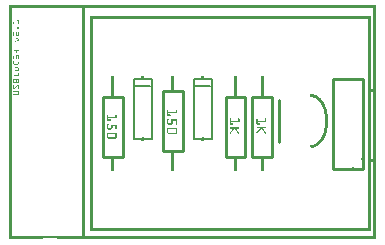
<source format=gto>
G04 MADE WITH FRITZING*
G04 WWW.FRITZING.ORG*
G04 DOUBLE SIDED*
G04 HOLES PLATED*
G04 CONTOUR ON CENTER OF CONTOUR VECTOR*
%ASAXBY*%
%FSLAX23Y23*%
%MOIN*%
%OFA0B0*%
%SFA1.0B1.0*%
%ADD10C,0.010000*%
%ADD11C,0.008000*%
%ADD12R,0.001000X0.001000*%
%LNSILK1*%
G90*
G70*
G54D10*
X900Y324D02*
X900Y464D01*
D02*
X513Y293D02*
X513Y493D01*
D02*
X513Y493D02*
X579Y493D01*
D02*
X579Y493D02*
X579Y293D01*
D02*
X579Y293D02*
X513Y293D01*
D02*
X379Y474D02*
X379Y274D01*
D02*
X379Y274D02*
X313Y274D01*
D02*
X313Y274D02*
X313Y474D01*
D02*
X313Y474D02*
X379Y474D01*
D02*
X877Y474D02*
X877Y274D01*
D02*
X877Y274D02*
X811Y274D01*
D02*
X811Y274D02*
X811Y474D01*
D02*
X811Y474D02*
X877Y474D01*
D02*
X788Y474D02*
X788Y274D01*
D02*
X788Y274D02*
X722Y274D01*
D02*
X722Y274D02*
X722Y474D01*
D02*
X722Y474D02*
X788Y474D01*
G54D11*
D02*
X616Y334D02*
X616Y534D01*
D02*
X616Y534D02*
X646Y534D01*
D02*
X646Y534D02*
X676Y534D01*
D02*
X676Y534D02*
X676Y334D01*
D02*
X676Y334D02*
X646Y334D01*
D02*
X646Y334D02*
X616Y334D01*
D02*
X621Y509D02*
X671Y509D01*
D02*
X416Y334D02*
X416Y534D01*
D02*
X416Y534D02*
X446Y534D01*
D02*
X446Y534D02*
X476Y534D01*
D02*
X476Y534D02*
X476Y334D01*
D02*
X476Y334D02*
X446Y334D01*
D02*
X446Y334D02*
X416Y334D01*
D02*
X421Y509D02*
X471Y509D01*
G54D10*
D02*
X1180Y234D02*
X1180Y534D01*
D02*
X1180Y534D02*
X1080Y534D01*
D02*
X1080Y534D02*
X1080Y234D01*
D02*
X1080Y234D02*
X1180Y234D01*
G54D12*
X1Y777D02*
X1222Y777D01*
X1Y776D02*
X1222Y776D01*
X1Y775D02*
X1222Y775D01*
X1Y774D02*
X1222Y774D01*
X1Y773D02*
X1222Y773D01*
X1Y772D02*
X1222Y772D01*
X1Y771D02*
X1222Y771D01*
X1Y770D02*
X1222Y770D01*
X1Y769D02*
X8Y769D01*
X245Y769D02*
X252Y769D01*
X1215Y769D02*
X1222Y769D01*
X1Y768D02*
X8Y768D01*
X245Y768D02*
X252Y768D01*
X1215Y768D02*
X1222Y768D01*
X1Y767D02*
X8Y767D01*
X245Y767D02*
X252Y767D01*
X1215Y767D02*
X1222Y767D01*
X1Y766D02*
X8Y766D01*
X245Y766D02*
X252Y766D01*
X1215Y766D02*
X1222Y766D01*
X1Y765D02*
X8Y765D01*
X245Y765D02*
X252Y765D01*
X1215Y765D02*
X1222Y765D01*
X1Y764D02*
X8Y764D01*
X245Y764D02*
X252Y764D01*
X1215Y764D02*
X1222Y764D01*
X1Y763D02*
X8Y763D01*
X245Y763D02*
X252Y763D01*
X1215Y763D02*
X1222Y763D01*
X1Y762D02*
X8Y762D01*
X245Y762D02*
X252Y762D01*
X1215Y762D02*
X1222Y762D01*
X1Y761D02*
X8Y761D01*
X245Y761D02*
X252Y761D01*
X1215Y761D02*
X1222Y761D01*
X1Y760D02*
X8Y760D01*
X245Y760D02*
X252Y760D01*
X1215Y760D02*
X1222Y760D01*
X1Y759D02*
X8Y759D01*
X245Y759D02*
X252Y759D01*
X1215Y759D02*
X1222Y759D01*
X1Y758D02*
X8Y758D01*
X245Y758D02*
X252Y758D01*
X1215Y758D02*
X1222Y758D01*
X1Y757D02*
X8Y757D01*
X245Y757D02*
X252Y757D01*
X1215Y757D02*
X1222Y757D01*
X1Y756D02*
X8Y756D01*
X245Y756D02*
X252Y756D01*
X1215Y756D02*
X1222Y756D01*
X1Y755D02*
X8Y755D01*
X245Y755D02*
X252Y755D01*
X1215Y755D02*
X1222Y755D01*
X1Y754D02*
X8Y754D01*
X245Y754D02*
X252Y754D01*
X1215Y754D02*
X1222Y754D01*
X1Y753D02*
X8Y753D01*
X245Y753D02*
X252Y753D01*
X1215Y753D02*
X1222Y753D01*
X1Y752D02*
X8Y752D01*
X245Y752D02*
X252Y752D01*
X1215Y752D02*
X1222Y752D01*
X1Y751D02*
X8Y751D01*
X245Y751D02*
X252Y751D01*
X1215Y751D02*
X1222Y751D01*
X1Y750D02*
X8Y750D01*
X245Y750D02*
X252Y750D01*
X1215Y750D02*
X1222Y750D01*
X1Y749D02*
X8Y749D01*
X245Y749D02*
X252Y749D01*
X1215Y749D02*
X1222Y749D01*
X1Y748D02*
X8Y748D01*
X245Y748D02*
X252Y748D01*
X1215Y748D02*
X1222Y748D01*
X1Y747D02*
X8Y747D01*
X245Y747D02*
X252Y747D01*
X1215Y747D02*
X1222Y747D01*
X1Y746D02*
X8Y746D01*
X245Y746D02*
X252Y746D01*
X1215Y746D02*
X1222Y746D01*
X1Y745D02*
X8Y745D01*
X245Y745D02*
X252Y745D01*
X1215Y745D02*
X1222Y745D01*
X1Y744D02*
X8Y744D01*
X245Y744D02*
X252Y744D01*
X1215Y744D02*
X1222Y744D01*
X1Y743D02*
X8Y743D01*
X245Y743D02*
X252Y743D01*
X271Y743D02*
X1205Y743D01*
X1215Y743D02*
X1222Y743D01*
X1Y742D02*
X8Y742D01*
X245Y742D02*
X252Y742D01*
X271Y742D02*
X1205Y742D01*
X1215Y742D02*
X1222Y742D01*
X1Y741D02*
X8Y741D01*
X245Y741D02*
X252Y741D01*
X271Y741D02*
X1205Y741D01*
X1215Y741D02*
X1222Y741D01*
X1Y740D02*
X8Y740D01*
X245Y740D02*
X252Y740D01*
X271Y740D02*
X1205Y740D01*
X1215Y740D02*
X1222Y740D01*
X1Y739D02*
X8Y739D01*
X245Y739D02*
X252Y739D01*
X271Y739D02*
X1205Y739D01*
X1215Y739D02*
X1222Y739D01*
X1Y738D02*
X8Y738D01*
X245Y738D02*
X252Y738D01*
X271Y738D02*
X1205Y738D01*
X1215Y738D02*
X1222Y738D01*
X1Y737D02*
X8Y737D01*
X245Y737D02*
X252Y737D01*
X271Y737D02*
X1205Y737D01*
X1215Y737D02*
X1222Y737D01*
X1Y736D02*
X8Y736D01*
X245Y736D02*
X252Y736D01*
X271Y736D02*
X1205Y736D01*
X1215Y736D02*
X1222Y736D01*
X1Y735D02*
X8Y735D01*
X245Y735D02*
X252Y735D01*
X271Y735D02*
X1205Y735D01*
X1215Y735D02*
X1222Y735D01*
X1Y734D02*
X8Y734D01*
X245Y734D02*
X252Y734D01*
X271Y734D02*
X1205Y734D01*
X1215Y734D02*
X1222Y734D01*
X1Y733D02*
X8Y733D01*
X245Y733D02*
X252Y733D01*
X271Y733D02*
X280Y733D01*
X1196Y733D02*
X1205Y733D01*
X1215Y733D02*
X1222Y733D01*
X1Y732D02*
X8Y732D01*
X245Y732D02*
X252Y732D01*
X271Y732D02*
X280Y732D01*
X1196Y732D02*
X1205Y732D01*
X1215Y732D02*
X1222Y732D01*
X1Y731D02*
X8Y731D01*
X245Y731D02*
X252Y731D01*
X271Y731D02*
X280Y731D01*
X1196Y731D02*
X1205Y731D01*
X1215Y731D02*
X1222Y731D01*
X1Y730D02*
X8Y730D01*
X245Y730D02*
X252Y730D01*
X271Y730D02*
X280Y730D01*
X1196Y730D02*
X1205Y730D01*
X1215Y730D02*
X1222Y730D01*
X1Y729D02*
X8Y729D01*
X27Y729D02*
X33Y729D01*
X245Y729D02*
X252Y729D01*
X271Y729D02*
X280Y729D01*
X1196Y729D02*
X1205Y729D01*
X1215Y729D02*
X1222Y729D01*
X1Y728D02*
X8Y728D01*
X27Y728D02*
X34Y728D01*
X245Y728D02*
X252Y728D01*
X271Y728D02*
X280Y728D01*
X1196Y728D02*
X1205Y728D01*
X1215Y728D02*
X1222Y728D01*
X1Y727D02*
X8Y727D01*
X27Y727D02*
X34Y727D01*
X245Y727D02*
X252Y727D01*
X271Y727D02*
X280Y727D01*
X1196Y727D02*
X1205Y727D01*
X1215Y727D02*
X1222Y727D01*
X1Y726D02*
X8Y726D01*
X32Y726D02*
X34Y726D01*
X245Y726D02*
X252Y726D01*
X271Y726D02*
X280Y726D01*
X1196Y726D02*
X1205Y726D01*
X1215Y726D02*
X1222Y726D01*
X1Y725D02*
X8Y725D01*
X32Y725D02*
X34Y725D01*
X245Y725D02*
X252Y725D01*
X271Y725D02*
X280Y725D01*
X1196Y725D02*
X1205Y725D01*
X1215Y725D02*
X1222Y725D01*
X1Y724D02*
X8Y724D01*
X32Y724D02*
X34Y724D01*
X245Y724D02*
X252Y724D01*
X271Y724D02*
X280Y724D01*
X1196Y724D02*
X1205Y724D01*
X1215Y724D02*
X1222Y724D01*
X1Y723D02*
X8Y723D01*
X14Y723D02*
X34Y723D01*
X245Y723D02*
X252Y723D01*
X271Y723D02*
X280Y723D01*
X1196Y723D02*
X1205Y723D01*
X1215Y723D02*
X1222Y723D01*
X1Y722D02*
X8Y722D01*
X14Y722D02*
X34Y722D01*
X245Y722D02*
X252Y722D01*
X271Y722D02*
X280Y722D01*
X1196Y722D02*
X1205Y722D01*
X1215Y722D02*
X1222Y722D01*
X1Y721D02*
X8Y721D01*
X14Y721D02*
X16Y721D01*
X32Y721D02*
X34Y721D01*
X245Y721D02*
X252Y721D01*
X271Y721D02*
X280Y721D01*
X1196Y721D02*
X1205Y721D01*
X1215Y721D02*
X1222Y721D01*
X1Y720D02*
X8Y720D01*
X14Y720D02*
X15Y720D01*
X32Y720D02*
X34Y720D01*
X245Y720D02*
X252Y720D01*
X271Y720D02*
X280Y720D01*
X1196Y720D02*
X1205Y720D01*
X1215Y720D02*
X1222Y720D01*
X1Y719D02*
X8Y719D01*
X14Y719D02*
X15Y719D01*
X32Y719D02*
X34Y719D01*
X245Y719D02*
X252Y719D01*
X271Y719D02*
X280Y719D01*
X1196Y719D02*
X1205Y719D01*
X1215Y719D02*
X1222Y719D01*
X1Y718D02*
X8Y718D01*
X14Y718D02*
X15Y718D01*
X32Y718D02*
X34Y718D01*
X245Y718D02*
X252Y718D01*
X271Y718D02*
X280Y718D01*
X1196Y718D02*
X1205Y718D01*
X1215Y718D02*
X1222Y718D01*
X1Y717D02*
X8Y717D01*
X14Y717D02*
X15Y717D01*
X32Y717D02*
X34Y717D01*
X245Y717D02*
X252Y717D01*
X271Y717D02*
X280Y717D01*
X1196Y717D02*
X1205Y717D01*
X1215Y717D02*
X1222Y717D01*
X1Y716D02*
X8Y716D01*
X33Y716D02*
X33Y716D01*
X245Y716D02*
X252Y716D01*
X271Y716D02*
X280Y716D01*
X1196Y716D02*
X1205Y716D01*
X1215Y716D02*
X1222Y716D01*
X1Y715D02*
X8Y715D01*
X245Y715D02*
X252Y715D01*
X271Y715D02*
X280Y715D01*
X1196Y715D02*
X1205Y715D01*
X1215Y715D02*
X1222Y715D01*
X1Y714D02*
X8Y714D01*
X245Y714D02*
X252Y714D01*
X271Y714D02*
X280Y714D01*
X1196Y714D02*
X1205Y714D01*
X1215Y714D02*
X1222Y714D01*
X1Y713D02*
X8Y713D01*
X245Y713D02*
X252Y713D01*
X271Y713D02*
X280Y713D01*
X1196Y713D02*
X1205Y713D01*
X1215Y713D02*
X1222Y713D01*
X1Y712D02*
X8Y712D01*
X245Y712D02*
X252Y712D01*
X271Y712D02*
X280Y712D01*
X1196Y712D02*
X1205Y712D01*
X1215Y712D02*
X1222Y712D01*
X1Y711D02*
X8Y711D01*
X245Y711D02*
X252Y711D01*
X271Y711D02*
X280Y711D01*
X1196Y711D02*
X1205Y711D01*
X1215Y711D02*
X1222Y711D01*
X1Y710D02*
X8Y710D01*
X245Y710D02*
X252Y710D01*
X271Y710D02*
X280Y710D01*
X1196Y710D02*
X1205Y710D01*
X1215Y710D02*
X1222Y710D01*
X1Y709D02*
X8Y709D01*
X245Y709D02*
X252Y709D01*
X271Y709D02*
X280Y709D01*
X1196Y709D02*
X1205Y709D01*
X1215Y709D02*
X1222Y709D01*
X1Y708D02*
X8Y708D01*
X245Y708D02*
X252Y708D01*
X271Y708D02*
X280Y708D01*
X1196Y708D02*
X1205Y708D01*
X1215Y708D02*
X1222Y708D01*
X1Y707D02*
X8Y707D01*
X245Y707D02*
X252Y707D01*
X271Y707D02*
X280Y707D01*
X1196Y707D02*
X1205Y707D01*
X1215Y707D02*
X1222Y707D01*
X1Y706D02*
X8Y706D01*
X245Y706D02*
X252Y706D01*
X271Y706D02*
X280Y706D01*
X1196Y706D02*
X1205Y706D01*
X1215Y706D02*
X1222Y706D01*
X1Y705D02*
X8Y705D01*
X28Y705D02*
X31Y705D01*
X245Y705D02*
X252Y705D01*
X271Y705D02*
X280Y705D01*
X1196Y705D02*
X1205Y705D01*
X1215Y705D02*
X1222Y705D01*
X1Y704D02*
X8Y704D01*
X28Y704D02*
X32Y704D01*
X245Y704D02*
X252Y704D01*
X271Y704D02*
X280Y704D01*
X1196Y704D02*
X1205Y704D01*
X1215Y704D02*
X1222Y704D01*
X1Y703D02*
X8Y703D01*
X28Y703D02*
X32Y703D01*
X245Y703D02*
X252Y703D01*
X271Y703D02*
X280Y703D01*
X1196Y703D02*
X1205Y703D01*
X1215Y703D02*
X1222Y703D01*
X1Y702D02*
X8Y702D01*
X28Y702D02*
X32Y702D01*
X245Y702D02*
X252Y702D01*
X271Y702D02*
X280Y702D01*
X1196Y702D02*
X1205Y702D01*
X1215Y702D02*
X1222Y702D01*
X1Y701D02*
X8Y701D01*
X28Y701D02*
X32Y701D01*
X245Y701D02*
X252Y701D01*
X271Y701D02*
X280Y701D01*
X1196Y701D02*
X1205Y701D01*
X1215Y701D02*
X1222Y701D01*
X1Y700D02*
X8Y700D01*
X245Y700D02*
X252Y700D01*
X271Y700D02*
X280Y700D01*
X1196Y700D02*
X1205Y700D01*
X1215Y700D02*
X1222Y700D01*
X1Y699D02*
X8Y699D01*
X245Y699D02*
X252Y699D01*
X271Y699D02*
X280Y699D01*
X1196Y699D02*
X1205Y699D01*
X1215Y699D02*
X1222Y699D01*
X1Y698D02*
X8Y698D01*
X245Y698D02*
X252Y698D01*
X271Y698D02*
X280Y698D01*
X1196Y698D02*
X1205Y698D01*
X1215Y698D02*
X1222Y698D01*
X1Y697D02*
X8Y697D01*
X245Y697D02*
X252Y697D01*
X271Y697D02*
X280Y697D01*
X1196Y697D02*
X1205Y697D01*
X1215Y697D02*
X1222Y697D01*
X1Y696D02*
X8Y696D01*
X245Y696D02*
X252Y696D01*
X271Y696D02*
X280Y696D01*
X1196Y696D02*
X1205Y696D01*
X1215Y696D02*
X1222Y696D01*
X1Y695D02*
X8Y695D01*
X245Y695D02*
X252Y695D01*
X271Y695D02*
X280Y695D01*
X1196Y695D02*
X1205Y695D01*
X1215Y695D02*
X1222Y695D01*
X1Y694D02*
X8Y694D01*
X245Y694D02*
X252Y694D01*
X271Y694D02*
X280Y694D01*
X1196Y694D02*
X1205Y694D01*
X1215Y694D02*
X1222Y694D01*
X1Y693D02*
X8Y693D01*
X245Y693D02*
X252Y693D01*
X271Y693D02*
X280Y693D01*
X1196Y693D02*
X1205Y693D01*
X1215Y693D02*
X1222Y693D01*
X1Y692D02*
X8Y692D01*
X245Y692D02*
X252Y692D01*
X271Y692D02*
X280Y692D01*
X1196Y692D02*
X1205Y692D01*
X1215Y692D02*
X1222Y692D01*
X1Y691D02*
X8Y691D01*
X245Y691D02*
X252Y691D01*
X271Y691D02*
X280Y691D01*
X1196Y691D02*
X1205Y691D01*
X1215Y691D02*
X1222Y691D01*
X1Y690D02*
X8Y690D01*
X16Y690D02*
X22Y690D01*
X245Y690D02*
X252Y690D01*
X271Y690D02*
X280Y690D01*
X1196Y690D02*
X1205Y690D01*
X1215Y690D02*
X1222Y690D01*
X1Y689D02*
X8Y689D01*
X14Y689D02*
X24Y689D01*
X32Y689D02*
X34Y689D01*
X245Y689D02*
X252Y689D01*
X271Y689D02*
X280Y689D01*
X1196Y689D02*
X1205Y689D01*
X1215Y689D02*
X1222Y689D01*
X1Y688D02*
X8Y688D01*
X14Y688D02*
X24Y688D01*
X32Y688D02*
X34Y688D01*
X245Y688D02*
X252Y688D01*
X271Y688D02*
X280Y688D01*
X1196Y688D02*
X1205Y688D01*
X1215Y688D02*
X1222Y688D01*
X1Y687D02*
X8Y687D01*
X14Y687D02*
X15Y687D01*
X23Y687D02*
X25Y687D01*
X32Y687D02*
X34Y687D01*
X245Y687D02*
X252Y687D01*
X271Y687D02*
X280Y687D01*
X1196Y687D02*
X1205Y687D01*
X1215Y687D02*
X1222Y687D01*
X1Y686D02*
X8Y686D01*
X14Y686D02*
X15Y686D01*
X23Y686D02*
X25Y686D01*
X32Y686D02*
X34Y686D01*
X245Y686D02*
X252Y686D01*
X271Y686D02*
X280Y686D01*
X1196Y686D02*
X1205Y686D01*
X1215Y686D02*
X1222Y686D01*
X1Y685D02*
X8Y685D01*
X14Y685D02*
X15Y685D01*
X23Y685D02*
X25Y685D01*
X32Y685D02*
X34Y685D01*
X245Y685D02*
X252Y685D01*
X271Y685D02*
X280Y685D01*
X1196Y685D02*
X1205Y685D01*
X1215Y685D02*
X1222Y685D01*
X1Y684D02*
X8Y684D01*
X14Y684D02*
X15Y684D01*
X23Y684D02*
X25Y684D01*
X32Y684D02*
X34Y684D01*
X245Y684D02*
X252Y684D01*
X271Y684D02*
X280Y684D01*
X1196Y684D02*
X1205Y684D01*
X1215Y684D02*
X1222Y684D01*
X1Y683D02*
X8Y683D01*
X14Y683D02*
X15Y683D01*
X23Y683D02*
X25Y683D01*
X32Y683D02*
X34Y683D01*
X245Y683D02*
X252Y683D01*
X271Y683D02*
X280Y683D01*
X1196Y683D02*
X1205Y683D01*
X1215Y683D02*
X1222Y683D01*
X1Y682D02*
X8Y682D01*
X14Y682D02*
X15Y682D01*
X23Y682D02*
X25Y682D01*
X32Y682D02*
X34Y682D01*
X245Y682D02*
X252Y682D01*
X271Y682D02*
X280Y682D01*
X1196Y682D02*
X1205Y682D01*
X1215Y682D02*
X1222Y682D01*
X1Y681D02*
X8Y681D01*
X14Y681D02*
X15Y681D01*
X23Y681D02*
X25Y681D01*
X32Y681D02*
X34Y681D01*
X245Y681D02*
X252Y681D01*
X271Y681D02*
X280Y681D01*
X1196Y681D02*
X1205Y681D01*
X1215Y681D02*
X1222Y681D01*
X1Y680D02*
X8Y680D01*
X14Y680D02*
X15Y680D01*
X23Y680D02*
X25Y680D01*
X32Y680D02*
X34Y680D01*
X245Y680D02*
X252Y680D01*
X271Y680D02*
X280Y680D01*
X1196Y680D02*
X1205Y680D01*
X1215Y680D02*
X1222Y680D01*
X1Y679D02*
X8Y679D01*
X14Y679D02*
X15Y679D01*
X23Y679D02*
X34Y679D01*
X245Y679D02*
X252Y679D01*
X271Y679D02*
X280Y679D01*
X1196Y679D02*
X1205Y679D01*
X1215Y679D02*
X1222Y679D01*
X1Y678D02*
X8Y678D01*
X14Y678D02*
X15Y678D01*
X23Y678D02*
X34Y678D01*
X245Y678D02*
X252Y678D01*
X271Y678D02*
X280Y678D01*
X1196Y678D02*
X1205Y678D01*
X1215Y678D02*
X1222Y678D01*
X1Y677D02*
X8Y677D01*
X14Y677D02*
X15Y677D01*
X24Y677D02*
X34Y677D01*
X245Y677D02*
X252Y677D01*
X271Y677D02*
X280Y677D01*
X1196Y677D02*
X1205Y677D01*
X1215Y677D02*
X1222Y677D01*
X1Y676D02*
X8Y676D01*
X245Y676D02*
X252Y676D01*
X271Y676D02*
X280Y676D01*
X1196Y676D02*
X1205Y676D01*
X1215Y676D02*
X1222Y676D01*
X1Y675D02*
X8Y675D01*
X245Y675D02*
X252Y675D01*
X271Y675D02*
X280Y675D01*
X1196Y675D02*
X1205Y675D01*
X1215Y675D02*
X1222Y675D01*
X1Y674D02*
X8Y674D01*
X245Y674D02*
X252Y674D01*
X271Y674D02*
X280Y674D01*
X1196Y674D02*
X1205Y674D01*
X1215Y674D02*
X1222Y674D01*
X1Y673D02*
X8Y673D01*
X245Y673D02*
X252Y673D01*
X271Y673D02*
X280Y673D01*
X1196Y673D02*
X1205Y673D01*
X1215Y673D02*
X1222Y673D01*
X1Y672D02*
X8Y672D01*
X245Y672D02*
X252Y672D01*
X271Y672D02*
X280Y672D01*
X1196Y672D02*
X1205Y672D01*
X1215Y672D02*
X1222Y672D01*
X1Y671D02*
X8Y671D01*
X245Y671D02*
X252Y671D01*
X271Y671D02*
X280Y671D01*
X1196Y671D02*
X1205Y671D01*
X1215Y671D02*
X1222Y671D01*
X1Y670D02*
X8Y670D01*
X20Y670D02*
X23Y670D01*
X245Y670D02*
X252Y670D01*
X271Y670D02*
X280Y670D01*
X1196Y670D02*
X1205Y670D01*
X1215Y670D02*
X1222Y670D01*
X1Y669D02*
X8Y669D01*
X19Y669D02*
X25Y669D01*
X245Y669D02*
X252Y669D01*
X271Y669D02*
X280Y669D01*
X1196Y669D02*
X1205Y669D01*
X1215Y669D02*
X1222Y669D01*
X1Y668D02*
X8Y668D01*
X20Y668D02*
X28Y668D01*
X245Y668D02*
X252Y668D01*
X271Y668D02*
X280Y668D01*
X1196Y668D02*
X1205Y668D01*
X1215Y668D02*
X1222Y668D01*
X1Y667D02*
X8Y667D01*
X24Y667D02*
X30Y667D01*
X245Y667D02*
X252Y667D01*
X271Y667D02*
X280Y667D01*
X1196Y667D02*
X1205Y667D01*
X1215Y667D02*
X1222Y667D01*
X1Y666D02*
X8Y666D01*
X26Y666D02*
X32Y666D01*
X245Y666D02*
X252Y666D01*
X271Y666D02*
X280Y666D01*
X1196Y666D02*
X1205Y666D01*
X1215Y666D02*
X1222Y666D01*
X1Y665D02*
X8Y665D01*
X29Y665D02*
X34Y665D01*
X245Y665D02*
X252Y665D01*
X271Y665D02*
X280Y665D01*
X1196Y665D02*
X1205Y665D01*
X1215Y665D02*
X1222Y665D01*
X1Y664D02*
X8Y664D01*
X31Y664D02*
X34Y664D01*
X245Y664D02*
X252Y664D01*
X271Y664D02*
X280Y664D01*
X1196Y664D02*
X1205Y664D01*
X1215Y664D02*
X1222Y664D01*
X1Y663D02*
X8Y663D01*
X31Y663D02*
X34Y663D01*
X245Y663D02*
X252Y663D01*
X271Y663D02*
X280Y663D01*
X1196Y663D02*
X1205Y663D01*
X1215Y663D02*
X1222Y663D01*
X1Y662D02*
X8Y662D01*
X28Y662D02*
X34Y662D01*
X245Y662D02*
X252Y662D01*
X271Y662D02*
X280Y662D01*
X1196Y662D02*
X1205Y662D01*
X1215Y662D02*
X1222Y662D01*
X1Y661D02*
X8Y661D01*
X26Y661D02*
X32Y661D01*
X245Y661D02*
X252Y661D01*
X271Y661D02*
X280Y661D01*
X1196Y661D02*
X1205Y661D01*
X1215Y661D02*
X1222Y661D01*
X1Y660D02*
X8Y660D01*
X24Y660D02*
X30Y660D01*
X245Y660D02*
X252Y660D01*
X271Y660D02*
X280Y660D01*
X1196Y660D02*
X1205Y660D01*
X1215Y660D02*
X1222Y660D01*
X1Y659D02*
X8Y659D01*
X20Y659D02*
X27Y659D01*
X245Y659D02*
X252Y659D01*
X271Y659D02*
X280Y659D01*
X1196Y659D02*
X1205Y659D01*
X1215Y659D02*
X1222Y659D01*
X1Y658D02*
X8Y658D01*
X19Y658D02*
X25Y658D01*
X245Y658D02*
X252Y658D01*
X271Y658D02*
X280Y658D01*
X1196Y658D02*
X1205Y658D01*
X1215Y658D02*
X1222Y658D01*
X1Y657D02*
X8Y657D01*
X20Y657D02*
X23Y657D01*
X245Y657D02*
X252Y657D01*
X271Y657D02*
X280Y657D01*
X1196Y657D02*
X1205Y657D01*
X1215Y657D02*
X1222Y657D01*
X1Y656D02*
X8Y656D01*
X245Y656D02*
X252Y656D01*
X271Y656D02*
X280Y656D01*
X1196Y656D02*
X1205Y656D01*
X1215Y656D02*
X1222Y656D01*
X1Y655D02*
X8Y655D01*
X245Y655D02*
X252Y655D01*
X271Y655D02*
X280Y655D01*
X1196Y655D02*
X1205Y655D01*
X1215Y655D02*
X1222Y655D01*
X1Y654D02*
X8Y654D01*
X245Y654D02*
X252Y654D01*
X271Y654D02*
X280Y654D01*
X1196Y654D02*
X1205Y654D01*
X1215Y654D02*
X1222Y654D01*
X1Y653D02*
X8Y653D01*
X245Y653D02*
X252Y653D01*
X271Y653D02*
X280Y653D01*
X1196Y653D02*
X1205Y653D01*
X1215Y653D02*
X1222Y653D01*
X1Y652D02*
X8Y652D01*
X245Y652D02*
X252Y652D01*
X271Y652D02*
X280Y652D01*
X1196Y652D02*
X1205Y652D01*
X1215Y652D02*
X1222Y652D01*
X1Y651D02*
X8Y651D01*
X245Y651D02*
X252Y651D01*
X271Y651D02*
X280Y651D01*
X1196Y651D02*
X1205Y651D01*
X1215Y651D02*
X1222Y651D01*
X1Y650D02*
X8Y650D01*
X245Y650D02*
X252Y650D01*
X271Y650D02*
X280Y650D01*
X1196Y650D02*
X1205Y650D01*
X1215Y650D02*
X1222Y650D01*
X1Y649D02*
X8Y649D01*
X245Y649D02*
X252Y649D01*
X271Y649D02*
X280Y649D01*
X1196Y649D02*
X1205Y649D01*
X1215Y649D02*
X1222Y649D01*
X1Y648D02*
X8Y648D01*
X245Y648D02*
X252Y648D01*
X271Y648D02*
X280Y648D01*
X1196Y648D02*
X1205Y648D01*
X1215Y648D02*
X1222Y648D01*
X1Y647D02*
X8Y647D01*
X245Y647D02*
X252Y647D01*
X271Y647D02*
X280Y647D01*
X1196Y647D02*
X1205Y647D01*
X1215Y647D02*
X1222Y647D01*
X1Y646D02*
X8Y646D01*
X245Y646D02*
X252Y646D01*
X271Y646D02*
X280Y646D01*
X1196Y646D02*
X1205Y646D01*
X1215Y646D02*
X1222Y646D01*
X1Y645D02*
X8Y645D01*
X245Y645D02*
X252Y645D01*
X271Y645D02*
X280Y645D01*
X1196Y645D02*
X1205Y645D01*
X1215Y645D02*
X1222Y645D01*
X1Y644D02*
X8Y644D01*
X245Y644D02*
X252Y644D01*
X271Y644D02*
X280Y644D01*
X1196Y644D02*
X1205Y644D01*
X1215Y644D02*
X1222Y644D01*
X1Y643D02*
X8Y643D01*
X245Y643D02*
X252Y643D01*
X271Y643D02*
X280Y643D01*
X1196Y643D02*
X1205Y643D01*
X1215Y643D02*
X1222Y643D01*
X1Y642D02*
X8Y642D01*
X245Y642D02*
X252Y642D01*
X271Y642D02*
X280Y642D01*
X1196Y642D02*
X1205Y642D01*
X1215Y642D02*
X1222Y642D01*
X1Y641D02*
X8Y641D01*
X245Y641D02*
X252Y641D01*
X271Y641D02*
X280Y641D01*
X1196Y641D02*
X1205Y641D01*
X1215Y641D02*
X1222Y641D01*
X1Y640D02*
X8Y640D01*
X245Y640D02*
X252Y640D01*
X271Y640D02*
X280Y640D01*
X1196Y640D02*
X1205Y640D01*
X1215Y640D02*
X1222Y640D01*
X1Y639D02*
X8Y639D01*
X245Y639D02*
X252Y639D01*
X271Y639D02*
X280Y639D01*
X1196Y639D02*
X1205Y639D01*
X1215Y639D02*
X1222Y639D01*
X1Y638D02*
X8Y638D01*
X245Y638D02*
X252Y638D01*
X271Y638D02*
X280Y638D01*
X1196Y638D02*
X1205Y638D01*
X1215Y638D02*
X1222Y638D01*
X1Y637D02*
X8Y637D01*
X245Y637D02*
X252Y637D01*
X271Y637D02*
X280Y637D01*
X1196Y637D02*
X1205Y637D01*
X1215Y637D02*
X1222Y637D01*
X1Y636D02*
X8Y636D01*
X245Y636D02*
X252Y636D01*
X271Y636D02*
X280Y636D01*
X1196Y636D02*
X1205Y636D01*
X1215Y636D02*
X1222Y636D01*
X1Y635D02*
X8Y635D01*
X245Y635D02*
X252Y635D01*
X271Y635D02*
X280Y635D01*
X1196Y635D02*
X1205Y635D01*
X1215Y635D02*
X1222Y635D01*
X1Y634D02*
X8Y634D01*
X245Y634D02*
X252Y634D01*
X271Y634D02*
X280Y634D01*
X1196Y634D02*
X1205Y634D01*
X1215Y634D02*
X1222Y634D01*
X1Y633D02*
X8Y633D01*
X245Y633D02*
X252Y633D01*
X271Y633D02*
X280Y633D01*
X1196Y633D02*
X1205Y633D01*
X1215Y633D02*
X1222Y633D01*
X1Y632D02*
X8Y632D01*
X245Y632D02*
X252Y632D01*
X271Y632D02*
X280Y632D01*
X1196Y632D02*
X1205Y632D01*
X1215Y632D02*
X1222Y632D01*
X1Y631D02*
X8Y631D01*
X245Y631D02*
X252Y631D01*
X271Y631D02*
X280Y631D01*
X1196Y631D02*
X1205Y631D01*
X1215Y631D02*
X1222Y631D01*
X1Y630D02*
X8Y630D01*
X26Y630D02*
X26Y630D01*
X245Y630D02*
X252Y630D01*
X271Y630D02*
X280Y630D01*
X1196Y630D02*
X1205Y630D01*
X1215Y630D02*
X1222Y630D01*
X1Y629D02*
X8Y629D01*
X25Y629D02*
X27Y629D01*
X245Y629D02*
X252Y629D01*
X271Y629D02*
X280Y629D01*
X1196Y629D02*
X1205Y629D01*
X1215Y629D02*
X1222Y629D01*
X1Y628D02*
X8Y628D01*
X16Y628D02*
X34Y628D01*
X245Y628D02*
X252Y628D01*
X271Y628D02*
X280Y628D01*
X1196Y628D02*
X1205Y628D01*
X1215Y628D02*
X1222Y628D01*
X1Y627D02*
X8Y627D01*
X16Y627D02*
X34Y627D01*
X245Y627D02*
X252Y627D01*
X271Y627D02*
X280Y627D01*
X1196Y627D02*
X1205Y627D01*
X1215Y627D02*
X1222Y627D01*
X1Y626D02*
X8Y626D01*
X25Y626D02*
X27Y626D01*
X245Y626D02*
X252Y626D01*
X271Y626D02*
X280Y626D01*
X1196Y626D02*
X1205Y626D01*
X1215Y626D02*
X1222Y626D01*
X1Y625D02*
X8Y625D01*
X25Y625D02*
X27Y625D01*
X245Y625D02*
X252Y625D01*
X271Y625D02*
X280Y625D01*
X1196Y625D02*
X1205Y625D01*
X1215Y625D02*
X1222Y625D01*
X1Y624D02*
X8Y624D01*
X25Y624D02*
X27Y624D01*
X245Y624D02*
X252Y624D01*
X271Y624D02*
X280Y624D01*
X1196Y624D02*
X1205Y624D01*
X1215Y624D02*
X1222Y624D01*
X1Y623D02*
X8Y623D01*
X25Y623D02*
X27Y623D01*
X245Y623D02*
X252Y623D01*
X271Y623D02*
X280Y623D01*
X1196Y623D02*
X1205Y623D01*
X1215Y623D02*
X1222Y623D01*
X1Y622D02*
X8Y622D01*
X25Y622D02*
X27Y622D01*
X245Y622D02*
X252Y622D01*
X271Y622D02*
X280Y622D01*
X1196Y622D02*
X1205Y622D01*
X1215Y622D02*
X1222Y622D01*
X1Y621D02*
X8Y621D01*
X25Y621D02*
X27Y621D01*
X245Y621D02*
X252Y621D01*
X271Y621D02*
X280Y621D01*
X1196Y621D02*
X1205Y621D01*
X1215Y621D02*
X1222Y621D01*
X1Y620D02*
X8Y620D01*
X14Y620D02*
X27Y620D01*
X245Y620D02*
X252Y620D01*
X271Y620D02*
X280Y620D01*
X1196Y620D02*
X1205Y620D01*
X1215Y620D02*
X1222Y620D01*
X1Y619D02*
X8Y619D01*
X14Y619D02*
X27Y619D01*
X245Y619D02*
X252Y619D01*
X271Y619D02*
X280Y619D01*
X1196Y619D02*
X1205Y619D01*
X1215Y619D02*
X1222Y619D01*
X1Y618D02*
X8Y618D01*
X15Y618D02*
X26Y618D01*
X245Y618D02*
X252Y618D01*
X271Y618D02*
X280Y618D01*
X1196Y618D02*
X1205Y618D01*
X1215Y618D02*
X1222Y618D01*
X1Y617D02*
X8Y617D01*
X245Y617D02*
X252Y617D01*
X271Y617D02*
X280Y617D01*
X1196Y617D02*
X1205Y617D01*
X1215Y617D02*
X1222Y617D01*
X1Y616D02*
X8Y616D01*
X245Y616D02*
X252Y616D01*
X271Y616D02*
X280Y616D01*
X1196Y616D02*
X1205Y616D01*
X1215Y616D02*
X1222Y616D01*
X1Y615D02*
X8Y615D01*
X245Y615D02*
X252Y615D01*
X271Y615D02*
X280Y615D01*
X1196Y615D02*
X1205Y615D01*
X1215Y615D02*
X1222Y615D01*
X1Y614D02*
X8Y614D01*
X245Y614D02*
X252Y614D01*
X271Y614D02*
X280Y614D01*
X1196Y614D02*
X1205Y614D01*
X1215Y614D02*
X1222Y614D01*
X1Y613D02*
X8Y613D01*
X245Y613D02*
X252Y613D01*
X271Y613D02*
X280Y613D01*
X1196Y613D02*
X1205Y613D01*
X1215Y613D02*
X1222Y613D01*
X1Y612D02*
X8Y612D01*
X245Y612D02*
X252Y612D01*
X271Y612D02*
X280Y612D01*
X1196Y612D02*
X1205Y612D01*
X1215Y612D02*
X1222Y612D01*
X1Y611D02*
X8Y611D01*
X25Y611D02*
X33Y611D01*
X245Y611D02*
X252Y611D01*
X271Y611D02*
X280Y611D01*
X1196Y611D02*
X1205Y611D01*
X1215Y611D02*
X1222Y611D01*
X1Y610D02*
X8Y610D01*
X24Y610D02*
X34Y610D01*
X245Y610D02*
X252Y610D01*
X271Y610D02*
X280Y610D01*
X1196Y610D02*
X1205Y610D01*
X1215Y610D02*
X1222Y610D01*
X1Y609D02*
X8Y609D01*
X24Y609D02*
X34Y609D01*
X245Y609D02*
X252Y609D01*
X271Y609D02*
X280Y609D01*
X1196Y609D02*
X1205Y609D01*
X1215Y609D02*
X1222Y609D01*
X1Y608D02*
X8Y608D01*
X14Y608D02*
X15Y608D01*
X24Y608D02*
X26Y608D01*
X32Y608D02*
X34Y608D01*
X245Y608D02*
X252Y608D01*
X271Y608D02*
X280Y608D01*
X1196Y608D02*
X1205Y608D01*
X1215Y608D02*
X1222Y608D01*
X1Y607D02*
X8Y607D01*
X14Y607D02*
X15Y607D01*
X24Y607D02*
X26Y607D01*
X32Y607D02*
X34Y607D01*
X245Y607D02*
X252Y607D01*
X271Y607D02*
X280Y607D01*
X1196Y607D02*
X1205Y607D01*
X1215Y607D02*
X1222Y607D01*
X1Y606D02*
X8Y606D01*
X14Y606D02*
X15Y606D01*
X24Y606D02*
X26Y606D01*
X32Y606D02*
X34Y606D01*
X245Y606D02*
X252Y606D01*
X271Y606D02*
X280Y606D01*
X1196Y606D02*
X1205Y606D01*
X1215Y606D02*
X1222Y606D01*
X1Y605D02*
X8Y605D01*
X14Y605D02*
X15Y605D01*
X24Y605D02*
X26Y605D01*
X32Y605D02*
X34Y605D01*
X245Y605D02*
X252Y605D01*
X271Y605D02*
X280Y605D01*
X1196Y605D02*
X1205Y605D01*
X1215Y605D02*
X1222Y605D01*
X1Y604D02*
X8Y604D01*
X14Y604D02*
X15Y604D01*
X24Y604D02*
X26Y604D01*
X32Y604D02*
X34Y604D01*
X245Y604D02*
X252Y604D01*
X271Y604D02*
X280Y604D01*
X1196Y604D02*
X1205Y604D01*
X1215Y604D02*
X1222Y604D01*
X1Y603D02*
X8Y603D01*
X14Y603D02*
X15Y603D01*
X24Y603D02*
X26Y603D01*
X32Y603D02*
X34Y603D01*
X245Y603D02*
X252Y603D01*
X271Y603D02*
X280Y603D01*
X1196Y603D02*
X1205Y603D01*
X1215Y603D02*
X1222Y603D01*
X1Y602D02*
X8Y602D01*
X14Y602D02*
X15Y602D01*
X24Y602D02*
X26Y602D01*
X32Y602D02*
X34Y602D01*
X245Y602D02*
X252Y602D01*
X271Y602D02*
X280Y602D01*
X1196Y602D02*
X1205Y602D01*
X1215Y602D02*
X1222Y602D01*
X1Y601D02*
X8Y601D01*
X14Y601D02*
X15Y601D01*
X24Y601D02*
X26Y601D01*
X32Y601D02*
X34Y601D01*
X245Y601D02*
X252Y601D01*
X271Y601D02*
X280Y601D01*
X1196Y601D02*
X1205Y601D01*
X1215Y601D02*
X1222Y601D01*
X1Y600D02*
X8Y600D01*
X14Y600D02*
X34Y600D01*
X245Y600D02*
X252Y600D01*
X271Y600D02*
X280Y600D01*
X1196Y600D02*
X1205Y600D01*
X1215Y600D02*
X1222Y600D01*
X1Y599D02*
X8Y599D01*
X14Y599D02*
X34Y599D01*
X245Y599D02*
X252Y599D01*
X271Y599D02*
X280Y599D01*
X1196Y599D02*
X1205Y599D01*
X1215Y599D02*
X1222Y599D01*
X1Y598D02*
X8Y598D01*
X14Y598D02*
X33Y598D01*
X245Y598D02*
X252Y598D01*
X271Y598D02*
X280Y598D01*
X1196Y598D02*
X1205Y598D01*
X1215Y598D02*
X1222Y598D01*
X1Y597D02*
X8Y597D01*
X245Y597D02*
X252Y597D01*
X271Y597D02*
X280Y597D01*
X1196Y597D02*
X1205Y597D01*
X1215Y597D02*
X1222Y597D01*
X1Y596D02*
X8Y596D01*
X245Y596D02*
X252Y596D01*
X271Y596D02*
X280Y596D01*
X1196Y596D02*
X1205Y596D01*
X1215Y596D02*
X1222Y596D01*
X1Y595D02*
X8Y595D01*
X245Y595D02*
X252Y595D01*
X271Y595D02*
X280Y595D01*
X1196Y595D02*
X1205Y595D01*
X1215Y595D02*
X1222Y595D01*
X1Y594D02*
X8Y594D01*
X245Y594D02*
X252Y594D01*
X271Y594D02*
X280Y594D01*
X1196Y594D02*
X1205Y594D01*
X1215Y594D02*
X1222Y594D01*
X1Y593D02*
X8Y593D01*
X245Y593D02*
X252Y593D01*
X271Y593D02*
X280Y593D01*
X1196Y593D02*
X1205Y593D01*
X1215Y593D02*
X1222Y593D01*
X1Y592D02*
X8Y592D01*
X245Y592D02*
X252Y592D01*
X271Y592D02*
X280Y592D01*
X1196Y592D02*
X1205Y592D01*
X1215Y592D02*
X1222Y592D01*
X1Y591D02*
X8Y591D01*
X14Y591D02*
X15Y591D01*
X33Y591D02*
X33Y591D01*
X245Y591D02*
X252Y591D01*
X271Y591D02*
X280Y591D01*
X1196Y591D02*
X1205Y591D01*
X1215Y591D02*
X1222Y591D01*
X1Y590D02*
X8Y590D01*
X14Y590D02*
X15Y590D01*
X32Y590D02*
X34Y590D01*
X245Y590D02*
X252Y590D01*
X271Y590D02*
X280Y590D01*
X1196Y590D02*
X1205Y590D01*
X1215Y590D02*
X1222Y590D01*
X1Y589D02*
X8Y589D01*
X14Y589D02*
X15Y589D01*
X32Y589D02*
X34Y589D01*
X245Y589D02*
X252Y589D01*
X271Y589D02*
X280Y589D01*
X1196Y589D02*
X1205Y589D01*
X1215Y589D02*
X1222Y589D01*
X1Y588D02*
X8Y588D01*
X14Y588D02*
X15Y588D01*
X32Y588D02*
X34Y588D01*
X245Y588D02*
X252Y588D01*
X271Y588D02*
X280Y588D01*
X1196Y588D02*
X1205Y588D01*
X1215Y588D02*
X1222Y588D01*
X1Y587D02*
X8Y587D01*
X14Y587D02*
X15Y587D01*
X32Y587D02*
X34Y587D01*
X245Y587D02*
X252Y587D01*
X271Y587D02*
X280Y587D01*
X1196Y587D02*
X1205Y587D01*
X1215Y587D02*
X1222Y587D01*
X1Y586D02*
X8Y586D01*
X14Y586D02*
X15Y586D01*
X32Y586D02*
X34Y586D01*
X245Y586D02*
X252Y586D01*
X271Y586D02*
X280Y586D01*
X1196Y586D02*
X1205Y586D01*
X1215Y586D02*
X1222Y586D01*
X1Y585D02*
X8Y585D01*
X14Y585D02*
X15Y585D01*
X32Y585D02*
X34Y585D01*
X245Y585D02*
X252Y585D01*
X271Y585D02*
X280Y585D01*
X1196Y585D02*
X1205Y585D01*
X1215Y585D02*
X1222Y585D01*
X1Y584D02*
X8Y584D01*
X14Y584D02*
X16Y584D01*
X31Y584D02*
X34Y584D01*
X245Y584D02*
X252Y584D01*
X271Y584D02*
X280Y584D01*
X1196Y584D02*
X1205Y584D01*
X1215Y584D02*
X1222Y584D01*
X1Y583D02*
X8Y583D01*
X14Y583D02*
X18Y583D01*
X29Y583D02*
X33Y583D01*
X245Y583D02*
X252Y583D01*
X271Y583D02*
X280Y583D01*
X1196Y583D02*
X1205Y583D01*
X1215Y583D02*
X1222Y583D01*
X1Y582D02*
X8Y582D01*
X15Y582D02*
X20Y582D01*
X28Y582D02*
X32Y582D01*
X245Y582D02*
X252Y582D01*
X271Y582D02*
X280Y582D01*
X1196Y582D02*
X1205Y582D01*
X1215Y582D02*
X1222Y582D01*
X1Y581D02*
X8Y581D01*
X17Y581D02*
X22Y581D01*
X25Y581D02*
X31Y581D01*
X245Y581D02*
X252Y581D01*
X271Y581D02*
X280Y581D01*
X1196Y581D02*
X1205Y581D01*
X1215Y581D02*
X1222Y581D01*
X1Y580D02*
X8Y580D01*
X19Y580D02*
X29Y580D01*
X245Y580D02*
X252Y580D01*
X271Y580D02*
X280Y580D01*
X1196Y580D02*
X1205Y580D01*
X1215Y580D02*
X1222Y580D01*
X1Y579D02*
X8Y579D01*
X21Y579D02*
X27Y579D01*
X245Y579D02*
X252Y579D01*
X271Y579D02*
X280Y579D01*
X1196Y579D02*
X1205Y579D01*
X1215Y579D02*
X1222Y579D01*
X1Y578D02*
X8Y578D01*
X245Y578D02*
X252Y578D01*
X271Y578D02*
X280Y578D01*
X1196Y578D02*
X1205Y578D01*
X1215Y578D02*
X1222Y578D01*
X1Y577D02*
X8Y577D01*
X245Y577D02*
X252Y577D01*
X271Y577D02*
X280Y577D01*
X1196Y577D02*
X1205Y577D01*
X1215Y577D02*
X1222Y577D01*
X1Y576D02*
X8Y576D01*
X245Y576D02*
X252Y576D01*
X271Y576D02*
X280Y576D01*
X1196Y576D02*
X1205Y576D01*
X1215Y576D02*
X1222Y576D01*
X1Y575D02*
X8Y575D01*
X245Y575D02*
X252Y575D01*
X271Y575D02*
X280Y575D01*
X1196Y575D02*
X1205Y575D01*
X1215Y575D02*
X1222Y575D01*
X1Y574D02*
X8Y574D01*
X245Y574D02*
X252Y574D01*
X271Y574D02*
X280Y574D01*
X1196Y574D02*
X1205Y574D01*
X1215Y574D02*
X1222Y574D01*
X1Y573D02*
X8Y573D01*
X245Y573D02*
X252Y573D01*
X271Y573D02*
X280Y573D01*
X1196Y573D02*
X1205Y573D01*
X1215Y573D02*
X1222Y573D01*
X1Y572D02*
X8Y572D01*
X245Y572D02*
X252Y572D01*
X271Y572D02*
X280Y572D01*
X1196Y572D02*
X1205Y572D01*
X1215Y572D02*
X1222Y572D01*
X1Y571D02*
X8Y571D01*
X22Y571D02*
X31Y571D01*
X245Y571D02*
X252Y571D01*
X271Y571D02*
X280Y571D01*
X1196Y571D02*
X1205Y571D01*
X1215Y571D02*
X1222Y571D01*
X1Y570D02*
X8Y570D01*
X21Y570D02*
X32Y570D01*
X245Y570D02*
X252Y570D01*
X271Y570D02*
X280Y570D01*
X1196Y570D02*
X1205Y570D01*
X1215Y570D02*
X1222Y570D01*
X1Y569D02*
X8Y569D01*
X20Y569D02*
X23Y569D01*
X30Y569D02*
X33Y569D01*
X245Y569D02*
X252Y569D01*
X271Y569D02*
X280Y569D01*
X1196Y569D02*
X1205Y569D01*
X1215Y569D02*
X1222Y569D01*
X1Y568D02*
X8Y568D01*
X20Y568D02*
X22Y568D01*
X32Y568D02*
X34Y568D01*
X245Y568D02*
X252Y568D01*
X271Y568D02*
X280Y568D01*
X1196Y568D02*
X1205Y568D01*
X1215Y568D02*
X1222Y568D01*
X1Y567D02*
X8Y567D01*
X19Y567D02*
X21Y567D01*
X32Y567D02*
X34Y567D01*
X245Y567D02*
X252Y567D01*
X271Y567D02*
X280Y567D01*
X1196Y567D02*
X1205Y567D01*
X1215Y567D02*
X1222Y567D01*
X1Y566D02*
X8Y566D01*
X19Y566D02*
X21Y566D01*
X32Y566D02*
X34Y566D01*
X245Y566D02*
X252Y566D01*
X271Y566D02*
X280Y566D01*
X1196Y566D02*
X1205Y566D01*
X1215Y566D02*
X1222Y566D01*
X1Y565D02*
X8Y565D01*
X19Y565D02*
X21Y565D01*
X32Y565D02*
X34Y565D01*
X245Y565D02*
X252Y565D01*
X271Y565D02*
X280Y565D01*
X1196Y565D02*
X1205Y565D01*
X1215Y565D02*
X1222Y565D01*
X1Y564D02*
X8Y564D01*
X19Y564D02*
X21Y564D01*
X32Y564D02*
X34Y564D01*
X245Y564D02*
X252Y564D01*
X271Y564D02*
X280Y564D01*
X1196Y564D02*
X1205Y564D01*
X1215Y564D02*
X1222Y564D01*
X1Y563D02*
X8Y563D01*
X19Y563D02*
X21Y563D01*
X32Y563D02*
X34Y563D01*
X245Y563D02*
X252Y563D01*
X271Y563D02*
X280Y563D01*
X1196Y563D02*
X1205Y563D01*
X1215Y563D02*
X1222Y563D01*
X1Y562D02*
X8Y562D01*
X20Y562D02*
X22Y562D01*
X31Y562D02*
X34Y562D01*
X245Y562D02*
X252Y562D01*
X271Y562D02*
X280Y562D01*
X1196Y562D02*
X1205Y562D01*
X1215Y562D02*
X1222Y562D01*
X1Y561D02*
X8Y561D01*
X20Y561D02*
X33Y561D01*
X245Y561D02*
X252Y561D01*
X271Y561D02*
X280Y561D01*
X1196Y561D02*
X1205Y561D01*
X1215Y561D02*
X1222Y561D01*
X1Y560D02*
X8Y560D01*
X21Y560D02*
X32Y560D01*
X245Y560D02*
X252Y560D01*
X271Y560D02*
X280Y560D01*
X1196Y560D02*
X1205Y560D01*
X1215Y560D02*
X1222Y560D01*
X1Y559D02*
X8Y559D01*
X22Y559D02*
X31Y559D01*
X245Y559D02*
X252Y559D01*
X271Y559D02*
X280Y559D01*
X1196Y559D02*
X1205Y559D01*
X1215Y559D02*
X1222Y559D01*
X1Y558D02*
X8Y558D01*
X245Y558D02*
X252Y558D01*
X271Y558D02*
X280Y558D01*
X1196Y558D02*
X1205Y558D01*
X1215Y558D02*
X1222Y558D01*
X1Y557D02*
X8Y557D01*
X245Y557D02*
X252Y557D01*
X271Y557D02*
X280Y557D01*
X1196Y557D02*
X1205Y557D01*
X1215Y557D02*
X1222Y557D01*
X1Y556D02*
X8Y556D01*
X245Y556D02*
X252Y556D01*
X271Y556D02*
X280Y556D01*
X1196Y556D02*
X1205Y556D01*
X1215Y556D02*
X1222Y556D01*
X1Y555D02*
X8Y555D01*
X245Y555D02*
X252Y555D01*
X271Y555D02*
X280Y555D01*
X1196Y555D02*
X1205Y555D01*
X1215Y555D02*
X1222Y555D01*
X1Y554D02*
X8Y554D01*
X245Y554D02*
X252Y554D01*
X271Y554D02*
X280Y554D01*
X1196Y554D02*
X1205Y554D01*
X1215Y554D02*
X1222Y554D01*
X1Y553D02*
X8Y553D01*
X245Y553D02*
X252Y553D01*
X271Y553D02*
X280Y553D01*
X1196Y553D02*
X1205Y553D01*
X1215Y553D02*
X1222Y553D01*
X1Y552D02*
X8Y552D01*
X31Y552D02*
X31Y552D01*
X245Y552D02*
X252Y552D01*
X271Y552D02*
X280Y552D01*
X1196Y552D02*
X1205Y552D01*
X1215Y552D02*
X1222Y552D01*
X1Y551D02*
X8Y551D01*
X30Y551D02*
X32Y551D01*
X245Y551D02*
X252Y551D01*
X271Y551D02*
X280Y551D01*
X1196Y551D02*
X1205Y551D01*
X1215Y551D02*
X1222Y551D01*
X1Y550D02*
X8Y550D01*
X30Y550D02*
X33Y550D01*
X245Y550D02*
X252Y550D01*
X271Y550D02*
X280Y550D01*
X1196Y550D02*
X1205Y550D01*
X1215Y550D02*
X1222Y550D01*
X1Y549D02*
X8Y549D01*
X20Y549D02*
X21Y549D01*
X32Y549D02*
X34Y549D01*
X245Y549D02*
X252Y549D01*
X271Y549D02*
X280Y549D01*
X1196Y549D02*
X1205Y549D01*
X1215Y549D02*
X1222Y549D01*
X1Y548D02*
X8Y548D01*
X19Y548D02*
X21Y548D01*
X32Y548D02*
X34Y548D01*
X245Y548D02*
X252Y548D01*
X271Y548D02*
X280Y548D01*
X1196Y548D02*
X1205Y548D01*
X1215Y548D02*
X1222Y548D01*
X1Y547D02*
X8Y547D01*
X19Y547D02*
X21Y547D01*
X32Y547D02*
X34Y547D01*
X245Y547D02*
X252Y547D01*
X271Y547D02*
X280Y547D01*
X1196Y547D02*
X1205Y547D01*
X1215Y547D02*
X1222Y547D01*
X1Y546D02*
X8Y546D01*
X19Y546D02*
X21Y546D01*
X32Y546D02*
X34Y546D01*
X245Y546D02*
X252Y546D01*
X271Y546D02*
X280Y546D01*
X1196Y546D02*
X1205Y546D01*
X1215Y546D02*
X1222Y546D01*
X1Y545D02*
X8Y545D01*
X19Y545D02*
X21Y545D01*
X32Y545D02*
X34Y545D01*
X245Y545D02*
X252Y545D01*
X271Y545D02*
X280Y545D01*
X1196Y545D02*
X1205Y545D01*
X1215Y545D02*
X1222Y545D01*
X1Y544D02*
X8Y544D01*
X16Y544D02*
X34Y544D01*
X245Y544D02*
X252Y544D01*
X271Y544D02*
X280Y544D01*
X1196Y544D02*
X1205Y544D01*
X1215Y544D02*
X1222Y544D01*
X1Y543D02*
X8Y543D01*
X15Y543D02*
X33Y543D01*
X245Y543D02*
X252Y543D01*
X271Y543D02*
X280Y543D01*
X1196Y543D02*
X1205Y543D01*
X1215Y543D02*
X1222Y543D01*
X1Y542D02*
X8Y542D01*
X15Y542D02*
X32Y542D01*
X245Y542D02*
X252Y542D01*
X271Y542D02*
X280Y542D01*
X442Y542D02*
X444Y542D01*
X448Y542D02*
X450Y542D01*
X642Y542D02*
X644Y542D01*
X648Y542D02*
X649Y542D01*
X1196Y542D02*
X1205Y542D01*
X1215Y542D02*
X1222Y542D01*
X1Y541D02*
X8Y541D01*
X19Y541D02*
X21Y541D01*
X245Y541D02*
X252Y541D01*
X271Y541D02*
X280Y541D01*
X342Y541D02*
X351Y541D01*
X442Y541D02*
X450Y541D01*
X542Y541D02*
X551Y541D01*
X642Y541D02*
X649Y541D01*
X751Y541D02*
X760Y541D01*
X840Y541D02*
X849Y541D01*
X1196Y541D02*
X1205Y541D01*
X1215Y541D02*
X1222Y541D01*
X1Y540D02*
X8Y540D01*
X19Y540D02*
X21Y540D01*
X245Y540D02*
X252Y540D01*
X271Y540D02*
X280Y540D01*
X342Y540D02*
X351Y540D01*
X442Y540D02*
X450Y540D01*
X542Y540D02*
X551Y540D01*
X642Y540D02*
X649Y540D01*
X751Y540D02*
X760Y540D01*
X840Y540D02*
X849Y540D01*
X1196Y540D02*
X1205Y540D01*
X1215Y540D02*
X1222Y540D01*
X1Y539D02*
X8Y539D01*
X20Y539D02*
X21Y539D01*
X245Y539D02*
X252Y539D01*
X271Y539D02*
X280Y539D01*
X342Y539D02*
X351Y539D01*
X442Y539D02*
X450Y539D01*
X542Y539D02*
X551Y539D01*
X642Y539D02*
X649Y539D01*
X751Y539D02*
X760Y539D01*
X840Y539D02*
X849Y539D01*
X1196Y539D02*
X1205Y539D01*
X1215Y539D02*
X1222Y539D01*
X1Y538D02*
X8Y538D01*
X245Y538D02*
X252Y538D01*
X271Y538D02*
X280Y538D01*
X342Y538D02*
X351Y538D01*
X442Y538D02*
X450Y538D01*
X542Y538D02*
X551Y538D01*
X642Y538D02*
X649Y538D01*
X751Y538D02*
X760Y538D01*
X840Y538D02*
X849Y538D01*
X1196Y538D02*
X1205Y538D01*
X1215Y538D02*
X1222Y538D01*
X1Y537D02*
X8Y537D01*
X245Y537D02*
X252Y537D01*
X271Y537D02*
X280Y537D01*
X342Y537D02*
X351Y537D01*
X442Y537D02*
X450Y537D01*
X542Y537D02*
X551Y537D01*
X642Y537D02*
X649Y537D01*
X751Y537D02*
X760Y537D01*
X840Y537D02*
X849Y537D01*
X1196Y537D02*
X1205Y537D01*
X1215Y537D02*
X1222Y537D01*
X1Y536D02*
X8Y536D01*
X245Y536D02*
X252Y536D01*
X271Y536D02*
X280Y536D01*
X342Y536D02*
X351Y536D01*
X442Y536D02*
X450Y536D01*
X542Y536D02*
X551Y536D01*
X642Y536D02*
X649Y536D01*
X751Y536D02*
X760Y536D01*
X840Y536D02*
X849Y536D01*
X1196Y536D02*
X1205Y536D01*
X1215Y536D02*
X1222Y536D01*
X1Y535D02*
X8Y535D01*
X245Y535D02*
X252Y535D01*
X271Y535D02*
X280Y535D01*
X342Y535D02*
X351Y535D01*
X442Y535D02*
X450Y535D01*
X542Y535D02*
X551Y535D01*
X642Y535D02*
X649Y535D01*
X751Y535D02*
X760Y535D01*
X840Y535D02*
X849Y535D01*
X1196Y535D02*
X1205Y535D01*
X1215Y535D02*
X1222Y535D01*
X1Y534D02*
X8Y534D01*
X245Y534D02*
X252Y534D01*
X271Y534D02*
X280Y534D01*
X342Y534D02*
X351Y534D01*
X443Y534D02*
X449Y534D01*
X542Y534D02*
X551Y534D01*
X642Y534D02*
X649Y534D01*
X751Y534D02*
X760Y534D01*
X840Y534D02*
X849Y534D01*
X1196Y534D02*
X1205Y534D01*
X1215Y534D02*
X1222Y534D01*
X1Y533D02*
X8Y533D01*
X245Y533D02*
X252Y533D01*
X271Y533D02*
X280Y533D01*
X342Y533D02*
X351Y533D01*
X443Y533D02*
X449Y533D01*
X542Y533D02*
X551Y533D01*
X643Y533D02*
X649Y533D01*
X751Y533D02*
X760Y533D01*
X840Y533D02*
X849Y533D01*
X1196Y533D02*
X1205Y533D01*
X1215Y533D02*
X1222Y533D01*
X1Y532D02*
X8Y532D01*
X17Y532D02*
X21Y532D01*
X26Y532D02*
X30Y532D01*
X245Y532D02*
X252Y532D01*
X271Y532D02*
X280Y532D01*
X342Y532D02*
X351Y532D01*
X443Y532D02*
X449Y532D01*
X542Y532D02*
X551Y532D01*
X643Y532D02*
X649Y532D01*
X751Y532D02*
X760Y532D01*
X840Y532D02*
X849Y532D01*
X1196Y532D02*
X1205Y532D01*
X1215Y532D02*
X1222Y532D01*
X1Y531D02*
X8Y531D01*
X15Y531D02*
X23Y531D01*
X25Y531D02*
X32Y531D01*
X245Y531D02*
X252Y531D01*
X271Y531D02*
X280Y531D01*
X342Y531D02*
X351Y531D01*
X444Y531D02*
X448Y531D01*
X542Y531D02*
X551Y531D01*
X644Y531D02*
X648Y531D01*
X751Y531D02*
X760Y531D01*
X840Y531D02*
X849Y531D01*
X1196Y531D02*
X1205Y531D01*
X1215Y531D02*
X1222Y531D01*
X1Y530D02*
X8Y530D01*
X15Y530D02*
X33Y530D01*
X245Y530D02*
X252Y530D01*
X271Y530D02*
X280Y530D01*
X342Y530D02*
X351Y530D01*
X446Y530D02*
X446Y530D01*
X542Y530D02*
X551Y530D01*
X646Y530D02*
X646Y530D01*
X751Y530D02*
X760Y530D01*
X840Y530D02*
X849Y530D01*
X1196Y530D02*
X1205Y530D01*
X1215Y530D02*
X1222Y530D01*
X1Y529D02*
X8Y529D01*
X14Y529D02*
X16Y529D01*
X22Y529D02*
X26Y529D01*
X31Y529D02*
X33Y529D01*
X245Y529D02*
X252Y529D01*
X271Y529D02*
X280Y529D01*
X342Y529D02*
X351Y529D01*
X542Y529D02*
X551Y529D01*
X751Y529D02*
X760Y529D01*
X840Y529D02*
X849Y529D01*
X1196Y529D02*
X1205Y529D01*
X1215Y529D02*
X1222Y529D01*
X1Y528D02*
X8Y528D01*
X14Y528D02*
X16Y528D01*
X23Y528D02*
X25Y528D01*
X32Y528D02*
X34Y528D01*
X245Y528D02*
X252Y528D01*
X271Y528D02*
X280Y528D01*
X342Y528D02*
X351Y528D01*
X542Y528D02*
X551Y528D01*
X751Y528D02*
X760Y528D01*
X840Y528D02*
X849Y528D01*
X1196Y528D02*
X1205Y528D01*
X1215Y528D02*
X1222Y528D01*
X1Y527D02*
X8Y527D01*
X14Y527D02*
X15Y527D01*
X23Y527D02*
X25Y527D01*
X32Y527D02*
X34Y527D01*
X245Y527D02*
X252Y527D01*
X271Y527D02*
X280Y527D01*
X342Y527D02*
X351Y527D01*
X542Y527D02*
X551Y527D01*
X751Y527D02*
X760Y527D01*
X840Y527D02*
X849Y527D01*
X1196Y527D02*
X1205Y527D01*
X1215Y527D02*
X1222Y527D01*
X1Y526D02*
X8Y526D01*
X14Y526D02*
X15Y526D01*
X23Y526D02*
X25Y526D01*
X32Y526D02*
X34Y526D01*
X245Y526D02*
X252Y526D01*
X271Y526D02*
X280Y526D01*
X342Y526D02*
X351Y526D01*
X542Y526D02*
X551Y526D01*
X751Y526D02*
X760Y526D01*
X840Y526D02*
X849Y526D01*
X1196Y526D02*
X1205Y526D01*
X1215Y526D02*
X1222Y526D01*
X1Y525D02*
X8Y525D01*
X14Y525D02*
X15Y525D01*
X23Y525D02*
X25Y525D01*
X32Y525D02*
X34Y525D01*
X245Y525D02*
X252Y525D01*
X271Y525D02*
X280Y525D01*
X342Y525D02*
X351Y525D01*
X542Y525D02*
X551Y525D01*
X751Y525D02*
X760Y525D01*
X840Y525D02*
X849Y525D01*
X1196Y525D02*
X1205Y525D01*
X1215Y525D02*
X1222Y525D01*
X1Y524D02*
X8Y524D01*
X14Y524D02*
X15Y524D01*
X23Y524D02*
X25Y524D01*
X32Y524D02*
X34Y524D01*
X245Y524D02*
X252Y524D01*
X271Y524D02*
X280Y524D01*
X342Y524D02*
X351Y524D01*
X542Y524D02*
X551Y524D01*
X751Y524D02*
X760Y524D01*
X840Y524D02*
X849Y524D01*
X1196Y524D02*
X1205Y524D01*
X1215Y524D02*
X1222Y524D01*
X1Y523D02*
X8Y523D01*
X14Y523D02*
X15Y523D01*
X23Y523D02*
X25Y523D01*
X32Y523D02*
X34Y523D01*
X245Y523D02*
X252Y523D01*
X271Y523D02*
X280Y523D01*
X342Y523D02*
X351Y523D01*
X542Y523D02*
X551Y523D01*
X751Y523D02*
X760Y523D01*
X840Y523D02*
X849Y523D01*
X1196Y523D02*
X1205Y523D01*
X1215Y523D02*
X1222Y523D01*
X1Y522D02*
X8Y522D01*
X14Y522D02*
X15Y522D01*
X23Y522D02*
X25Y522D01*
X32Y522D02*
X34Y522D01*
X245Y522D02*
X252Y522D01*
X271Y522D02*
X280Y522D01*
X342Y522D02*
X351Y522D01*
X542Y522D02*
X551Y522D01*
X751Y522D02*
X760Y522D01*
X840Y522D02*
X849Y522D01*
X1196Y522D02*
X1205Y522D01*
X1215Y522D02*
X1222Y522D01*
X1Y521D02*
X8Y521D01*
X14Y521D02*
X34Y521D01*
X245Y521D02*
X252Y521D01*
X271Y521D02*
X280Y521D01*
X342Y521D02*
X351Y521D01*
X542Y521D02*
X551Y521D01*
X751Y521D02*
X760Y521D01*
X840Y521D02*
X849Y521D01*
X1196Y521D02*
X1205Y521D01*
X1215Y521D02*
X1222Y521D01*
X1Y520D02*
X8Y520D01*
X14Y520D02*
X34Y520D01*
X245Y520D02*
X252Y520D01*
X271Y520D02*
X280Y520D01*
X342Y520D02*
X351Y520D01*
X542Y520D02*
X551Y520D01*
X751Y520D02*
X760Y520D01*
X840Y520D02*
X849Y520D01*
X1196Y520D02*
X1205Y520D01*
X1215Y520D02*
X1222Y520D01*
X1Y519D02*
X8Y519D01*
X14Y519D02*
X33Y519D01*
X245Y519D02*
X252Y519D01*
X271Y519D02*
X280Y519D01*
X342Y519D02*
X351Y519D01*
X542Y519D02*
X551Y519D01*
X751Y519D02*
X760Y519D01*
X840Y519D02*
X849Y519D01*
X1196Y519D02*
X1205Y519D01*
X1215Y519D02*
X1222Y519D01*
X1Y518D02*
X8Y518D01*
X245Y518D02*
X252Y518D01*
X271Y518D02*
X280Y518D01*
X342Y518D02*
X351Y518D01*
X542Y518D02*
X551Y518D01*
X751Y518D02*
X760Y518D01*
X840Y518D02*
X849Y518D01*
X1196Y518D02*
X1205Y518D01*
X1215Y518D02*
X1222Y518D01*
X1Y517D02*
X8Y517D01*
X245Y517D02*
X252Y517D01*
X271Y517D02*
X280Y517D01*
X342Y517D02*
X351Y517D01*
X542Y517D02*
X551Y517D01*
X751Y517D02*
X760Y517D01*
X840Y517D02*
X849Y517D01*
X1196Y517D02*
X1205Y517D01*
X1215Y517D02*
X1222Y517D01*
X1Y516D02*
X8Y516D01*
X245Y516D02*
X252Y516D01*
X271Y516D02*
X280Y516D01*
X342Y516D02*
X351Y516D01*
X542Y516D02*
X551Y516D01*
X751Y516D02*
X760Y516D01*
X840Y516D02*
X849Y516D01*
X1196Y516D02*
X1205Y516D01*
X1215Y516D02*
X1222Y516D01*
X1Y515D02*
X8Y515D01*
X245Y515D02*
X252Y515D01*
X271Y515D02*
X280Y515D01*
X342Y515D02*
X351Y515D01*
X542Y515D02*
X551Y515D01*
X751Y515D02*
X760Y515D01*
X840Y515D02*
X849Y515D01*
X1196Y515D02*
X1205Y515D01*
X1215Y515D02*
X1222Y515D01*
X1Y514D02*
X8Y514D01*
X245Y514D02*
X252Y514D01*
X271Y514D02*
X280Y514D01*
X342Y514D02*
X351Y514D01*
X542Y514D02*
X551Y514D01*
X751Y514D02*
X760Y514D01*
X840Y514D02*
X849Y514D01*
X1196Y514D02*
X1205Y514D01*
X1215Y514D02*
X1222Y514D01*
X1Y513D02*
X8Y513D01*
X245Y513D02*
X252Y513D01*
X271Y513D02*
X280Y513D01*
X342Y513D02*
X351Y513D01*
X542Y513D02*
X551Y513D01*
X751Y513D02*
X760Y513D01*
X840Y513D02*
X849Y513D01*
X1196Y513D02*
X1205Y513D01*
X1215Y513D02*
X1222Y513D01*
X1Y512D02*
X8Y512D01*
X15Y512D02*
X17Y512D01*
X30Y512D02*
X33Y512D01*
X245Y512D02*
X252Y512D01*
X271Y512D02*
X280Y512D01*
X342Y512D02*
X351Y512D01*
X542Y512D02*
X551Y512D01*
X751Y512D02*
X760Y512D01*
X840Y512D02*
X849Y512D01*
X1196Y512D02*
X1205Y512D01*
X1215Y512D02*
X1222Y512D01*
X1Y511D02*
X8Y511D01*
X14Y511D02*
X17Y511D01*
X28Y511D02*
X33Y511D01*
X245Y511D02*
X252Y511D01*
X271Y511D02*
X280Y511D01*
X342Y511D02*
X351Y511D01*
X542Y511D02*
X551Y511D01*
X751Y511D02*
X760Y511D01*
X840Y511D02*
X849Y511D01*
X1196Y511D02*
X1205Y511D01*
X1215Y511D02*
X1222Y511D01*
X1Y510D02*
X8Y510D01*
X14Y510D02*
X16Y510D01*
X27Y510D02*
X34Y510D01*
X245Y510D02*
X252Y510D01*
X271Y510D02*
X280Y510D01*
X342Y510D02*
X351Y510D01*
X542Y510D02*
X551Y510D01*
X751Y510D02*
X760Y510D01*
X840Y510D02*
X849Y510D01*
X1196Y510D02*
X1205Y510D01*
X1215Y510D02*
X1222Y510D01*
X1Y509D02*
X8Y509D01*
X14Y509D02*
X15Y509D01*
X26Y509D02*
X29Y509D01*
X32Y509D02*
X34Y509D01*
X245Y509D02*
X252Y509D01*
X271Y509D02*
X280Y509D01*
X342Y509D02*
X351Y509D01*
X542Y509D02*
X551Y509D01*
X751Y509D02*
X760Y509D01*
X840Y509D02*
X849Y509D01*
X1196Y509D02*
X1205Y509D01*
X1215Y509D02*
X1222Y509D01*
X1Y508D02*
X8Y508D01*
X14Y508D02*
X15Y508D01*
X25Y508D02*
X28Y508D01*
X32Y508D02*
X34Y508D01*
X245Y508D02*
X252Y508D01*
X271Y508D02*
X280Y508D01*
X342Y508D02*
X351Y508D01*
X542Y508D02*
X551Y508D01*
X751Y508D02*
X760Y508D01*
X840Y508D02*
X849Y508D01*
X1196Y508D02*
X1205Y508D01*
X1215Y508D02*
X1222Y508D01*
X1Y507D02*
X8Y507D01*
X14Y507D02*
X15Y507D01*
X23Y507D02*
X27Y507D01*
X32Y507D02*
X34Y507D01*
X245Y507D02*
X252Y507D01*
X271Y507D02*
X280Y507D01*
X342Y507D02*
X351Y507D01*
X542Y507D02*
X551Y507D01*
X751Y507D02*
X760Y507D01*
X840Y507D02*
X849Y507D01*
X1196Y507D02*
X1205Y507D01*
X1215Y507D02*
X1222Y507D01*
X1Y506D02*
X8Y506D01*
X14Y506D02*
X15Y506D01*
X22Y506D02*
X25Y506D01*
X32Y506D02*
X34Y506D01*
X245Y506D02*
X252Y506D01*
X271Y506D02*
X280Y506D01*
X342Y506D02*
X351Y506D01*
X542Y506D02*
X551Y506D01*
X751Y506D02*
X760Y506D01*
X840Y506D02*
X849Y506D01*
X1196Y506D02*
X1205Y506D01*
X1215Y506D02*
X1222Y506D01*
X1Y505D02*
X8Y505D01*
X14Y505D02*
X15Y505D01*
X21Y505D02*
X24Y505D01*
X32Y505D02*
X34Y505D01*
X245Y505D02*
X252Y505D01*
X271Y505D02*
X280Y505D01*
X342Y505D02*
X351Y505D01*
X542Y505D02*
X551Y505D01*
X751Y505D02*
X760Y505D01*
X840Y505D02*
X849Y505D01*
X1196Y505D02*
X1205Y505D01*
X1215Y505D02*
X1222Y505D01*
X1Y504D02*
X8Y504D01*
X14Y504D02*
X15Y504D01*
X19Y504D02*
X23Y504D01*
X32Y504D02*
X34Y504D01*
X245Y504D02*
X252Y504D01*
X271Y504D02*
X280Y504D01*
X342Y504D02*
X351Y504D01*
X542Y504D02*
X551Y504D01*
X751Y504D02*
X760Y504D01*
X840Y504D02*
X849Y504D01*
X1196Y504D02*
X1205Y504D01*
X1215Y504D02*
X1222Y504D01*
X1Y503D02*
X8Y503D01*
X14Y503D02*
X15Y503D01*
X18Y503D02*
X22Y503D01*
X32Y503D02*
X34Y503D01*
X245Y503D02*
X252Y503D01*
X271Y503D02*
X280Y503D01*
X342Y503D02*
X351Y503D01*
X542Y503D02*
X551Y503D01*
X751Y503D02*
X760Y503D01*
X840Y503D02*
X849Y503D01*
X1196Y503D02*
X1205Y503D01*
X1215Y503D02*
X1222Y503D01*
X1Y502D02*
X8Y502D01*
X14Y502D02*
X20Y502D01*
X31Y502D02*
X34Y502D01*
X245Y502D02*
X252Y502D01*
X271Y502D02*
X280Y502D01*
X342Y502D02*
X351Y502D01*
X542Y502D02*
X551Y502D01*
X751Y502D02*
X760Y502D01*
X840Y502D02*
X849Y502D01*
X1196Y502D02*
X1205Y502D01*
X1215Y502D02*
X1222Y502D01*
X1Y501D02*
X8Y501D01*
X14Y501D02*
X19Y501D01*
X30Y501D02*
X33Y501D01*
X245Y501D02*
X252Y501D01*
X271Y501D02*
X280Y501D01*
X342Y501D02*
X351Y501D01*
X542Y501D02*
X551Y501D01*
X751Y501D02*
X760Y501D01*
X840Y501D02*
X849Y501D01*
X1196Y501D02*
X1205Y501D01*
X1215Y501D02*
X1222Y501D01*
X1Y500D02*
X8Y500D01*
X15Y500D02*
X18Y500D01*
X30Y500D02*
X32Y500D01*
X245Y500D02*
X252Y500D01*
X271Y500D02*
X280Y500D01*
X342Y500D02*
X351Y500D01*
X542Y500D02*
X551Y500D01*
X751Y500D02*
X760Y500D01*
X840Y500D02*
X849Y500D01*
X1196Y500D02*
X1205Y500D01*
X1215Y500D02*
X1222Y500D01*
X1Y499D02*
X8Y499D01*
X245Y499D02*
X252Y499D01*
X271Y499D02*
X280Y499D01*
X342Y499D02*
X351Y499D01*
X542Y499D02*
X551Y499D01*
X751Y499D02*
X760Y499D01*
X840Y499D02*
X849Y499D01*
X1196Y499D02*
X1205Y499D01*
X1215Y499D02*
X1222Y499D01*
X1Y498D02*
X8Y498D01*
X245Y498D02*
X252Y498D01*
X271Y498D02*
X280Y498D01*
X342Y498D02*
X351Y498D01*
X542Y498D02*
X551Y498D01*
X751Y498D02*
X760Y498D01*
X840Y498D02*
X849Y498D01*
X1196Y498D02*
X1224Y498D01*
X1Y497D02*
X8Y497D01*
X245Y497D02*
X252Y497D01*
X271Y497D02*
X280Y497D01*
X342Y497D02*
X351Y497D01*
X542Y497D02*
X551Y497D01*
X751Y497D02*
X760Y497D01*
X840Y497D02*
X849Y497D01*
X1196Y497D02*
X1224Y497D01*
X1Y496D02*
X8Y496D01*
X245Y496D02*
X252Y496D01*
X271Y496D02*
X280Y496D01*
X342Y496D02*
X351Y496D01*
X542Y496D02*
X551Y496D01*
X751Y496D02*
X760Y496D01*
X840Y496D02*
X849Y496D01*
X1196Y496D02*
X1224Y496D01*
X1Y495D02*
X8Y495D01*
X245Y495D02*
X252Y495D01*
X271Y495D02*
X280Y495D01*
X342Y495D02*
X351Y495D01*
X542Y495D02*
X551Y495D01*
X751Y495D02*
X760Y495D01*
X840Y495D02*
X849Y495D01*
X1196Y495D02*
X1224Y495D01*
X1Y494D02*
X8Y494D01*
X245Y494D02*
X252Y494D01*
X271Y494D02*
X280Y494D01*
X342Y494D02*
X351Y494D01*
X542Y494D02*
X551Y494D01*
X751Y494D02*
X760Y494D01*
X840Y494D02*
X849Y494D01*
X1196Y494D02*
X1224Y494D01*
X1Y493D02*
X8Y493D01*
X15Y493D02*
X30Y493D01*
X245Y493D02*
X252Y493D01*
X271Y493D02*
X280Y493D01*
X342Y493D02*
X351Y493D01*
X751Y493D02*
X760Y493D01*
X840Y493D02*
X849Y493D01*
X1196Y493D02*
X1224Y493D01*
X1Y492D02*
X8Y492D01*
X14Y492D02*
X32Y492D01*
X245Y492D02*
X252Y492D01*
X271Y492D02*
X280Y492D01*
X342Y492D02*
X351Y492D01*
X751Y492D02*
X760Y492D01*
X840Y492D02*
X849Y492D01*
X1196Y492D02*
X1224Y492D01*
X1Y491D02*
X8Y491D01*
X14Y491D02*
X33Y491D01*
X245Y491D02*
X252Y491D01*
X271Y491D02*
X280Y491D01*
X342Y491D02*
X351Y491D01*
X751Y491D02*
X760Y491D01*
X840Y491D02*
X849Y491D01*
X1196Y491D02*
X1224Y491D01*
X1Y490D02*
X8Y490D01*
X31Y490D02*
X34Y490D01*
X245Y490D02*
X252Y490D01*
X271Y490D02*
X280Y490D01*
X342Y490D02*
X351Y490D01*
X751Y490D02*
X760Y490D01*
X840Y490D02*
X849Y490D01*
X1196Y490D02*
X1224Y490D01*
X1Y489D02*
X8Y489D01*
X32Y489D02*
X34Y489D01*
X245Y489D02*
X252Y489D01*
X271Y489D02*
X280Y489D01*
X342Y489D02*
X351Y489D01*
X751Y489D02*
X760Y489D01*
X840Y489D02*
X849Y489D01*
X1196Y489D02*
X1224Y489D01*
X1Y488D02*
X8Y488D01*
X32Y488D02*
X34Y488D01*
X245Y488D02*
X252Y488D01*
X271Y488D02*
X280Y488D01*
X342Y488D02*
X351Y488D01*
X751Y488D02*
X760Y488D01*
X840Y488D02*
X849Y488D01*
X1196Y488D02*
X1205Y488D01*
X1215Y488D02*
X1222Y488D01*
X1Y487D02*
X8Y487D01*
X32Y487D02*
X34Y487D01*
X245Y487D02*
X252Y487D01*
X271Y487D02*
X280Y487D01*
X342Y487D02*
X351Y487D01*
X751Y487D02*
X760Y487D01*
X840Y487D02*
X849Y487D01*
X1196Y487D02*
X1205Y487D01*
X1215Y487D02*
X1222Y487D01*
X1Y486D02*
X8Y486D01*
X32Y486D02*
X34Y486D01*
X245Y486D02*
X252Y486D01*
X271Y486D02*
X280Y486D01*
X342Y486D02*
X351Y486D01*
X751Y486D02*
X760Y486D01*
X840Y486D02*
X849Y486D01*
X1196Y486D02*
X1205Y486D01*
X1215Y486D02*
X1222Y486D01*
X1Y485D02*
X8Y485D01*
X32Y485D02*
X34Y485D01*
X245Y485D02*
X252Y485D01*
X271Y485D02*
X280Y485D01*
X342Y485D02*
X351Y485D01*
X751Y485D02*
X760Y485D01*
X840Y485D02*
X849Y485D01*
X1196Y485D02*
X1205Y485D01*
X1215Y485D02*
X1222Y485D01*
X1Y484D02*
X8Y484D01*
X32Y484D02*
X34Y484D01*
X245Y484D02*
X252Y484D01*
X271Y484D02*
X280Y484D01*
X342Y484D02*
X351Y484D01*
X751Y484D02*
X760Y484D01*
X840Y484D02*
X849Y484D01*
X1196Y484D02*
X1205Y484D01*
X1215Y484D02*
X1222Y484D01*
X1Y483D02*
X8Y483D01*
X32Y483D02*
X34Y483D01*
X245Y483D02*
X252Y483D01*
X271Y483D02*
X280Y483D01*
X342Y483D02*
X351Y483D01*
X751Y483D02*
X760Y483D01*
X840Y483D02*
X849Y483D01*
X1196Y483D02*
X1205Y483D01*
X1215Y483D02*
X1222Y483D01*
X1Y482D02*
X8Y482D01*
X14Y482D02*
X33Y482D01*
X245Y482D02*
X252Y482D01*
X271Y482D02*
X280Y482D01*
X342Y482D02*
X351Y482D01*
X751Y482D02*
X760Y482D01*
X840Y482D02*
X849Y482D01*
X1007Y482D02*
X1008Y482D01*
X1196Y482D02*
X1205Y482D01*
X1215Y482D02*
X1222Y482D01*
X1Y481D02*
X8Y481D01*
X14Y481D02*
X33Y481D01*
X245Y481D02*
X252Y481D01*
X271Y481D02*
X280Y481D01*
X342Y481D02*
X351Y481D01*
X751Y481D02*
X760Y481D01*
X840Y481D02*
X849Y481D01*
X1005Y481D02*
X1015Y481D01*
X1196Y481D02*
X1205Y481D01*
X1215Y481D02*
X1222Y481D01*
X1Y480D02*
X8Y480D01*
X14Y480D02*
X31Y480D01*
X245Y480D02*
X252Y480D01*
X271Y480D02*
X280Y480D01*
X342Y480D02*
X351Y480D01*
X751Y480D02*
X760Y480D01*
X840Y480D02*
X849Y480D01*
X1005Y480D02*
X1018Y480D01*
X1196Y480D02*
X1205Y480D01*
X1215Y480D02*
X1222Y480D01*
X1Y479D02*
X8Y479D01*
X245Y479D02*
X252Y479D01*
X271Y479D02*
X280Y479D01*
X342Y479D02*
X351Y479D01*
X751Y479D02*
X760Y479D01*
X840Y479D02*
X849Y479D01*
X1004Y479D02*
X1021Y479D01*
X1196Y479D02*
X1205Y479D01*
X1215Y479D02*
X1222Y479D01*
X1Y478D02*
X8Y478D01*
X245Y478D02*
X252Y478D01*
X271Y478D02*
X280Y478D01*
X342Y478D02*
X351Y478D01*
X751Y478D02*
X760Y478D01*
X840Y478D02*
X849Y478D01*
X1004Y478D02*
X1023Y478D01*
X1196Y478D02*
X1205Y478D01*
X1215Y478D02*
X1222Y478D01*
X1Y477D02*
X8Y477D01*
X245Y477D02*
X252Y477D01*
X271Y477D02*
X280Y477D01*
X342Y477D02*
X351Y477D01*
X751Y477D02*
X760Y477D01*
X840Y477D02*
X849Y477D01*
X1004Y477D02*
X1025Y477D01*
X1196Y477D02*
X1205Y477D01*
X1215Y477D02*
X1222Y477D01*
X1Y476D02*
X8Y476D01*
X245Y476D02*
X252Y476D01*
X271Y476D02*
X280Y476D01*
X342Y476D02*
X351Y476D01*
X751Y476D02*
X760Y476D01*
X840Y476D02*
X849Y476D01*
X1003Y476D02*
X1027Y476D01*
X1196Y476D02*
X1205Y476D01*
X1215Y476D02*
X1222Y476D01*
X1Y475D02*
X8Y475D01*
X245Y475D02*
X252Y475D01*
X271Y475D02*
X280Y475D01*
X342Y475D02*
X351Y475D01*
X751Y475D02*
X760Y475D01*
X840Y475D02*
X849Y475D01*
X1003Y475D02*
X1028Y475D01*
X1196Y475D02*
X1205Y475D01*
X1215Y475D02*
X1222Y475D01*
X1Y474D02*
X8Y474D01*
X245Y474D02*
X252Y474D01*
X271Y474D02*
X280Y474D01*
X1003Y474D02*
X1030Y474D01*
X1196Y474D02*
X1205Y474D01*
X1215Y474D02*
X1222Y474D01*
X1Y473D02*
X8Y473D01*
X245Y473D02*
X252Y473D01*
X271Y473D02*
X280Y473D01*
X1004Y473D02*
X1031Y473D01*
X1196Y473D02*
X1205Y473D01*
X1215Y473D02*
X1222Y473D01*
X1Y472D02*
X8Y472D01*
X245Y472D02*
X252Y472D01*
X271Y472D02*
X280Y472D01*
X1008Y472D02*
X1032Y472D01*
X1196Y472D02*
X1205Y472D01*
X1215Y472D02*
X1222Y472D01*
X1Y471D02*
X8Y471D01*
X245Y471D02*
X252Y471D01*
X271Y471D02*
X280Y471D01*
X1015Y471D02*
X1034Y471D01*
X1196Y471D02*
X1205Y471D01*
X1215Y471D02*
X1222Y471D01*
X1Y470D02*
X8Y470D01*
X245Y470D02*
X252Y470D01*
X271Y470D02*
X280Y470D01*
X1018Y470D02*
X1035Y470D01*
X1196Y470D02*
X1205Y470D01*
X1215Y470D02*
X1222Y470D01*
X1Y469D02*
X8Y469D01*
X245Y469D02*
X252Y469D01*
X271Y469D02*
X280Y469D01*
X1020Y469D02*
X1036Y469D01*
X1196Y469D02*
X1205Y469D01*
X1215Y469D02*
X1222Y469D01*
X1Y468D02*
X8Y468D01*
X245Y468D02*
X252Y468D01*
X271Y468D02*
X280Y468D01*
X1022Y468D02*
X1037Y468D01*
X1196Y468D02*
X1205Y468D01*
X1215Y468D02*
X1222Y468D01*
X1Y467D02*
X8Y467D01*
X245Y467D02*
X252Y467D01*
X271Y467D02*
X280Y467D01*
X1024Y467D02*
X1038Y467D01*
X1196Y467D02*
X1205Y467D01*
X1215Y467D02*
X1222Y467D01*
X1Y466D02*
X8Y466D01*
X245Y466D02*
X252Y466D01*
X271Y466D02*
X280Y466D01*
X1025Y466D02*
X1039Y466D01*
X1196Y466D02*
X1205Y466D01*
X1215Y466D02*
X1222Y466D01*
X1Y465D02*
X8Y465D01*
X245Y465D02*
X252Y465D01*
X271Y465D02*
X280Y465D01*
X1027Y465D02*
X1040Y465D01*
X1196Y465D02*
X1205Y465D01*
X1215Y465D02*
X1222Y465D01*
X1Y464D02*
X8Y464D01*
X245Y464D02*
X252Y464D01*
X271Y464D02*
X280Y464D01*
X1028Y464D02*
X1041Y464D01*
X1196Y464D02*
X1205Y464D01*
X1215Y464D02*
X1222Y464D01*
X1Y463D02*
X8Y463D01*
X245Y463D02*
X252Y463D01*
X271Y463D02*
X280Y463D01*
X1029Y463D02*
X1042Y463D01*
X1196Y463D02*
X1205Y463D01*
X1215Y463D02*
X1222Y463D01*
X1Y462D02*
X8Y462D01*
X245Y462D02*
X252Y462D01*
X271Y462D02*
X280Y462D01*
X1030Y462D02*
X1042Y462D01*
X1196Y462D02*
X1205Y462D01*
X1215Y462D02*
X1222Y462D01*
X1Y461D02*
X8Y461D01*
X245Y461D02*
X252Y461D01*
X271Y461D02*
X280Y461D01*
X1031Y461D02*
X1043Y461D01*
X1196Y461D02*
X1205Y461D01*
X1215Y461D02*
X1222Y461D01*
X1Y460D02*
X8Y460D01*
X245Y460D02*
X252Y460D01*
X271Y460D02*
X280Y460D01*
X1032Y460D02*
X1044Y460D01*
X1196Y460D02*
X1205Y460D01*
X1215Y460D02*
X1222Y460D01*
X1Y459D02*
X8Y459D01*
X245Y459D02*
X252Y459D01*
X271Y459D02*
X280Y459D01*
X1033Y459D02*
X1045Y459D01*
X1196Y459D02*
X1205Y459D01*
X1215Y459D02*
X1222Y459D01*
X1Y458D02*
X8Y458D01*
X245Y458D02*
X252Y458D01*
X271Y458D02*
X280Y458D01*
X1034Y458D02*
X1045Y458D01*
X1196Y458D02*
X1205Y458D01*
X1215Y458D02*
X1222Y458D01*
X1Y457D02*
X8Y457D01*
X245Y457D02*
X252Y457D01*
X271Y457D02*
X280Y457D01*
X1035Y457D02*
X1046Y457D01*
X1196Y457D02*
X1205Y457D01*
X1215Y457D02*
X1222Y457D01*
X1Y456D02*
X8Y456D01*
X245Y456D02*
X252Y456D01*
X271Y456D02*
X280Y456D01*
X1036Y456D02*
X1047Y456D01*
X1196Y456D02*
X1205Y456D01*
X1215Y456D02*
X1222Y456D01*
X1Y455D02*
X8Y455D01*
X245Y455D02*
X252Y455D01*
X271Y455D02*
X280Y455D01*
X1036Y455D02*
X1047Y455D01*
X1196Y455D02*
X1205Y455D01*
X1215Y455D02*
X1222Y455D01*
X1Y454D02*
X8Y454D01*
X245Y454D02*
X252Y454D01*
X271Y454D02*
X280Y454D01*
X1037Y454D02*
X1048Y454D01*
X1196Y454D02*
X1205Y454D01*
X1215Y454D02*
X1222Y454D01*
X1Y453D02*
X8Y453D01*
X245Y453D02*
X252Y453D01*
X271Y453D02*
X280Y453D01*
X1038Y453D02*
X1049Y453D01*
X1196Y453D02*
X1205Y453D01*
X1215Y453D02*
X1222Y453D01*
X1Y452D02*
X8Y452D01*
X245Y452D02*
X252Y452D01*
X271Y452D02*
X280Y452D01*
X1038Y452D02*
X1049Y452D01*
X1196Y452D02*
X1205Y452D01*
X1215Y452D02*
X1222Y452D01*
X1Y451D02*
X8Y451D01*
X245Y451D02*
X252Y451D01*
X271Y451D02*
X280Y451D01*
X1039Y451D02*
X1050Y451D01*
X1196Y451D02*
X1205Y451D01*
X1215Y451D02*
X1222Y451D01*
X1Y450D02*
X8Y450D01*
X245Y450D02*
X252Y450D01*
X271Y450D02*
X280Y450D01*
X1040Y450D02*
X1050Y450D01*
X1196Y450D02*
X1205Y450D01*
X1215Y450D02*
X1222Y450D01*
X1Y449D02*
X8Y449D01*
X245Y449D02*
X252Y449D01*
X271Y449D02*
X280Y449D01*
X1040Y449D02*
X1051Y449D01*
X1196Y449D02*
X1205Y449D01*
X1215Y449D02*
X1222Y449D01*
X1Y448D02*
X8Y448D01*
X245Y448D02*
X252Y448D01*
X271Y448D02*
X280Y448D01*
X1041Y448D02*
X1051Y448D01*
X1196Y448D02*
X1205Y448D01*
X1215Y448D02*
X1222Y448D01*
X1Y447D02*
X8Y447D01*
X245Y447D02*
X252Y447D01*
X271Y447D02*
X280Y447D01*
X1041Y447D02*
X1052Y447D01*
X1196Y447D02*
X1205Y447D01*
X1215Y447D02*
X1222Y447D01*
X1Y446D02*
X8Y446D01*
X245Y446D02*
X252Y446D01*
X271Y446D02*
X280Y446D01*
X1042Y446D02*
X1052Y446D01*
X1196Y446D02*
X1205Y446D01*
X1215Y446D02*
X1222Y446D01*
X1Y445D02*
X8Y445D01*
X245Y445D02*
X252Y445D01*
X271Y445D02*
X280Y445D01*
X1043Y445D02*
X1053Y445D01*
X1196Y445D02*
X1205Y445D01*
X1215Y445D02*
X1222Y445D01*
X1Y444D02*
X8Y444D01*
X245Y444D02*
X252Y444D01*
X271Y444D02*
X280Y444D01*
X1043Y444D02*
X1053Y444D01*
X1196Y444D02*
X1205Y444D01*
X1215Y444D02*
X1222Y444D01*
X1Y443D02*
X8Y443D01*
X245Y443D02*
X252Y443D01*
X271Y443D02*
X280Y443D01*
X1044Y443D02*
X1054Y443D01*
X1196Y443D02*
X1205Y443D01*
X1215Y443D02*
X1222Y443D01*
X1Y442D02*
X8Y442D01*
X245Y442D02*
X252Y442D01*
X271Y442D02*
X280Y442D01*
X1044Y442D02*
X1054Y442D01*
X1196Y442D02*
X1205Y442D01*
X1215Y442D02*
X1222Y442D01*
X1Y441D02*
X8Y441D01*
X245Y441D02*
X252Y441D01*
X271Y441D02*
X280Y441D01*
X1045Y441D02*
X1054Y441D01*
X1196Y441D02*
X1205Y441D01*
X1215Y441D02*
X1222Y441D01*
X1Y440D02*
X8Y440D01*
X245Y440D02*
X252Y440D01*
X271Y440D02*
X280Y440D01*
X1045Y440D02*
X1055Y440D01*
X1196Y440D02*
X1205Y440D01*
X1215Y440D02*
X1222Y440D01*
X1Y439D02*
X8Y439D01*
X245Y439D02*
X252Y439D01*
X271Y439D02*
X280Y439D01*
X1046Y439D02*
X1055Y439D01*
X1196Y439D02*
X1205Y439D01*
X1215Y439D02*
X1222Y439D01*
X1Y438D02*
X8Y438D01*
X245Y438D02*
X252Y438D01*
X271Y438D02*
X280Y438D01*
X1046Y438D02*
X1056Y438D01*
X1196Y438D02*
X1205Y438D01*
X1215Y438D02*
X1222Y438D01*
X1Y437D02*
X8Y437D01*
X245Y437D02*
X252Y437D01*
X271Y437D02*
X280Y437D01*
X1046Y437D02*
X1056Y437D01*
X1196Y437D02*
X1205Y437D01*
X1215Y437D02*
X1222Y437D01*
X1Y436D02*
X8Y436D01*
X245Y436D02*
X252Y436D01*
X271Y436D02*
X280Y436D01*
X1047Y436D02*
X1056Y436D01*
X1196Y436D02*
X1205Y436D01*
X1215Y436D02*
X1222Y436D01*
X1Y435D02*
X8Y435D01*
X245Y435D02*
X252Y435D01*
X271Y435D02*
X280Y435D01*
X1047Y435D02*
X1057Y435D01*
X1196Y435D02*
X1205Y435D01*
X1215Y435D02*
X1222Y435D01*
X1Y434D02*
X8Y434D01*
X245Y434D02*
X252Y434D01*
X271Y434D02*
X280Y434D01*
X1048Y434D02*
X1057Y434D01*
X1196Y434D02*
X1205Y434D01*
X1215Y434D02*
X1222Y434D01*
X1Y433D02*
X8Y433D01*
X245Y433D02*
X252Y433D01*
X271Y433D02*
X280Y433D01*
X1048Y433D02*
X1057Y433D01*
X1196Y433D02*
X1205Y433D01*
X1215Y433D02*
X1222Y433D01*
X1Y432D02*
X8Y432D01*
X245Y432D02*
X252Y432D01*
X271Y432D02*
X280Y432D01*
X1048Y432D02*
X1058Y432D01*
X1196Y432D02*
X1205Y432D01*
X1215Y432D02*
X1222Y432D01*
X1Y431D02*
X8Y431D01*
X245Y431D02*
X252Y431D01*
X271Y431D02*
X280Y431D01*
X1049Y431D02*
X1058Y431D01*
X1196Y431D02*
X1205Y431D01*
X1215Y431D02*
X1222Y431D01*
X1Y430D02*
X8Y430D01*
X245Y430D02*
X252Y430D01*
X271Y430D02*
X280Y430D01*
X529Y430D02*
X530Y430D01*
X557Y430D02*
X558Y430D01*
X1049Y430D02*
X1058Y430D01*
X1196Y430D02*
X1205Y430D01*
X1215Y430D02*
X1222Y430D01*
X1Y429D02*
X8Y429D01*
X245Y429D02*
X252Y429D01*
X271Y429D02*
X280Y429D01*
X528Y429D02*
X531Y429D01*
X556Y429D02*
X559Y429D01*
X1049Y429D02*
X1059Y429D01*
X1196Y429D02*
X1205Y429D01*
X1215Y429D02*
X1222Y429D01*
X1Y428D02*
X8Y428D01*
X245Y428D02*
X252Y428D01*
X271Y428D02*
X280Y428D01*
X528Y428D02*
X531Y428D01*
X556Y428D02*
X559Y428D01*
X1050Y428D02*
X1059Y428D01*
X1196Y428D02*
X1205Y428D01*
X1215Y428D02*
X1222Y428D01*
X1Y427D02*
X8Y427D01*
X245Y427D02*
X252Y427D01*
X271Y427D02*
X280Y427D01*
X528Y427D02*
X531Y427D01*
X556Y427D02*
X559Y427D01*
X1050Y427D02*
X1059Y427D01*
X1196Y427D02*
X1205Y427D01*
X1215Y427D02*
X1222Y427D01*
X1Y426D02*
X8Y426D01*
X245Y426D02*
X252Y426D01*
X271Y426D02*
X280Y426D01*
X528Y426D02*
X531Y426D01*
X556Y426D02*
X559Y426D01*
X1050Y426D02*
X1059Y426D01*
X1196Y426D02*
X1205Y426D01*
X1215Y426D02*
X1222Y426D01*
X1Y425D02*
X8Y425D01*
X245Y425D02*
X252Y425D01*
X271Y425D02*
X280Y425D01*
X528Y425D02*
X531Y425D01*
X556Y425D02*
X559Y425D01*
X1050Y425D02*
X1060Y425D01*
X1196Y425D02*
X1205Y425D01*
X1215Y425D02*
X1222Y425D01*
X1Y424D02*
X8Y424D01*
X245Y424D02*
X252Y424D01*
X271Y424D02*
X280Y424D01*
X528Y424D02*
X531Y424D01*
X556Y424D02*
X559Y424D01*
X1051Y424D02*
X1060Y424D01*
X1196Y424D02*
X1205Y424D01*
X1215Y424D02*
X1222Y424D01*
X1Y423D02*
X8Y423D01*
X245Y423D02*
X252Y423D01*
X271Y423D02*
X280Y423D01*
X528Y423D02*
X531Y423D01*
X556Y423D02*
X559Y423D01*
X1051Y423D02*
X1060Y423D01*
X1196Y423D02*
X1205Y423D01*
X1215Y423D02*
X1222Y423D01*
X1Y422D02*
X8Y422D01*
X245Y422D02*
X252Y422D01*
X271Y422D02*
X280Y422D01*
X528Y422D02*
X559Y422D01*
X1051Y422D02*
X1060Y422D01*
X1196Y422D02*
X1205Y422D01*
X1215Y422D02*
X1222Y422D01*
X1Y421D02*
X8Y421D01*
X245Y421D02*
X252Y421D01*
X271Y421D02*
X280Y421D01*
X528Y421D02*
X559Y421D01*
X1051Y421D02*
X1061Y421D01*
X1196Y421D02*
X1205Y421D01*
X1215Y421D02*
X1222Y421D01*
X1Y420D02*
X8Y420D01*
X245Y420D02*
X252Y420D01*
X271Y420D02*
X280Y420D01*
X528Y420D02*
X559Y420D01*
X1052Y420D02*
X1061Y420D01*
X1196Y420D02*
X1205Y420D01*
X1215Y420D02*
X1222Y420D01*
X1Y419D02*
X8Y419D01*
X245Y419D02*
X252Y419D01*
X271Y419D02*
X280Y419D01*
X528Y419D02*
X559Y419D01*
X1052Y419D02*
X1061Y419D01*
X1196Y419D02*
X1205Y419D01*
X1215Y419D02*
X1222Y419D01*
X1Y418D02*
X8Y418D01*
X245Y418D02*
X252Y418D01*
X271Y418D02*
X280Y418D01*
X528Y418D02*
X531Y418D01*
X1052Y418D02*
X1061Y418D01*
X1196Y418D02*
X1205Y418D01*
X1215Y418D02*
X1222Y418D01*
X1Y417D02*
X8Y417D01*
X245Y417D02*
X252Y417D01*
X271Y417D02*
X280Y417D01*
X528Y417D02*
X531Y417D01*
X1052Y417D02*
X1061Y417D01*
X1196Y417D02*
X1205Y417D01*
X1215Y417D02*
X1222Y417D01*
X1Y416D02*
X8Y416D01*
X245Y416D02*
X252Y416D01*
X271Y416D02*
X280Y416D01*
X528Y416D02*
X531Y416D01*
X1053Y416D02*
X1062Y416D01*
X1196Y416D02*
X1205Y416D01*
X1215Y416D02*
X1222Y416D01*
X1Y415D02*
X8Y415D01*
X245Y415D02*
X252Y415D01*
X271Y415D02*
X280Y415D01*
X528Y415D02*
X531Y415D01*
X1053Y415D02*
X1062Y415D01*
X1196Y415D02*
X1205Y415D01*
X1215Y415D02*
X1222Y415D01*
X1Y414D02*
X8Y414D01*
X245Y414D02*
X252Y414D01*
X271Y414D02*
X280Y414D01*
X528Y414D02*
X537Y414D01*
X1053Y414D02*
X1062Y414D01*
X1196Y414D02*
X1205Y414D01*
X1215Y414D02*
X1222Y414D01*
X1Y413D02*
X8Y413D01*
X245Y413D02*
X252Y413D01*
X271Y413D02*
X280Y413D01*
X328Y413D02*
X330Y413D01*
X356Y413D02*
X358Y413D01*
X528Y413D02*
X539Y413D01*
X1053Y413D02*
X1062Y413D01*
X1196Y413D02*
X1205Y413D01*
X1215Y413D02*
X1222Y413D01*
X1Y412D02*
X8Y412D01*
X245Y412D02*
X252Y412D01*
X271Y412D02*
X280Y412D01*
X327Y412D02*
X330Y412D01*
X356Y412D02*
X359Y412D01*
X528Y412D02*
X539Y412D01*
X1053Y412D02*
X1062Y412D01*
X1196Y412D02*
X1205Y412D01*
X1215Y412D02*
X1222Y412D01*
X1Y411D02*
X8Y411D01*
X245Y411D02*
X252Y411D01*
X271Y411D02*
X280Y411D01*
X327Y411D02*
X330Y411D01*
X355Y411D02*
X359Y411D01*
X528Y411D02*
X539Y411D01*
X1053Y411D02*
X1062Y411D01*
X1196Y411D02*
X1205Y411D01*
X1215Y411D02*
X1222Y411D01*
X1Y410D02*
X8Y410D01*
X245Y410D02*
X252Y410D01*
X271Y410D02*
X280Y410D01*
X327Y410D02*
X330Y410D01*
X355Y410D02*
X359Y410D01*
X529Y410D02*
X538Y410D01*
X1053Y410D02*
X1063Y410D01*
X1196Y410D02*
X1205Y410D01*
X1215Y410D02*
X1222Y410D01*
X1Y409D02*
X8Y409D01*
X245Y409D02*
X252Y409D01*
X271Y409D02*
X280Y409D01*
X327Y409D02*
X330Y409D01*
X355Y409D02*
X359Y409D01*
X1054Y409D02*
X1063Y409D01*
X1196Y409D02*
X1205Y409D01*
X1215Y409D02*
X1222Y409D01*
X1Y408D02*
X8Y408D01*
X245Y408D02*
X252Y408D01*
X271Y408D02*
X280Y408D01*
X327Y408D02*
X330Y408D01*
X355Y408D02*
X359Y408D01*
X1054Y408D02*
X1063Y408D01*
X1196Y408D02*
X1205Y408D01*
X1215Y408D02*
X1222Y408D01*
X1Y407D02*
X8Y407D01*
X245Y407D02*
X252Y407D01*
X271Y407D02*
X280Y407D01*
X327Y407D02*
X330Y407D01*
X355Y407D02*
X359Y407D01*
X1054Y407D02*
X1063Y407D01*
X1196Y407D02*
X1205Y407D01*
X1215Y407D02*
X1222Y407D01*
X1Y406D02*
X8Y406D01*
X245Y406D02*
X252Y406D01*
X271Y406D02*
X280Y406D01*
X327Y406D02*
X331Y406D01*
X355Y406D02*
X359Y406D01*
X1054Y406D02*
X1063Y406D01*
X1196Y406D02*
X1205Y406D01*
X1215Y406D02*
X1222Y406D01*
X1Y405D02*
X8Y405D01*
X245Y405D02*
X252Y405D01*
X271Y405D02*
X280Y405D01*
X327Y405D02*
X359Y405D01*
X1054Y405D02*
X1063Y405D01*
X1196Y405D02*
X1205Y405D01*
X1215Y405D02*
X1222Y405D01*
X1Y404D02*
X8Y404D01*
X245Y404D02*
X252Y404D01*
X271Y404D02*
X280Y404D01*
X327Y404D02*
X359Y404D01*
X1054Y404D02*
X1063Y404D01*
X1196Y404D02*
X1205Y404D01*
X1215Y404D02*
X1222Y404D01*
X1Y403D02*
X8Y403D01*
X245Y403D02*
X252Y403D01*
X271Y403D02*
X280Y403D01*
X327Y403D02*
X359Y403D01*
X1054Y403D02*
X1063Y403D01*
X1196Y403D02*
X1205Y403D01*
X1215Y403D02*
X1222Y403D01*
X1Y402D02*
X8Y402D01*
X245Y402D02*
X252Y402D01*
X271Y402D02*
X280Y402D01*
X327Y402D02*
X359Y402D01*
X1054Y402D02*
X1063Y402D01*
X1196Y402D02*
X1205Y402D01*
X1215Y402D02*
X1222Y402D01*
X1Y401D02*
X8Y401D01*
X245Y401D02*
X252Y401D01*
X271Y401D02*
X280Y401D01*
X327Y401D02*
X330Y401D01*
X737Y401D02*
X738Y401D01*
X765Y401D02*
X766Y401D01*
X826Y401D02*
X827Y401D01*
X854Y401D02*
X856Y401D01*
X1054Y401D02*
X1063Y401D01*
X1196Y401D02*
X1205Y401D01*
X1215Y401D02*
X1222Y401D01*
X1Y400D02*
X8Y400D01*
X245Y400D02*
X252Y400D01*
X271Y400D02*
X280Y400D01*
X327Y400D02*
X330Y400D01*
X736Y400D02*
X739Y400D01*
X765Y400D02*
X767Y400D01*
X825Y400D02*
X828Y400D01*
X853Y400D02*
X856Y400D01*
X1054Y400D02*
X1063Y400D01*
X1196Y400D02*
X1205Y400D01*
X1215Y400D02*
X1222Y400D01*
X1Y399D02*
X8Y399D01*
X245Y399D02*
X252Y399D01*
X271Y399D02*
X280Y399D01*
X327Y399D02*
X330Y399D01*
X530Y399D02*
X531Y399D01*
X736Y399D02*
X739Y399D01*
X764Y399D02*
X768Y399D01*
X825Y399D02*
X828Y399D01*
X853Y399D02*
X856Y399D01*
X1054Y399D02*
X1063Y399D01*
X1196Y399D02*
X1205Y399D01*
X1215Y399D02*
X1222Y399D01*
X1Y398D02*
X8Y398D01*
X245Y398D02*
X252Y398D01*
X271Y398D02*
X280Y398D01*
X327Y398D02*
X330Y398D01*
X529Y398D02*
X532Y398D01*
X736Y398D02*
X739Y398D01*
X764Y398D02*
X768Y398D01*
X825Y398D02*
X828Y398D01*
X853Y398D02*
X856Y398D01*
X1054Y398D02*
X1063Y398D01*
X1196Y398D02*
X1205Y398D01*
X1215Y398D02*
X1222Y398D01*
X1Y397D02*
X8Y397D01*
X245Y397D02*
X252Y397D01*
X271Y397D02*
X280Y397D01*
X327Y397D02*
X338Y397D01*
X528Y397D02*
X532Y397D01*
X542Y397D02*
X559Y397D01*
X736Y397D02*
X739Y397D01*
X764Y397D02*
X768Y397D01*
X825Y397D02*
X828Y397D01*
X853Y397D02*
X856Y397D01*
X1055Y397D02*
X1064Y397D01*
X1196Y397D02*
X1205Y397D01*
X1215Y397D02*
X1222Y397D01*
X1Y396D02*
X8Y396D01*
X245Y396D02*
X252Y396D01*
X271Y396D02*
X280Y396D01*
X327Y396D02*
X339Y396D01*
X528Y396D02*
X532Y396D01*
X542Y396D02*
X559Y396D01*
X736Y396D02*
X739Y396D01*
X764Y396D02*
X768Y396D01*
X825Y396D02*
X828Y396D01*
X853Y396D02*
X856Y396D01*
X1055Y396D02*
X1064Y396D01*
X1196Y396D02*
X1205Y396D01*
X1215Y396D02*
X1222Y396D01*
X1Y395D02*
X8Y395D01*
X245Y395D02*
X252Y395D01*
X271Y395D02*
X280Y395D01*
X327Y395D02*
X339Y395D01*
X528Y395D02*
X531Y395D01*
X542Y395D02*
X559Y395D01*
X736Y395D02*
X739Y395D01*
X764Y395D02*
X768Y395D01*
X825Y395D02*
X828Y395D01*
X853Y395D02*
X856Y395D01*
X1055Y395D02*
X1064Y395D01*
X1196Y395D02*
X1205Y395D01*
X1215Y395D02*
X1222Y395D01*
X1Y394D02*
X8Y394D01*
X245Y394D02*
X252Y394D01*
X271Y394D02*
X280Y394D01*
X328Y394D02*
X338Y394D01*
X528Y394D02*
X531Y394D01*
X542Y394D02*
X559Y394D01*
X736Y394D02*
X739Y394D01*
X764Y394D02*
X768Y394D01*
X825Y394D02*
X828Y394D01*
X853Y394D02*
X856Y394D01*
X1055Y394D02*
X1064Y394D01*
X1196Y394D02*
X1205Y394D01*
X1215Y394D02*
X1222Y394D01*
X1Y393D02*
X8Y393D01*
X245Y393D02*
X252Y393D01*
X271Y393D02*
X280Y393D01*
X528Y393D02*
X531Y393D01*
X542Y393D02*
X559Y393D01*
X736Y393D02*
X768Y393D01*
X825Y393D02*
X856Y393D01*
X1055Y393D02*
X1064Y393D01*
X1196Y393D02*
X1205Y393D01*
X1215Y393D02*
X1222Y393D01*
X1Y392D02*
X8Y392D01*
X245Y392D02*
X252Y392D01*
X271Y392D02*
X280Y392D01*
X528Y392D02*
X531Y392D01*
X542Y392D02*
X545Y392D01*
X556Y392D02*
X559Y392D01*
X736Y392D02*
X768Y392D01*
X825Y392D02*
X856Y392D01*
X1055Y392D02*
X1064Y392D01*
X1196Y392D02*
X1205Y392D01*
X1215Y392D02*
X1222Y392D01*
X1Y391D02*
X8Y391D01*
X245Y391D02*
X252Y391D01*
X271Y391D02*
X280Y391D01*
X528Y391D02*
X531Y391D01*
X542Y391D02*
X545Y391D01*
X556Y391D02*
X559Y391D01*
X736Y391D02*
X768Y391D01*
X825Y391D02*
X856Y391D01*
X1055Y391D02*
X1064Y391D01*
X1196Y391D02*
X1205Y391D01*
X1215Y391D02*
X1222Y391D01*
X1Y390D02*
X8Y390D01*
X245Y390D02*
X252Y390D01*
X271Y390D02*
X280Y390D01*
X528Y390D02*
X531Y390D01*
X542Y390D02*
X545Y390D01*
X556Y390D02*
X559Y390D01*
X736Y390D02*
X768Y390D01*
X825Y390D02*
X856Y390D01*
X1055Y390D02*
X1064Y390D01*
X1196Y390D02*
X1205Y390D01*
X1215Y390D02*
X1222Y390D01*
X1Y389D02*
X8Y389D01*
X245Y389D02*
X252Y389D01*
X271Y389D02*
X280Y389D01*
X528Y389D02*
X531Y389D01*
X542Y389D02*
X545Y389D01*
X556Y389D02*
X559Y389D01*
X736Y389D02*
X767Y389D01*
X825Y389D02*
X828Y389D01*
X1055Y389D02*
X1064Y389D01*
X1196Y389D02*
X1205Y389D01*
X1215Y389D02*
X1222Y389D01*
X1Y388D02*
X8Y388D01*
X245Y388D02*
X252Y388D01*
X271Y388D02*
X280Y388D01*
X528Y388D02*
X531Y388D01*
X542Y388D02*
X545Y388D01*
X556Y388D02*
X559Y388D01*
X736Y388D02*
X739Y388D01*
X825Y388D02*
X828Y388D01*
X1055Y388D02*
X1064Y388D01*
X1196Y388D02*
X1205Y388D01*
X1215Y388D02*
X1222Y388D01*
X1Y387D02*
X8Y387D01*
X245Y387D02*
X252Y387D01*
X271Y387D02*
X280Y387D01*
X528Y387D02*
X531Y387D01*
X542Y387D02*
X545Y387D01*
X556Y387D02*
X559Y387D01*
X736Y387D02*
X739Y387D01*
X825Y387D02*
X828Y387D01*
X1055Y387D02*
X1064Y387D01*
X1196Y387D02*
X1205Y387D01*
X1215Y387D02*
X1222Y387D01*
X1Y386D02*
X8Y386D01*
X245Y386D02*
X252Y386D01*
X271Y386D02*
X280Y386D01*
X528Y386D02*
X531Y386D01*
X542Y386D02*
X545Y386D01*
X556Y386D02*
X559Y386D01*
X736Y386D02*
X739Y386D01*
X825Y386D02*
X828Y386D01*
X1054Y386D02*
X1063Y386D01*
X1196Y386D02*
X1205Y386D01*
X1215Y386D02*
X1222Y386D01*
X1Y385D02*
X8Y385D01*
X245Y385D02*
X252Y385D01*
X271Y385D02*
X280Y385D01*
X528Y385D02*
X531Y385D01*
X542Y385D02*
X545Y385D01*
X556Y385D02*
X559Y385D01*
X736Y385D02*
X739Y385D01*
X825Y385D02*
X835Y385D01*
X1054Y385D02*
X1063Y385D01*
X1196Y385D02*
X1205Y385D01*
X1215Y385D02*
X1222Y385D01*
X1Y384D02*
X8Y384D01*
X245Y384D02*
X252Y384D01*
X271Y384D02*
X280Y384D01*
X528Y384D02*
X545Y384D01*
X556Y384D02*
X559Y384D01*
X736Y384D02*
X747Y384D01*
X825Y384D02*
X836Y384D01*
X1054Y384D02*
X1063Y384D01*
X1196Y384D02*
X1205Y384D01*
X1215Y384D02*
X1222Y384D01*
X1Y383D02*
X8Y383D01*
X245Y383D02*
X252Y383D01*
X271Y383D02*
X280Y383D01*
X528Y383D02*
X545Y383D01*
X556Y383D02*
X559Y383D01*
X736Y383D02*
X748Y383D01*
X825Y383D02*
X837Y383D01*
X1054Y383D02*
X1063Y383D01*
X1196Y383D02*
X1205Y383D01*
X1215Y383D02*
X1222Y383D01*
X1Y382D02*
X8Y382D01*
X245Y382D02*
X252Y382D01*
X271Y382D02*
X280Y382D01*
X329Y382D02*
X331Y382D01*
X529Y382D02*
X544Y382D01*
X556Y382D02*
X559Y382D01*
X736Y382D02*
X747Y382D01*
X825Y382D02*
X836Y382D01*
X1054Y382D02*
X1063Y382D01*
X1196Y382D02*
X1205Y382D01*
X1215Y382D02*
X1222Y382D01*
X1Y381D02*
X8Y381D01*
X245Y381D02*
X252Y381D01*
X271Y381D02*
X280Y381D01*
X328Y381D02*
X332Y381D01*
X530Y381D02*
X543Y381D01*
X557Y381D02*
X558Y381D01*
X737Y381D02*
X747Y381D01*
X827Y381D02*
X835Y381D01*
X1054Y381D02*
X1063Y381D01*
X1196Y381D02*
X1205Y381D01*
X1215Y381D02*
X1222Y381D01*
X1Y380D02*
X8Y380D01*
X245Y380D02*
X252Y380D01*
X271Y380D02*
X280Y380D01*
X328Y380D02*
X331Y380D01*
X341Y380D02*
X359Y380D01*
X1054Y380D02*
X1063Y380D01*
X1196Y380D02*
X1205Y380D01*
X1215Y380D02*
X1222Y380D01*
X1Y379D02*
X8Y379D01*
X245Y379D02*
X252Y379D01*
X271Y379D02*
X280Y379D01*
X327Y379D02*
X331Y379D01*
X341Y379D02*
X359Y379D01*
X1054Y379D02*
X1063Y379D01*
X1196Y379D02*
X1205Y379D01*
X1215Y379D02*
X1222Y379D01*
X1Y378D02*
X8Y378D01*
X245Y378D02*
X252Y378D01*
X271Y378D02*
X280Y378D01*
X327Y378D02*
X330Y378D01*
X341Y378D02*
X359Y378D01*
X1054Y378D02*
X1063Y378D01*
X1196Y378D02*
X1205Y378D01*
X1215Y378D02*
X1222Y378D01*
X1Y377D02*
X8Y377D01*
X245Y377D02*
X252Y377D01*
X271Y377D02*
X280Y377D01*
X327Y377D02*
X330Y377D01*
X341Y377D02*
X359Y377D01*
X1054Y377D02*
X1063Y377D01*
X1196Y377D02*
X1205Y377D01*
X1215Y377D02*
X1222Y377D01*
X1Y376D02*
X8Y376D01*
X245Y376D02*
X252Y376D01*
X271Y376D02*
X280Y376D01*
X327Y376D02*
X330Y376D01*
X341Y376D02*
X345Y376D01*
X355Y376D02*
X359Y376D01*
X1054Y376D02*
X1063Y376D01*
X1196Y376D02*
X1205Y376D01*
X1215Y376D02*
X1222Y376D01*
X1Y375D02*
X8Y375D01*
X245Y375D02*
X252Y375D01*
X271Y375D02*
X280Y375D01*
X327Y375D02*
X330Y375D01*
X341Y375D02*
X345Y375D01*
X355Y375D02*
X359Y375D01*
X1054Y375D02*
X1063Y375D01*
X1196Y375D02*
X1205Y375D01*
X1215Y375D02*
X1222Y375D01*
X1Y374D02*
X8Y374D01*
X245Y374D02*
X252Y374D01*
X271Y374D02*
X280Y374D01*
X327Y374D02*
X330Y374D01*
X341Y374D02*
X345Y374D01*
X355Y374D02*
X359Y374D01*
X1053Y374D02*
X1062Y374D01*
X1196Y374D02*
X1205Y374D01*
X1215Y374D02*
X1222Y374D01*
X1Y373D02*
X8Y373D01*
X245Y373D02*
X252Y373D01*
X271Y373D02*
X280Y373D01*
X327Y373D02*
X330Y373D01*
X341Y373D02*
X345Y373D01*
X355Y373D02*
X359Y373D01*
X1053Y373D02*
X1062Y373D01*
X1196Y373D02*
X1205Y373D01*
X1215Y373D02*
X1222Y373D01*
X1Y372D02*
X8Y372D01*
X245Y372D02*
X252Y372D01*
X271Y372D02*
X280Y372D01*
X327Y372D02*
X330Y372D01*
X341Y372D02*
X345Y372D01*
X355Y372D02*
X359Y372D01*
X1053Y372D02*
X1062Y372D01*
X1196Y372D02*
X1205Y372D01*
X1215Y372D02*
X1222Y372D01*
X1Y371D02*
X8Y371D01*
X245Y371D02*
X252Y371D01*
X271Y371D02*
X280Y371D01*
X327Y371D02*
X330Y371D01*
X341Y371D02*
X345Y371D01*
X355Y371D02*
X359Y371D01*
X738Y371D02*
X766Y371D01*
X826Y371D02*
X856Y371D01*
X1053Y371D02*
X1062Y371D01*
X1196Y371D02*
X1205Y371D01*
X1215Y371D02*
X1222Y371D01*
X1Y370D02*
X8Y370D01*
X245Y370D02*
X252Y370D01*
X271Y370D02*
X280Y370D01*
X327Y370D02*
X330Y370D01*
X341Y370D02*
X345Y370D01*
X355Y370D02*
X359Y370D01*
X530Y370D02*
X556Y370D01*
X736Y370D02*
X767Y370D01*
X825Y370D02*
X856Y370D01*
X1053Y370D02*
X1062Y370D01*
X1196Y370D02*
X1205Y370D01*
X1215Y370D02*
X1222Y370D01*
X1Y369D02*
X8Y369D01*
X245Y369D02*
X252Y369D01*
X271Y369D02*
X280Y369D01*
X327Y369D02*
X330Y369D01*
X341Y369D02*
X345Y369D01*
X355Y369D02*
X359Y369D01*
X529Y369D02*
X558Y369D01*
X736Y369D02*
X767Y369D01*
X825Y369D02*
X856Y369D01*
X1053Y369D02*
X1062Y369D01*
X1196Y369D02*
X1205Y369D01*
X1215Y369D02*
X1222Y369D01*
X1Y368D02*
X8Y368D01*
X245Y368D02*
X252Y368D01*
X271Y368D02*
X280Y368D01*
X327Y368D02*
X345Y368D01*
X355Y368D02*
X359Y368D01*
X528Y368D02*
X559Y368D01*
X736Y368D02*
X767Y368D01*
X826Y368D02*
X856Y368D01*
X1052Y368D02*
X1061Y368D01*
X1196Y368D02*
X1205Y368D01*
X1215Y368D02*
X1222Y368D01*
X1Y367D02*
X8Y367D01*
X245Y367D02*
X252Y367D01*
X271Y367D02*
X280Y367D01*
X327Y367D02*
X344Y367D01*
X355Y367D02*
X359Y367D01*
X528Y367D02*
X559Y367D01*
X738Y367D02*
X766Y367D01*
X836Y367D02*
X845Y367D01*
X1052Y367D02*
X1061Y367D01*
X1196Y367D02*
X1205Y367D01*
X1215Y367D02*
X1222Y367D01*
X1Y366D02*
X8Y366D01*
X245Y366D02*
X252Y366D01*
X271Y366D02*
X280Y366D01*
X328Y366D02*
X344Y366D01*
X356Y366D02*
X359Y366D01*
X528Y366D02*
X531Y366D01*
X556Y366D02*
X559Y366D01*
X747Y366D02*
X757Y366D01*
X836Y366D02*
X846Y366D01*
X1052Y366D02*
X1061Y366D01*
X1196Y366D02*
X1205Y366D01*
X1215Y366D02*
X1222Y366D01*
X1Y365D02*
X8Y365D01*
X245Y365D02*
X252Y365D01*
X271Y365D02*
X280Y365D01*
X329Y365D02*
X343Y365D01*
X356Y365D02*
X358Y365D01*
X528Y365D02*
X531Y365D01*
X556Y365D02*
X559Y365D01*
X746Y365D02*
X751Y365D01*
X753Y365D02*
X758Y365D01*
X835Y365D02*
X839Y365D01*
X842Y365D02*
X847Y365D01*
X1052Y365D02*
X1061Y365D01*
X1196Y365D02*
X1205Y365D01*
X1215Y365D02*
X1222Y365D01*
X1Y364D02*
X8Y364D01*
X245Y364D02*
X252Y364D01*
X271Y364D02*
X280Y364D01*
X331Y364D02*
X341Y364D01*
X357Y364D02*
X357Y364D01*
X528Y364D02*
X531Y364D01*
X556Y364D02*
X559Y364D01*
X745Y364D02*
X750Y364D01*
X754Y364D02*
X758Y364D01*
X834Y364D02*
X838Y364D01*
X843Y364D02*
X848Y364D01*
X1052Y364D02*
X1061Y364D01*
X1196Y364D02*
X1205Y364D01*
X1215Y364D02*
X1222Y364D01*
X1Y363D02*
X8Y363D01*
X245Y363D02*
X252Y363D01*
X271Y363D02*
X280Y363D01*
X528Y363D02*
X531Y363D01*
X556Y363D02*
X559Y363D01*
X744Y363D02*
X749Y363D01*
X755Y363D02*
X759Y363D01*
X833Y363D02*
X838Y363D01*
X844Y363D02*
X848Y363D01*
X1051Y363D02*
X1060Y363D01*
X1196Y363D02*
X1205Y363D01*
X1215Y363D02*
X1222Y363D01*
X1Y362D02*
X8Y362D01*
X245Y362D02*
X252Y362D01*
X271Y362D02*
X280Y362D01*
X528Y362D02*
X531Y362D01*
X556Y362D02*
X559Y362D01*
X743Y362D02*
X748Y362D01*
X756Y362D02*
X760Y362D01*
X832Y362D02*
X837Y362D01*
X845Y362D02*
X849Y362D01*
X1051Y362D02*
X1060Y362D01*
X1196Y362D02*
X1205Y362D01*
X1215Y362D02*
X1222Y362D01*
X1Y361D02*
X8Y361D01*
X245Y361D02*
X252Y361D01*
X271Y361D02*
X280Y361D01*
X528Y361D02*
X531Y361D01*
X556Y361D02*
X559Y361D01*
X743Y361D02*
X747Y361D01*
X756Y361D02*
X761Y361D01*
X831Y361D02*
X836Y361D01*
X846Y361D02*
X850Y361D01*
X1051Y361D02*
X1060Y361D01*
X1196Y361D02*
X1205Y361D01*
X1215Y361D02*
X1222Y361D01*
X1Y360D02*
X8Y360D01*
X245Y360D02*
X252Y360D01*
X271Y360D02*
X280Y360D01*
X528Y360D02*
X531Y360D01*
X556Y360D02*
X559Y360D01*
X742Y360D02*
X746Y360D01*
X757Y360D02*
X762Y360D01*
X830Y360D02*
X835Y360D01*
X846Y360D02*
X851Y360D01*
X1051Y360D02*
X1060Y360D01*
X1196Y360D02*
X1205Y360D01*
X1215Y360D02*
X1222Y360D01*
X1Y359D02*
X8Y359D01*
X245Y359D02*
X252Y359D01*
X271Y359D02*
X280Y359D01*
X528Y359D02*
X531Y359D01*
X556Y359D02*
X559Y359D01*
X741Y359D02*
X745Y359D01*
X758Y359D02*
X763Y359D01*
X830Y359D02*
X834Y359D01*
X847Y359D02*
X852Y359D01*
X1050Y359D02*
X1060Y359D01*
X1196Y359D02*
X1205Y359D01*
X1215Y359D02*
X1222Y359D01*
X1Y358D02*
X8Y358D01*
X245Y358D02*
X252Y358D01*
X271Y358D02*
X280Y358D01*
X528Y358D02*
X531Y358D01*
X556Y358D02*
X559Y358D01*
X740Y358D02*
X745Y358D01*
X759Y358D02*
X764Y358D01*
X829Y358D02*
X833Y358D01*
X848Y358D02*
X853Y358D01*
X1050Y358D02*
X1059Y358D01*
X1196Y358D02*
X1205Y358D01*
X1215Y358D02*
X1222Y358D01*
X1Y357D02*
X8Y357D01*
X245Y357D02*
X252Y357D01*
X271Y357D02*
X280Y357D01*
X528Y357D02*
X531Y357D01*
X556Y357D02*
X559Y357D01*
X739Y357D02*
X744Y357D01*
X760Y357D02*
X764Y357D01*
X828Y357D02*
X832Y357D01*
X849Y357D02*
X854Y357D01*
X1050Y357D02*
X1059Y357D01*
X1196Y357D02*
X1205Y357D01*
X1215Y357D02*
X1222Y357D01*
X1Y356D02*
X8Y356D01*
X245Y356D02*
X252Y356D01*
X271Y356D02*
X280Y356D01*
X528Y356D02*
X531Y356D01*
X556Y356D02*
X559Y356D01*
X738Y356D02*
X743Y356D01*
X761Y356D02*
X765Y356D01*
X827Y356D02*
X832Y356D01*
X850Y356D02*
X854Y356D01*
X1049Y356D02*
X1059Y356D01*
X1196Y356D02*
X1205Y356D01*
X1215Y356D02*
X1222Y356D01*
X1Y355D02*
X8Y355D01*
X245Y355D02*
X252Y355D01*
X271Y355D02*
X280Y355D01*
X528Y355D02*
X531Y355D01*
X556Y355D02*
X559Y355D01*
X737Y355D02*
X742Y355D01*
X762Y355D02*
X766Y355D01*
X826Y355D02*
X831Y355D01*
X851Y355D02*
X855Y355D01*
X1049Y355D02*
X1058Y355D01*
X1196Y355D02*
X1205Y355D01*
X1215Y355D02*
X1222Y355D01*
X1Y354D02*
X8Y354D01*
X245Y354D02*
X252Y354D01*
X271Y354D02*
X280Y354D01*
X528Y354D02*
X531Y354D01*
X556Y354D02*
X559Y354D01*
X737Y354D02*
X741Y354D01*
X762Y354D02*
X767Y354D01*
X825Y354D02*
X830Y354D01*
X852Y354D02*
X856Y354D01*
X1049Y354D02*
X1058Y354D01*
X1196Y354D02*
X1205Y354D01*
X1215Y354D02*
X1222Y354D01*
X1Y353D02*
X8Y353D01*
X245Y353D02*
X252Y353D01*
X271Y353D02*
X280Y353D01*
X329Y353D02*
X357Y353D01*
X528Y353D02*
X559Y353D01*
X736Y353D02*
X740Y353D01*
X763Y353D02*
X767Y353D01*
X825Y353D02*
X829Y353D01*
X852Y353D02*
X856Y353D01*
X1048Y353D02*
X1058Y353D01*
X1196Y353D02*
X1205Y353D01*
X1215Y353D02*
X1222Y353D01*
X1Y352D02*
X8Y352D01*
X245Y352D02*
X252Y352D01*
X271Y352D02*
X280Y352D01*
X328Y352D02*
X358Y352D01*
X528Y352D02*
X559Y352D01*
X736Y352D02*
X739Y352D01*
X764Y352D02*
X767Y352D01*
X825Y352D02*
X828Y352D01*
X853Y352D02*
X856Y352D01*
X1048Y352D02*
X1058Y352D01*
X1196Y352D02*
X1205Y352D01*
X1215Y352D02*
X1222Y352D01*
X1Y351D02*
X8Y351D01*
X245Y351D02*
X252Y351D01*
X271Y351D02*
X280Y351D01*
X328Y351D02*
X358Y351D01*
X529Y351D02*
X558Y351D01*
X737Y351D02*
X739Y351D01*
X765Y351D02*
X767Y351D01*
X826Y351D02*
X827Y351D01*
X854Y351D02*
X855Y351D01*
X1048Y351D02*
X1057Y351D01*
X1196Y351D02*
X1205Y351D01*
X1215Y351D02*
X1222Y351D01*
X1Y350D02*
X8Y350D01*
X245Y350D02*
X252Y350D01*
X271Y350D02*
X280Y350D01*
X327Y350D02*
X359Y350D01*
X530Y350D02*
X557Y350D01*
X1047Y350D02*
X1057Y350D01*
X1196Y350D02*
X1205Y350D01*
X1215Y350D02*
X1222Y350D01*
X1Y349D02*
X8Y349D01*
X245Y349D02*
X252Y349D01*
X271Y349D02*
X280Y349D01*
X327Y349D02*
X330Y349D01*
X355Y349D02*
X359Y349D01*
X1047Y349D02*
X1057Y349D01*
X1196Y349D02*
X1205Y349D01*
X1215Y349D02*
X1222Y349D01*
X1Y348D02*
X8Y348D01*
X245Y348D02*
X252Y348D01*
X271Y348D02*
X280Y348D01*
X327Y348D02*
X330Y348D01*
X355Y348D02*
X359Y348D01*
X1047Y348D02*
X1056Y348D01*
X1196Y348D02*
X1205Y348D01*
X1215Y348D02*
X1222Y348D01*
X1Y347D02*
X8Y347D01*
X245Y347D02*
X252Y347D01*
X271Y347D02*
X280Y347D01*
X327Y347D02*
X330Y347D01*
X355Y347D02*
X359Y347D01*
X1046Y347D02*
X1056Y347D01*
X1196Y347D02*
X1205Y347D01*
X1215Y347D02*
X1222Y347D01*
X1Y346D02*
X8Y346D01*
X245Y346D02*
X252Y346D01*
X271Y346D02*
X280Y346D01*
X327Y346D02*
X330Y346D01*
X355Y346D02*
X359Y346D01*
X1046Y346D02*
X1055Y346D01*
X1196Y346D02*
X1205Y346D01*
X1215Y346D02*
X1222Y346D01*
X1Y345D02*
X8Y345D01*
X245Y345D02*
X252Y345D01*
X271Y345D02*
X280Y345D01*
X327Y345D02*
X330Y345D01*
X355Y345D02*
X359Y345D01*
X1045Y345D02*
X1055Y345D01*
X1196Y345D02*
X1205Y345D01*
X1215Y345D02*
X1222Y345D01*
X1Y344D02*
X8Y344D01*
X245Y344D02*
X252Y344D01*
X271Y344D02*
X280Y344D01*
X327Y344D02*
X330Y344D01*
X355Y344D02*
X359Y344D01*
X1045Y344D02*
X1055Y344D01*
X1196Y344D02*
X1205Y344D01*
X1215Y344D02*
X1222Y344D01*
X1Y343D02*
X8Y343D01*
X245Y343D02*
X252Y343D01*
X271Y343D02*
X280Y343D01*
X327Y343D02*
X330Y343D01*
X355Y343D02*
X359Y343D01*
X1044Y343D02*
X1054Y343D01*
X1196Y343D02*
X1205Y343D01*
X1215Y343D02*
X1222Y343D01*
X1Y342D02*
X8Y342D01*
X245Y342D02*
X252Y342D01*
X271Y342D02*
X280Y342D01*
X327Y342D02*
X330Y342D01*
X355Y342D02*
X359Y342D01*
X1044Y342D02*
X1054Y342D01*
X1196Y342D02*
X1205Y342D01*
X1215Y342D02*
X1222Y342D01*
X1Y341D02*
X8Y341D01*
X245Y341D02*
X252Y341D01*
X271Y341D02*
X280Y341D01*
X327Y341D02*
X330Y341D01*
X355Y341D02*
X359Y341D01*
X1043Y341D02*
X1053Y341D01*
X1196Y341D02*
X1205Y341D01*
X1215Y341D02*
X1222Y341D01*
X1Y340D02*
X8Y340D01*
X245Y340D02*
X252Y340D01*
X271Y340D02*
X280Y340D01*
X327Y340D02*
X330Y340D01*
X355Y340D02*
X359Y340D01*
X1043Y340D02*
X1053Y340D01*
X1196Y340D02*
X1205Y340D01*
X1215Y340D02*
X1222Y340D01*
X1Y339D02*
X8Y339D01*
X245Y339D02*
X252Y339D01*
X271Y339D02*
X280Y339D01*
X327Y339D02*
X330Y339D01*
X355Y339D02*
X359Y339D01*
X1042Y339D02*
X1052Y339D01*
X1196Y339D02*
X1205Y339D01*
X1215Y339D02*
X1222Y339D01*
X1Y338D02*
X8Y338D01*
X245Y338D02*
X252Y338D01*
X271Y338D02*
X280Y338D01*
X327Y338D02*
X330Y338D01*
X355Y338D02*
X359Y338D01*
X446Y338D02*
X446Y338D01*
X646Y338D02*
X646Y338D01*
X1042Y338D02*
X1052Y338D01*
X1196Y338D02*
X1205Y338D01*
X1215Y338D02*
X1222Y338D01*
X1Y337D02*
X8Y337D01*
X245Y337D02*
X252Y337D01*
X271Y337D02*
X280Y337D01*
X327Y337D02*
X359Y337D01*
X444Y337D02*
X448Y337D01*
X644Y337D02*
X648Y337D01*
X1041Y337D02*
X1052Y337D01*
X1196Y337D02*
X1205Y337D01*
X1215Y337D02*
X1222Y337D01*
X1Y336D02*
X8Y336D01*
X245Y336D02*
X252Y336D01*
X271Y336D02*
X280Y336D01*
X327Y336D02*
X358Y336D01*
X443Y336D02*
X449Y336D01*
X643Y336D02*
X649Y336D01*
X1041Y336D02*
X1051Y336D01*
X1196Y336D02*
X1205Y336D01*
X1215Y336D02*
X1222Y336D01*
X1Y335D02*
X8Y335D01*
X245Y335D02*
X252Y335D01*
X271Y335D02*
X280Y335D01*
X328Y335D02*
X358Y335D01*
X443Y335D02*
X449Y335D01*
X643Y335D02*
X649Y335D01*
X1040Y335D02*
X1051Y335D01*
X1196Y335D02*
X1205Y335D01*
X1215Y335D02*
X1222Y335D01*
X1Y334D02*
X8Y334D01*
X245Y334D02*
X252Y334D01*
X271Y334D02*
X280Y334D01*
X329Y334D02*
X357Y334D01*
X443Y334D02*
X449Y334D01*
X642Y334D02*
X649Y334D01*
X1039Y334D02*
X1050Y334D01*
X1196Y334D02*
X1205Y334D01*
X1215Y334D02*
X1222Y334D01*
X1Y333D02*
X8Y333D01*
X245Y333D02*
X252Y333D01*
X271Y333D02*
X280Y333D01*
X442Y333D02*
X450Y333D01*
X642Y333D02*
X649Y333D01*
X1039Y333D02*
X1049Y333D01*
X1196Y333D02*
X1205Y333D01*
X1215Y333D02*
X1222Y333D01*
X1Y332D02*
X8Y332D01*
X245Y332D02*
X252Y332D01*
X271Y332D02*
X280Y332D01*
X442Y332D02*
X450Y332D01*
X642Y332D02*
X649Y332D01*
X1038Y332D02*
X1049Y332D01*
X1196Y332D02*
X1205Y332D01*
X1215Y332D02*
X1222Y332D01*
X1Y331D02*
X8Y331D01*
X245Y331D02*
X252Y331D01*
X271Y331D02*
X280Y331D01*
X442Y331D02*
X450Y331D01*
X642Y331D02*
X649Y331D01*
X1037Y331D02*
X1048Y331D01*
X1196Y331D02*
X1205Y331D01*
X1215Y331D02*
X1222Y331D01*
X1Y330D02*
X8Y330D01*
X245Y330D02*
X252Y330D01*
X271Y330D02*
X280Y330D01*
X442Y330D02*
X450Y330D01*
X642Y330D02*
X649Y330D01*
X1037Y330D02*
X1048Y330D01*
X1196Y330D02*
X1205Y330D01*
X1215Y330D02*
X1222Y330D01*
X1Y329D02*
X8Y329D01*
X245Y329D02*
X252Y329D01*
X271Y329D02*
X280Y329D01*
X442Y329D02*
X450Y329D01*
X642Y329D02*
X649Y329D01*
X1036Y329D02*
X1047Y329D01*
X1196Y329D02*
X1205Y329D01*
X1215Y329D02*
X1222Y329D01*
X1Y328D02*
X8Y328D01*
X245Y328D02*
X252Y328D01*
X271Y328D02*
X280Y328D01*
X442Y328D02*
X450Y328D01*
X642Y328D02*
X649Y328D01*
X1035Y328D02*
X1046Y328D01*
X1196Y328D02*
X1205Y328D01*
X1215Y328D02*
X1222Y328D01*
X1Y327D02*
X8Y327D01*
X245Y327D02*
X252Y327D01*
X271Y327D02*
X280Y327D01*
X442Y327D02*
X450Y327D01*
X642Y327D02*
X649Y327D01*
X1034Y327D02*
X1046Y327D01*
X1196Y327D02*
X1205Y327D01*
X1215Y327D02*
X1222Y327D01*
X1Y326D02*
X8Y326D01*
X245Y326D02*
X252Y326D01*
X271Y326D02*
X280Y326D01*
X442Y326D02*
X444Y326D01*
X448Y326D02*
X450Y326D01*
X642Y326D02*
X644Y326D01*
X648Y326D02*
X649Y326D01*
X1033Y326D02*
X1045Y326D01*
X1196Y326D02*
X1205Y326D01*
X1215Y326D02*
X1222Y326D01*
X1Y325D02*
X8Y325D01*
X245Y325D02*
X252Y325D01*
X271Y325D02*
X280Y325D01*
X1033Y325D02*
X1044Y325D01*
X1196Y325D02*
X1205Y325D01*
X1215Y325D02*
X1222Y325D01*
X1Y324D02*
X8Y324D01*
X245Y324D02*
X252Y324D01*
X271Y324D02*
X280Y324D01*
X1032Y324D02*
X1044Y324D01*
X1196Y324D02*
X1205Y324D01*
X1215Y324D02*
X1222Y324D01*
X1Y323D02*
X8Y323D01*
X245Y323D02*
X252Y323D01*
X271Y323D02*
X280Y323D01*
X1031Y323D02*
X1043Y323D01*
X1196Y323D02*
X1205Y323D01*
X1215Y323D02*
X1222Y323D01*
X1Y322D02*
X8Y322D01*
X245Y322D02*
X252Y322D01*
X271Y322D02*
X280Y322D01*
X1030Y322D02*
X1042Y322D01*
X1196Y322D02*
X1205Y322D01*
X1215Y322D02*
X1222Y322D01*
X1Y321D02*
X8Y321D01*
X245Y321D02*
X252Y321D01*
X271Y321D02*
X280Y321D01*
X1028Y321D02*
X1041Y321D01*
X1196Y321D02*
X1205Y321D01*
X1215Y321D02*
X1222Y321D01*
X1Y320D02*
X8Y320D01*
X245Y320D02*
X252Y320D01*
X271Y320D02*
X280Y320D01*
X1027Y320D02*
X1040Y320D01*
X1196Y320D02*
X1205Y320D01*
X1215Y320D02*
X1222Y320D01*
X1Y319D02*
X8Y319D01*
X245Y319D02*
X252Y319D01*
X271Y319D02*
X280Y319D01*
X1026Y319D02*
X1039Y319D01*
X1196Y319D02*
X1205Y319D01*
X1215Y319D02*
X1222Y319D01*
X1Y318D02*
X8Y318D01*
X245Y318D02*
X252Y318D01*
X271Y318D02*
X280Y318D01*
X1025Y318D02*
X1038Y318D01*
X1196Y318D02*
X1205Y318D01*
X1215Y318D02*
X1222Y318D01*
X1Y317D02*
X8Y317D01*
X245Y317D02*
X252Y317D01*
X271Y317D02*
X280Y317D01*
X1023Y317D02*
X1037Y317D01*
X1196Y317D02*
X1205Y317D01*
X1215Y317D02*
X1222Y317D01*
X1Y316D02*
X8Y316D01*
X245Y316D02*
X252Y316D01*
X271Y316D02*
X280Y316D01*
X1021Y316D02*
X1036Y316D01*
X1196Y316D02*
X1205Y316D01*
X1215Y316D02*
X1222Y316D01*
X1Y315D02*
X8Y315D01*
X245Y315D02*
X252Y315D01*
X271Y315D02*
X280Y315D01*
X1019Y315D02*
X1035Y315D01*
X1196Y315D02*
X1205Y315D01*
X1215Y315D02*
X1222Y315D01*
X1Y314D02*
X8Y314D01*
X245Y314D02*
X252Y314D01*
X271Y314D02*
X280Y314D01*
X1017Y314D02*
X1034Y314D01*
X1196Y314D02*
X1205Y314D01*
X1215Y314D02*
X1222Y314D01*
X1Y313D02*
X8Y313D01*
X245Y313D02*
X252Y313D01*
X271Y313D02*
X280Y313D01*
X1013Y313D02*
X1033Y313D01*
X1196Y313D02*
X1205Y313D01*
X1215Y313D02*
X1222Y313D01*
X1Y312D02*
X8Y312D01*
X245Y312D02*
X252Y312D01*
X271Y312D02*
X280Y312D01*
X1006Y312D02*
X1032Y312D01*
X1196Y312D02*
X1205Y312D01*
X1215Y312D02*
X1222Y312D01*
X1Y311D02*
X8Y311D01*
X245Y311D02*
X252Y311D01*
X271Y311D02*
X280Y311D01*
X1004Y311D02*
X1030Y311D01*
X1196Y311D02*
X1205Y311D01*
X1215Y311D02*
X1222Y311D01*
X1Y310D02*
X8Y310D01*
X245Y310D02*
X252Y310D01*
X271Y310D02*
X280Y310D01*
X1004Y310D02*
X1029Y310D01*
X1196Y310D02*
X1205Y310D01*
X1215Y310D02*
X1222Y310D01*
X1Y309D02*
X8Y309D01*
X245Y309D02*
X252Y309D01*
X271Y309D02*
X280Y309D01*
X1005Y309D02*
X1027Y309D01*
X1196Y309D02*
X1205Y309D01*
X1215Y309D02*
X1222Y309D01*
X1Y308D02*
X8Y308D01*
X245Y308D02*
X252Y308D01*
X271Y308D02*
X280Y308D01*
X1005Y308D02*
X1026Y308D01*
X1196Y308D02*
X1205Y308D01*
X1215Y308D02*
X1222Y308D01*
X1Y307D02*
X8Y307D01*
X245Y307D02*
X252Y307D01*
X271Y307D02*
X280Y307D01*
X1005Y307D02*
X1024Y307D01*
X1196Y307D02*
X1205Y307D01*
X1215Y307D02*
X1222Y307D01*
X1Y306D02*
X8Y306D01*
X245Y306D02*
X252Y306D01*
X271Y306D02*
X280Y306D01*
X1006Y306D02*
X1022Y306D01*
X1196Y306D02*
X1205Y306D01*
X1215Y306D02*
X1222Y306D01*
X1Y305D02*
X8Y305D01*
X245Y305D02*
X252Y305D01*
X271Y305D02*
X280Y305D01*
X1006Y305D02*
X1019Y305D01*
X1196Y305D02*
X1205Y305D01*
X1215Y305D02*
X1222Y305D01*
X1Y304D02*
X8Y304D01*
X245Y304D02*
X252Y304D01*
X271Y304D02*
X280Y304D01*
X1006Y304D02*
X1017Y304D01*
X1196Y304D02*
X1205Y304D01*
X1215Y304D02*
X1222Y304D01*
X1Y303D02*
X8Y303D01*
X245Y303D02*
X252Y303D01*
X271Y303D02*
X280Y303D01*
X1006Y303D02*
X1012Y303D01*
X1196Y303D02*
X1205Y303D01*
X1215Y303D02*
X1222Y303D01*
X1Y302D02*
X8Y302D01*
X245Y302D02*
X252Y302D01*
X271Y302D02*
X280Y302D01*
X1196Y302D02*
X1205Y302D01*
X1215Y302D02*
X1222Y302D01*
X1Y301D02*
X8Y301D01*
X245Y301D02*
X252Y301D01*
X271Y301D02*
X280Y301D01*
X1196Y301D02*
X1205Y301D01*
X1215Y301D02*
X1222Y301D01*
X1Y300D02*
X8Y300D01*
X245Y300D02*
X252Y300D01*
X271Y300D02*
X280Y300D01*
X1196Y300D02*
X1205Y300D01*
X1215Y300D02*
X1222Y300D01*
X1Y299D02*
X8Y299D01*
X245Y299D02*
X252Y299D01*
X271Y299D02*
X280Y299D01*
X1196Y299D02*
X1205Y299D01*
X1215Y299D02*
X1222Y299D01*
X1Y298D02*
X8Y298D01*
X245Y298D02*
X252Y298D01*
X271Y298D02*
X280Y298D01*
X1196Y298D02*
X1205Y298D01*
X1215Y298D02*
X1222Y298D01*
X1Y297D02*
X8Y297D01*
X245Y297D02*
X252Y297D01*
X271Y297D02*
X280Y297D01*
X1196Y297D02*
X1205Y297D01*
X1215Y297D02*
X1222Y297D01*
X1Y296D02*
X8Y296D01*
X245Y296D02*
X252Y296D01*
X271Y296D02*
X280Y296D01*
X1196Y296D02*
X1205Y296D01*
X1215Y296D02*
X1222Y296D01*
X1Y295D02*
X8Y295D01*
X245Y295D02*
X252Y295D01*
X271Y295D02*
X280Y295D01*
X1196Y295D02*
X1205Y295D01*
X1215Y295D02*
X1222Y295D01*
X1Y294D02*
X8Y294D01*
X245Y294D02*
X252Y294D01*
X271Y294D02*
X280Y294D01*
X1196Y294D02*
X1205Y294D01*
X1215Y294D02*
X1222Y294D01*
X1Y293D02*
X8Y293D01*
X245Y293D02*
X252Y293D01*
X271Y293D02*
X280Y293D01*
X542Y293D02*
X551Y293D01*
X1196Y293D02*
X1205Y293D01*
X1215Y293D02*
X1222Y293D01*
X1Y292D02*
X8Y292D01*
X245Y292D02*
X252Y292D01*
X271Y292D02*
X280Y292D01*
X542Y292D02*
X551Y292D01*
X1196Y292D02*
X1205Y292D01*
X1215Y292D02*
X1222Y292D01*
X1Y291D02*
X8Y291D01*
X245Y291D02*
X252Y291D01*
X271Y291D02*
X280Y291D01*
X542Y291D02*
X551Y291D01*
X1196Y291D02*
X1205Y291D01*
X1215Y291D02*
X1222Y291D01*
X1Y290D02*
X8Y290D01*
X245Y290D02*
X252Y290D01*
X271Y290D02*
X280Y290D01*
X542Y290D02*
X551Y290D01*
X1196Y290D02*
X1205Y290D01*
X1215Y290D02*
X1222Y290D01*
X1Y289D02*
X8Y289D01*
X245Y289D02*
X252Y289D01*
X271Y289D02*
X280Y289D01*
X542Y289D02*
X551Y289D01*
X1196Y289D02*
X1205Y289D01*
X1215Y289D02*
X1222Y289D01*
X1Y288D02*
X8Y288D01*
X245Y288D02*
X252Y288D01*
X271Y288D02*
X280Y288D01*
X542Y288D02*
X551Y288D01*
X1196Y288D02*
X1205Y288D01*
X1215Y288D02*
X1222Y288D01*
X1Y287D02*
X8Y287D01*
X245Y287D02*
X252Y287D01*
X271Y287D02*
X280Y287D01*
X542Y287D02*
X551Y287D01*
X1196Y287D02*
X1205Y287D01*
X1215Y287D02*
X1222Y287D01*
X1Y286D02*
X8Y286D01*
X245Y286D02*
X252Y286D01*
X271Y286D02*
X280Y286D01*
X542Y286D02*
X551Y286D01*
X1196Y286D02*
X1205Y286D01*
X1215Y286D02*
X1222Y286D01*
X1Y285D02*
X8Y285D01*
X245Y285D02*
X252Y285D01*
X271Y285D02*
X280Y285D01*
X542Y285D02*
X551Y285D01*
X1196Y285D02*
X1205Y285D01*
X1215Y285D02*
X1222Y285D01*
X1Y284D02*
X8Y284D01*
X245Y284D02*
X252Y284D01*
X271Y284D02*
X280Y284D01*
X542Y284D02*
X551Y284D01*
X1196Y284D02*
X1205Y284D01*
X1215Y284D02*
X1222Y284D01*
X1Y283D02*
X8Y283D01*
X245Y283D02*
X252Y283D01*
X271Y283D02*
X280Y283D01*
X542Y283D02*
X551Y283D01*
X1196Y283D02*
X1205Y283D01*
X1215Y283D02*
X1222Y283D01*
X1Y282D02*
X8Y282D01*
X245Y282D02*
X252Y282D01*
X271Y282D02*
X280Y282D01*
X542Y282D02*
X551Y282D01*
X1196Y282D02*
X1205Y282D01*
X1215Y282D02*
X1222Y282D01*
X1Y281D02*
X8Y281D01*
X245Y281D02*
X252Y281D01*
X271Y281D02*
X280Y281D01*
X542Y281D02*
X551Y281D01*
X1196Y281D02*
X1205Y281D01*
X1215Y281D02*
X1222Y281D01*
X1Y280D02*
X8Y280D01*
X245Y280D02*
X252Y280D01*
X271Y280D02*
X280Y280D01*
X542Y280D02*
X551Y280D01*
X1196Y280D02*
X1205Y280D01*
X1215Y280D02*
X1222Y280D01*
X1Y279D02*
X8Y279D01*
X245Y279D02*
X252Y279D01*
X271Y279D02*
X280Y279D01*
X542Y279D02*
X551Y279D01*
X1196Y279D02*
X1205Y279D01*
X1215Y279D02*
X1222Y279D01*
X1Y278D02*
X8Y278D01*
X245Y278D02*
X252Y278D01*
X271Y278D02*
X280Y278D01*
X542Y278D02*
X551Y278D01*
X1196Y278D02*
X1205Y278D01*
X1215Y278D02*
X1222Y278D01*
X1Y277D02*
X8Y277D01*
X245Y277D02*
X252Y277D01*
X271Y277D02*
X280Y277D01*
X542Y277D02*
X551Y277D01*
X1196Y277D02*
X1205Y277D01*
X1215Y277D02*
X1222Y277D01*
X1Y276D02*
X8Y276D01*
X245Y276D02*
X252Y276D01*
X271Y276D02*
X280Y276D01*
X542Y276D02*
X551Y276D01*
X1196Y276D02*
X1205Y276D01*
X1215Y276D02*
X1222Y276D01*
X1Y275D02*
X8Y275D01*
X245Y275D02*
X252Y275D01*
X271Y275D02*
X280Y275D01*
X542Y275D02*
X551Y275D01*
X1196Y275D02*
X1205Y275D01*
X1215Y275D02*
X1222Y275D01*
X1Y274D02*
X8Y274D01*
X245Y274D02*
X252Y274D01*
X271Y274D02*
X280Y274D01*
X342Y274D02*
X351Y274D01*
X542Y274D02*
X551Y274D01*
X751Y274D02*
X760Y274D01*
X840Y274D02*
X849Y274D01*
X1196Y274D02*
X1205Y274D01*
X1215Y274D02*
X1222Y274D01*
X1Y273D02*
X8Y273D01*
X245Y273D02*
X252Y273D01*
X271Y273D02*
X280Y273D01*
X342Y273D02*
X351Y273D01*
X542Y273D02*
X551Y273D01*
X751Y273D02*
X760Y273D01*
X840Y273D02*
X849Y273D01*
X1196Y273D02*
X1205Y273D01*
X1215Y273D02*
X1222Y273D01*
X1Y272D02*
X8Y272D01*
X245Y272D02*
X252Y272D01*
X271Y272D02*
X280Y272D01*
X342Y272D02*
X351Y272D01*
X542Y272D02*
X551Y272D01*
X751Y272D02*
X760Y272D01*
X840Y272D02*
X849Y272D01*
X1196Y272D02*
X1205Y272D01*
X1215Y272D02*
X1222Y272D01*
X1Y271D02*
X8Y271D01*
X245Y271D02*
X252Y271D01*
X271Y271D02*
X280Y271D01*
X342Y271D02*
X351Y271D01*
X542Y271D02*
X551Y271D01*
X751Y271D02*
X760Y271D01*
X840Y271D02*
X849Y271D01*
X1178Y271D02*
X1178Y271D01*
X1196Y271D02*
X1205Y271D01*
X1215Y271D02*
X1222Y271D01*
X1Y270D02*
X8Y270D01*
X245Y270D02*
X252Y270D01*
X271Y270D02*
X280Y270D01*
X342Y270D02*
X351Y270D01*
X542Y270D02*
X551Y270D01*
X751Y270D02*
X760Y270D01*
X840Y270D02*
X849Y270D01*
X1177Y270D02*
X1179Y270D01*
X1196Y270D02*
X1205Y270D01*
X1215Y270D02*
X1222Y270D01*
X1Y269D02*
X8Y269D01*
X245Y269D02*
X252Y269D01*
X271Y269D02*
X280Y269D01*
X342Y269D02*
X351Y269D01*
X542Y269D02*
X551Y269D01*
X751Y269D02*
X760Y269D01*
X840Y269D02*
X849Y269D01*
X1176Y269D02*
X1180Y269D01*
X1196Y269D02*
X1205Y269D01*
X1215Y269D02*
X1222Y269D01*
X1Y268D02*
X8Y268D01*
X245Y268D02*
X252Y268D01*
X271Y268D02*
X280Y268D01*
X342Y268D02*
X351Y268D01*
X542Y268D02*
X551Y268D01*
X751Y268D02*
X760Y268D01*
X840Y268D02*
X849Y268D01*
X1175Y268D02*
X1181Y268D01*
X1196Y268D02*
X1205Y268D01*
X1215Y268D02*
X1222Y268D01*
X1Y267D02*
X8Y267D01*
X245Y267D02*
X252Y267D01*
X271Y267D02*
X280Y267D01*
X342Y267D02*
X351Y267D01*
X542Y267D02*
X551Y267D01*
X751Y267D02*
X760Y267D01*
X840Y267D02*
X849Y267D01*
X1174Y267D02*
X1180Y267D01*
X1196Y267D02*
X1205Y267D01*
X1215Y267D02*
X1222Y267D01*
X1Y266D02*
X8Y266D01*
X245Y266D02*
X252Y266D01*
X271Y266D02*
X280Y266D01*
X342Y266D02*
X351Y266D01*
X542Y266D02*
X551Y266D01*
X751Y266D02*
X760Y266D01*
X840Y266D02*
X849Y266D01*
X1174Y266D02*
X1179Y266D01*
X1196Y266D02*
X1224Y266D01*
X1Y265D02*
X8Y265D01*
X245Y265D02*
X252Y265D01*
X271Y265D02*
X280Y265D01*
X342Y265D02*
X351Y265D01*
X542Y265D02*
X551Y265D01*
X751Y265D02*
X760Y265D01*
X840Y265D02*
X849Y265D01*
X1174Y265D02*
X1178Y265D01*
X1196Y265D02*
X1224Y265D01*
X1Y264D02*
X8Y264D01*
X245Y264D02*
X252Y264D01*
X271Y264D02*
X280Y264D01*
X342Y264D02*
X351Y264D01*
X542Y264D02*
X551Y264D01*
X751Y264D02*
X760Y264D01*
X840Y264D02*
X849Y264D01*
X1174Y264D02*
X1177Y264D01*
X1196Y264D02*
X1224Y264D01*
X1Y263D02*
X8Y263D01*
X245Y263D02*
X252Y263D01*
X271Y263D02*
X280Y263D01*
X342Y263D02*
X351Y263D01*
X542Y263D02*
X551Y263D01*
X751Y263D02*
X760Y263D01*
X840Y263D02*
X849Y263D01*
X1174Y263D02*
X1176Y263D01*
X1196Y263D02*
X1224Y263D01*
X1Y262D02*
X8Y262D01*
X245Y262D02*
X252Y262D01*
X271Y262D02*
X280Y262D01*
X342Y262D02*
X351Y262D01*
X542Y262D02*
X551Y262D01*
X751Y262D02*
X760Y262D01*
X840Y262D02*
X849Y262D01*
X1174Y262D02*
X1175Y262D01*
X1196Y262D02*
X1224Y262D01*
X1Y261D02*
X8Y261D01*
X245Y261D02*
X252Y261D01*
X271Y261D02*
X280Y261D01*
X342Y261D02*
X351Y261D01*
X542Y261D02*
X551Y261D01*
X751Y261D02*
X760Y261D01*
X840Y261D02*
X849Y261D01*
X1174Y261D02*
X1174Y261D01*
X1196Y261D02*
X1224Y261D01*
X1Y260D02*
X8Y260D01*
X245Y260D02*
X252Y260D01*
X271Y260D02*
X280Y260D01*
X342Y260D02*
X351Y260D01*
X542Y260D02*
X551Y260D01*
X751Y260D02*
X760Y260D01*
X840Y260D02*
X849Y260D01*
X1196Y260D02*
X1224Y260D01*
X1Y259D02*
X8Y259D01*
X245Y259D02*
X252Y259D01*
X271Y259D02*
X280Y259D01*
X342Y259D02*
X351Y259D01*
X542Y259D02*
X551Y259D01*
X751Y259D02*
X760Y259D01*
X840Y259D02*
X849Y259D01*
X1196Y259D02*
X1224Y259D01*
X1Y258D02*
X8Y258D01*
X245Y258D02*
X252Y258D01*
X271Y258D02*
X280Y258D01*
X342Y258D02*
X351Y258D01*
X542Y258D02*
X551Y258D01*
X751Y258D02*
X760Y258D01*
X840Y258D02*
X849Y258D01*
X1196Y258D02*
X1224Y258D01*
X1Y257D02*
X8Y257D01*
X245Y257D02*
X252Y257D01*
X271Y257D02*
X280Y257D01*
X342Y257D02*
X351Y257D01*
X542Y257D02*
X551Y257D01*
X751Y257D02*
X760Y257D01*
X840Y257D02*
X849Y257D01*
X1196Y257D02*
X1224Y257D01*
X1Y256D02*
X8Y256D01*
X245Y256D02*
X252Y256D01*
X271Y256D02*
X280Y256D01*
X342Y256D02*
X351Y256D01*
X542Y256D02*
X551Y256D01*
X751Y256D02*
X760Y256D01*
X840Y256D02*
X849Y256D01*
X1196Y256D02*
X1205Y256D01*
X1215Y256D02*
X1222Y256D01*
X1Y255D02*
X8Y255D01*
X245Y255D02*
X252Y255D01*
X271Y255D02*
X280Y255D01*
X342Y255D02*
X351Y255D01*
X542Y255D02*
X551Y255D01*
X751Y255D02*
X760Y255D01*
X840Y255D02*
X849Y255D01*
X1196Y255D02*
X1205Y255D01*
X1215Y255D02*
X1222Y255D01*
X1Y254D02*
X8Y254D01*
X245Y254D02*
X252Y254D01*
X271Y254D02*
X280Y254D01*
X342Y254D02*
X351Y254D01*
X542Y254D02*
X551Y254D01*
X751Y254D02*
X760Y254D01*
X840Y254D02*
X849Y254D01*
X1196Y254D02*
X1205Y254D01*
X1215Y254D02*
X1222Y254D01*
X1Y253D02*
X8Y253D01*
X245Y253D02*
X252Y253D01*
X271Y253D02*
X280Y253D01*
X342Y253D02*
X351Y253D01*
X542Y253D02*
X551Y253D01*
X751Y253D02*
X760Y253D01*
X840Y253D02*
X849Y253D01*
X1196Y253D02*
X1205Y253D01*
X1215Y253D02*
X1222Y253D01*
X1Y252D02*
X8Y252D01*
X245Y252D02*
X252Y252D01*
X271Y252D02*
X280Y252D01*
X342Y252D02*
X351Y252D01*
X542Y252D02*
X551Y252D01*
X751Y252D02*
X760Y252D01*
X840Y252D02*
X849Y252D01*
X1196Y252D02*
X1205Y252D01*
X1215Y252D02*
X1222Y252D01*
X1Y251D02*
X8Y251D01*
X245Y251D02*
X252Y251D01*
X271Y251D02*
X280Y251D01*
X342Y251D02*
X351Y251D01*
X542Y251D02*
X551Y251D01*
X751Y251D02*
X760Y251D01*
X840Y251D02*
X849Y251D01*
X1196Y251D02*
X1205Y251D01*
X1215Y251D02*
X1222Y251D01*
X1Y250D02*
X8Y250D01*
X245Y250D02*
X252Y250D01*
X271Y250D02*
X280Y250D01*
X342Y250D02*
X351Y250D01*
X542Y250D02*
X551Y250D01*
X751Y250D02*
X760Y250D01*
X840Y250D02*
X849Y250D01*
X1196Y250D02*
X1205Y250D01*
X1215Y250D02*
X1222Y250D01*
X1Y249D02*
X8Y249D01*
X245Y249D02*
X252Y249D01*
X271Y249D02*
X280Y249D01*
X342Y249D02*
X351Y249D01*
X542Y249D02*
X551Y249D01*
X751Y249D02*
X760Y249D01*
X840Y249D02*
X849Y249D01*
X1196Y249D02*
X1205Y249D01*
X1215Y249D02*
X1222Y249D01*
X1Y248D02*
X8Y248D01*
X245Y248D02*
X252Y248D01*
X271Y248D02*
X280Y248D01*
X342Y248D02*
X351Y248D01*
X542Y248D02*
X551Y248D01*
X751Y248D02*
X760Y248D01*
X840Y248D02*
X849Y248D01*
X1196Y248D02*
X1205Y248D01*
X1215Y248D02*
X1222Y248D01*
X1Y247D02*
X8Y247D01*
X245Y247D02*
X252Y247D01*
X271Y247D02*
X280Y247D01*
X342Y247D02*
X351Y247D01*
X542Y247D02*
X551Y247D01*
X751Y247D02*
X760Y247D01*
X840Y247D02*
X849Y247D01*
X1196Y247D02*
X1205Y247D01*
X1215Y247D02*
X1222Y247D01*
X1Y246D02*
X8Y246D01*
X245Y246D02*
X252Y246D01*
X271Y246D02*
X280Y246D01*
X342Y246D02*
X351Y246D01*
X542Y246D02*
X551Y246D01*
X751Y246D02*
X760Y246D01*
X840Y246D02*
X849Y246D01*
X1196Y246D02*
X1205Y246D01*
X1215Y246D02*
X1222Y246D01*
X1Y245D02*
X8Y245D01*
X245Y245D02*
X252Y245D01*
X271Y245D02*
X280Y245D01*
X342Y245D02*
X351Y245D01*
X542Y245D02*
X551Y245D01*
X751Y245D02*
X760Y245D01*
X840Y245D02*
X849Y245D01*
X1196Y245D02*
X1205Y245D01*
X1215Y245D02*
X1222Y245D01*
X1Y244D02*
X8Y244D01*
X245Y244D02*
X252Y244D01*
X271Y244D02*
X280Y244D01*
X342Y244D02*
X351Y244D01*
X542Y244D02*
X551Y244D01*
X751Y244D02*
X760Y244D01*
X840Y244D02*
X849Y244D01*
X1196Y244D02*
X1205Y244D01*
X1215Y244D02*
X1222Y244D01*
X1Y243D02*
X8Y243D01*
X245Y243D02*
X252Y243D01*
X271Y243D02*
X280Y243D01*
X342Y243D02*
X351Y243D01*
X542Y243D02*
X551Y243D01*
X751Y243D02*
X760Y243D01*
X840Y243D02*
X849Y243D01*
X1196Y243D02*
X1205Y243D01*
X1215Y243D02*
X1222Y243D01*
X1Y242D02*
X8Y242D01*
X245Y242D02*
X252Y242D01*
X271Y242D02*
X280Y242D01*
X342Y242D02*
X351Y242D01*
X542Y242D02*
X551Y242D01*
X751Y242D02*
X760Y242D01*
X840Y242D02*
X849Y242D01*
X1196Y242D02*
X1205Y242D01*
X1215Y242D02*
X1222Y242D01*
X1Y241D02*
X8Y241D01*
X245Y241D02*
X252Y241D01*
X271Y241D02*
X280Y241D01*
X342Y241D02*
X351Y241D01*
X542Y241D02*
X551Y241D01*
X751Y241D02*
X760Y241D01*
X840Y241D02*
X849Y241D01*
X1196Y241D02*
X1205Y241D01*
X1215Y241D02*
X1222Y241D01*
X1Y240D02*
X8Y240D01*
X245Y240D02*
X252Y240D01*
X271Y240D02*
X280Y240D01*
X342Y240D02*
X351Y240D01*
X542Y240D02*
X551Y240D01*
X751Y240D02*
X760Y240D01*
X840Y240D02*
X849Y240D01*
X1147Y240D02*
X1153Y240D01*
X1196Y240D02*
X1205Y240D01*
X1215Y240D02*
X1222Y240D01*
X1Y239D02*
X8Y239D01*
X245Y239D02*
X252Y239D01*
X271Y239D02*
X280Y239D01*
X342Y239D02*
X351Y239D01*
X542Y239D02*
X551Y239D01*
X751Y239D02*
X760Y239D01*
X840Y239D02*
X849Y239D01*
X1146Y239D02*
X1152Y239D01*
X1196Y239D02*
X1205Y239D01*
X1215Y239D02*
X1222Y239D01*
X1Y238D02*
X8Y238D01*
X245Y238D02*
X252Y238D01*
X271Y238D02*
X280Y238D01*
X342Y238D02*
X351Y238D01*
X542Y238D02*
X551Y238D01*
X751Y238D02*
X760Y238D01*
X840Y238D02*
X849Y238D01*
X1145Y238D02*
X1151Y238D01*
X1196Y238D02*
X1205Y238D01*
X1215Y238D02*
X1222Y238D01*
X1Y237D02*
X8Y237D01*
X245Y237D02*
X252Y237D01*
X271Y237D02*
X280Y237D01*
X342Y237D02*
X351Y237D01*
X542Y237D02*
X551Y237D01*
X751Y237D02*
X760Y237D01*
X840Y237D02*
X849Y237D01*
X1144Y237D02*
X1150Y237D01*
X1196Y237D02*
X1205Y237D01*
X1215Y237D02*
X1222Y237D01*
X1Y236D02*
X8Y236D01*
X245Y236D02*
X252Y236D01*
X271Y236D02*
X280Y236D01*
X342Y236D02*
X351Y236D01*
X542Y236D02*
X551Y236D01*
X751Y236D02*
X760Y236D01*
X840Y236D02*
X849Y236D01*
X1144Y236D02*
X1149Y236D01*
X1196Y236D02*
X1205Y236D01*
X1215Y236D02*
X1222Y236D01*
X1Y235D02*
X8Y235D01*
X245Y235D02*
X252Y235D01*
X271Y235D02*
X280Y235D01*
X342Y235D02*
X351Y235D01*
X542Y235D02*
X551Y235D01*
X751Y235D02*
X760Y235D01*
X840Y235D02*
X849Y235D01*
X1145Y235D02*
X1148Y235D01*
X1196Y235D02*
X1205Y235D01*
X1215Y235D02*
X1222Y235D01*
X1Y234D02*
X8Y234D01*
X245Y234D02*
X252Y234D01*
X271Y234D02*
X280Y234D01*
X342Y234D02*
X351Y234D01*
X542Y234D02*
X551Y234D01*
X751Y234D02*
X760Y234D01*
X840Y234D02*
X849Y234D01*
X1146Y234D02*
X1147Y234D01*
X1196Y234D02*
X1205Y234D01*
X1215Y234D02*
X1222Y234D01*
X1Y233D02*
X8Y233D01*
X245Y233D02*
X252Y233D01*
X271Y233D02*
X280Y233D01*
X342Y233D02*
X351Y233D01*
X542Y233D02*
X551Y233D01*
X751Y233D02*
X760Y233D01*
X840Y233D02*
X849Y233D01*
X1196Y233D02*
X1205Y233D01*
X1215Y233D02*
X1222Y233D01*
X1Y232D02*
X8Y232D01*
X245Y232D02*
X252Y232D01*
X271Y232D02*
X280Y232D01*
X342Y232D02*
X351Y232D01*
X542Y232D02*
X551Y232D01*
X751Y232D02*
X760Y232D01*
X840Y232D02*
X849Y232D01*
X1196Y232D02*
X1205Y232D01*
X1215Y232D02*
X1222Y232D01*
X1Y231D02*
X8Y231D01*
X245Y231D02*
X252Y231D01*
X271Y231D02*
X280Y231D01*
X342Y231D02*
X351Y231D01*
X542Y231D02*
X551Y231D01*
X751Y231D02*
X760Y231D01*
X840Y231D02*
X849Y231D01*
X1196Y231D02*
X1205Y231D01*
X1215Y231D02*
X1222Y231D01*
X1Y230D02*
X8Y230D01*
X245Y230D02*
X252Y230D01*
X271Y230D02*
X280Y230D01*
X342Y230D02*
X351Y230D01*
X542Y230D02*
X551Y230D01*
X751Y230D02*
X760Y230D01*
X840Y230D02*
X849Y230D01*
X1196Y230D02*
X1205Y230D01*
X1215Y230D02*
X1222Y230D01*
X1Y229D02*
X8Y229D01*
X245Y229D02*
X252Y229D01*
X271Y229D02*
X280Y229D01*
X342Y229D02*
X351Y229D01*
X542Y229D02*
X551Y229D01*
X751Y229D02*
X760Y229D01*
X840Y229D02*
X849Y229D01*
X1196Y229D02*
X1205Y229D01*
X1215Y229D02*
X1222Y229D01*
X1Y228D02*
X8Y228D01*
X245Y228D02*
X252Y228D01*
X271Y228D02*
X280Y228D01*
X342Y228D02*
X351Y228D01*
X542Y228D02*
X551Y228D01*
X751Y228D02*
X760Y228D01*
X840Y228D02*
X849Y228D01*
X1196Y228D02*
X1205Y228D01*
X1215Y228D02*
X1222Y228D01*
X1Y227D02*
X8Y227D01*
X245Y227D02*
X252Y227D01*
X271Y227D02*
X280Y227D01*
X342Y227D02*
X351Y227D01*
X542Y227D02*
X551Y227D01*
X751Y227D02*
X760Y227D01*
X840Y227D02*
X849Y227D01*
X1196Y227D02*
X1205Y227D01*
X1215Y227D02*
X1222Y227D01*
X1Y226D02*
X8Y226D01*
X245Y226D02*
X252Y226D01*
X271Y226D02*
X280Y226D01*
X1196Y226D02*
X1205Y226D01*
X1215Y226D02*
X1222Y226D01*
X1Y225D02*
X8Y225D01*
X245Y225D02*
X252Y225D01*
X271Y225D02*
X280Y225D01*
X1196Y225D02*
X1205Y225D01*
X1215Y225D02*
X1222Y225D01*
X1Y224D02*
X8Y224D01*
X245Y224D02*
X252Y224D01*
X271Y224D02*
X280Y224D01*
X1196Y224D02*
X1205Y224D01*
X1215Y224D02*
X1222Y224D01*
X1Y223D02*
X8Y223D01*
X245Y223D02*
X252Y223D01*
X271Y223D02*
X280Y223D01*
X1196Y223D02*
X1205Y223D01*
X1215Y223D02*
X1222Y223D01*
X1Y222D02*
X8Y222D01*
X245Y222D02*
X252Y222D01*
X271Y222D02*
X280Y222D01*
X1196Y222D02*
X1205Y222D01*
X1215Y222D02*
X1222Y222D01*
X1Y221D02*
X8Y221D01*
X245Y221D02*
X252Y221D01*
X271Y221D02*
X280Y221D01*
X1196Y221D02*
X1205Y221D01*
X1215Y221D02*
X1222Y221D01*
X1Y220D02*
X8Y220D01*
X245Y220D02*
X252Y220D01*
X271Y220D02*
X280Y220D01*
X1196Y220D02*
X1205Y220D01*
X1215Y220D02*
X1222Y220D01*
X1Y219D02*
X8Y219D01*
X245Y219D02*
X252Y219D01*
X271Y219D02*
X280Y219D01*
X1196Y219D02*
X1205Y219D01*
X1215Y219D02*
X1222Y219D01*
X1Y218D02*
X8Y218D01*
X245Y218D02*
X252Y218D01*
X271Y218D02*
X280Y218D01*
X1196Y218D02*
X1205Y218D01*
X1215Y218D02*
X1222Y218D01*
X1Y217D02*
X8Y217D01*
X245Y217D02*
X252Y217D01*
X271Y217D02*
X280Y217D01*
X1196Y217D02*
X1205Y217D01*
X1215Y217D02*
X1222Y217D01*
X1Y216D02*
X8Y216D01*
X245Y216D02*
X252Y216D01*
X271Y216D02*
X280Y216D01*
X1196Y216D02*
X1205Y216D01*
X1215Y216D02*
X1222Y216D01*
X1Y215D02*
X8Y215D01*
X245Y215D02*
X252Y215D01*
X271Y215D02*
X280Y215D01*
X1196Y215D02*
X1205Y215D01*
X1215Y215D02*
X1222Y215D01*
X1Y214D02*
X8Y214D01*
X245Y214D02*
X252Y214D01*
X271Y214D02*
X280Y214D01*
X1196Y214D02*
X1205Y214D01*
X1215Y214D02*
X1222Y214D01*
X1Y213D02*
X8Y213D01*
X245Y213D02*
X252Y213D01*
X271Y213D02*
X280Y213D01*
X1196Y213D02*
X1205Y213D01*
X1215Y213D02*
X1222Y213D01*
X1Y212D02*
X8Y212D01*
X245Y212D02*
X252Y212D01*
X271Y212D02*
X280Y212D01*
X1196Y212D02*
X1205Y212D01*
X1215Y212D02*
X1222Y212D01*
X1Y211D02*
X8Y211D01*
X245Y211D02*
X252Y211D01*
X271Y211D02*
X280Y211D01*
X1196Y211D02*
X1205Y211D01*
X1215Y211D02*
X1222Y211D01*
X1Y210D02*
X8Y210D01*
X245Y210D02*
X252Y210D01*
X271Y210D02*
X280Y210D01*
X1196Y210D02*
X1205Y210D01*
X1215Y210D02*
X1222Y210D01*
X1Y209D02*
X8Y209D01*
X245Y209D02*
X252Y209D01*
X271Y209D02*
X280Y209D01*
X1196Y209D02*
X1205Y209D01*
X1215Y209D02*
X1222Y209D01*
X1Y208D02*
X8Y208D01*
X245Y208D02*
X252Y208D01*
X271Y208D02*
X280Y208D01*
X1196Y208D02*
X1205Y208D01*
X1215Y208D02*
X1222Y208D01*
X1Y207D02*
X8Y207D01*
X245Y207D02*
X252Y207D01*
X271Y207D02*
X280Y207D01*
X1196Y207D02*
X1205Y207D01*
X1215Y207D02*
X1222Y207D01*
X1Y206D02*
X8Y206D01*
X245Y206D02*
X252Y206D01*
X271Y206D02*
X280Y206D01*
X1196Y206D02*
X1205Y206D01*
X1215Y206D02*
X1222Y206D01*
X1Y205D02*
X8Y205D01*
X245Y205D02*
X252Y205D01*
X271Y205D02*
X280Y205D01*
X1196Y205D02*
X1205Y205D01*
X1215Y205D02*
X1222Y205D01*
X1Y204D02*
X8Y204D01*
X245Y204D02*
X252Y204D01*
X271Y204D02*
X280Y204D01*
X1196Y204D02*
X1205Y204D01*
X1215Y204D02*
X1222Y204D01*
X1Y203D02*
X8Y203D01*
X245Y203D02*
X252Y203D01*
X271Y203D02*
X280Y203D01*
X1196Y203D02*
X1205Y203D01*
X1215Y203D02*
X1222Y203D01*
X1Y202D02*
X8Y202D01*
X245Y202D02*
X252Y202D01*
X271Y202D02*
X280Y202D01*
X1196Y202D02*
X1205Y202D01*
X1215Y202D02*
X1222Y202D01*
X1Y201D02*
X8Y201D01*
X245Y201D02*
X252Y201D01*
X271Y201D02*
X280Y201D01*
X1196Y201D02*
X1205Y201D01*
X1215Y201D02*
X1222Y201D01*
X1Y200D02*
X8Y200D01*
X245Y200D02*
X252Y200D01*
X271Y200D02*
X280Y200D01*
X1196Y200D02*
X1205Y200D01*
X1215Y200D02*
X1222Y200D01*
X1Y199D02*
X8Y199D01*
X245Y199D02*
X252Y199D01*
X271Y199D02*
X280Y199D01*
X1196Y199D02*
X1205Y199D01*
X1215Y199D02*
X1222Y199D01*
X1Y198D02*
X8Y198D01*
X245Y198D02*
X252Y198D01*
X271Y198D02*
X280Y198D01*
X1196Y198D02*
X1205Y198D01*
X1215Y198D02*
X1222Y198D01*
X1Y197D02*
X8Y197D01*
X245Y197D02*
X252Y197D01*
X271Y197D02*
X280Y197D01*
X1196Y197D02*
X1205Y197D01*
X1215Y197D02*
X1222Y197D01*
X1Y196D02*
X8Y196D01*
X245Y196D02*
X252Y196D01*
X271Y196D02*
X280Y196D01*
X1196Y196D02*
X1205Y196D01*
X1215Y196D02*
X1222Y196D01*
X1Y195D02*
X8Y195D01*
X245Y195D02*
X252Y195D01*
X271Y195D02*
X280Y195D01*
X1196Y195D02*
X1205Y195D01*
X1215Y195D02*
X1222Y195D01*
X1Y194D02*
X8Y194D01*
X245Y194D02*
X252Y194D01*
X271Y194D02*
X280Y194D01*
X1196Y194D02*
X1205Y194D01*
X1215Y194D02*
X1222Y194D01*
X1Y193D02*
X8Y193D01*
X245Y193D02*
X252Y193D01*
X271Y193D02*
X280Y193D01*
X1196Y193D02*
X1205Y193D01*
X1215Y193D02*
X1222Y193D01*
X1Y192D02*
X8Y192D01*
X245Y192D02*
X252Y192D01*
X271Y192D02*
X280Y192D01*
X1196Y192D02*
X1205Y192D01*
X1215Y192D02*
X1222Y192D01*
X1Y191D02*
X8Y191D01*
X245Y191D02*
X252Y191D01*
X271Y191D02*
X280Y191D01*
X1196Y191D02*
X1205Y191D01*
X1215Y191D02*
X1222Y191D01*
X1Y190D02*
X8Y190D01*
X245Y190D02*
X252Y190D01*
X271Y190D02*
X280Y190D01*
X1196Y190D02*
X1205Y190D01*
X1215Y190D02*
X1222Y190D01*
X1Y189D02*
X8Y189D01*
X245Y189D02*
X252Y189D01*
X271Y189D02*
X280Y189D01*
X1196Y189D02*
X1205Y189D01*
X1215Y189D02*
X1222Y189D01*
X1Y188D02*
X8Y188D01*
X245Y188D02*
X252Y188D01*
X271Y188D02*
X280Y188D01*
X1196Y188D02*
X1205Y188D01*
X1215Y188D02*
X1222Y188D01*
X1Y187D02*
X8Y187D01*
X245Y187D02*
X252Y187D01*
X271Y187D02*
X280Y187D01*
X1196Y187D02*
X1205Y187D01*
X1215Y187D02*
X1222Y187D01*
X1Y186D02*
X8Y186D01*
X245Y186D02*
X252Y186D01*
X271Y186D02*
X280Y186D01*
X1196Y186D02*
X1205Y186D01*
X1215Y186D02*
X1222Y186D01*
X1Y185D02*
X8Y185D01*
X245Y185D02*
X252Y185D01*
X271Y185D02*
X280Y185D01*
X1196Y185D02*
X1205Y185D01*
X1215Y185D02*
X1222Y185D01*
X1Y184D02*
X8Y184D01*
X245Y184D02*
X252Y184D01*
X271Y184D02*
X280Y184D01*
X1196Y184D02*
X1205Y184D01*
X1215Y184D02*
X1222Y184D01*
X1Y183D02*
X8Y183D01*
X245Y183D02*
X252Y183D01*
X271Y183D02*
X280Y183D01*
X1196Y183D02*
X1205Y183D01*
X1215Y183D02*
X1222Y183D01*
X1Y182D02*
X8Y182D01*
X245Y182D02*
X252Y182D01*
X271Y182D02*
X280Y182D01*
X1196Y182D02*
X1205Y182D01*
X1215Y182D02*
X1222Y182D01*
X1Y181D02*
X8Y181D01*
X245Y181D02*
X252Y181D01*
X271Y181D02*
X280Y181D01*
X1196Y181D02*
X1205Y181D01*
X1215Y181D02*
X1222Y181D01*
X1Y180D02*
X8Y180D01*
X245Y180D02*
X252Y180D01*
X271Y180D02*
X280Y180D01*
X1196Y180D02*
X1205Y180D01*
X1215Y180D02*
X1222Y180D01*
X1Y179D02*
X8Y179D01*
X245Y179D02*
X252Y179D01*
X271Y179D02*
X280Y179D01*
X1196Y179D02*
X1205Y179D01*
X1215Y179D02*
X1222Y179D01*
X1Y178D02*
X8Y178D01*
X245Y178D02*
X252Y178D01*
X271Y178D02*
X280Y178D01*
X1196Y178D02*
X1205Y178D01*
X1215Y178D02*
X1222Y178D01*
X1Y177D02*
X8Y177D01*
X245Y177D02*
X252Y177D01*
X271Y177D02*
X280Y177D01*
X1196Y177D02*
X1205Y177D01*
X1215Y177D02*
X1222Y177D01*
X1Y176D02*
X8Y176D01*
X245Y176D02*
X252Y176D01*
X271Y176D02*
X280Y176D01*
X1196Y176D02*
X1205Y176D01*
X1215Y176D02*
X1222Y176D01*
X1Y175D02*
X8Y175D01*
X245Y175D02*
X252Y175D01*
X271Y175D02*
X280Y175D01*
X1196Y175D02*
X1205Y175D01*
X1215Y175D02*
X1222Y175D01*
X1Y174D02*
X8Y174D01*
X245Y174D02*
X252Y174D01*
X271Y174D02*
X280Y174D01*
X1196Y174D02*
X1205Y174D01*
X1215Y174D02*
X1222Y174D01*
X1Y173D02*
X8Y173D01*
X245Y173D02*
X252Y173D01*
X271Y173D02*
X280Y173D01*
X1196Y173D02*
X1205Y173D01*
X1215Y173D02*
X1222Y173D01*
X1Y172D02*
X8Y172D01*
X245Y172D02*
X252Y172D01*
X271Y172D02*
X280Y172D01*
X1196Y172D02*
X1205Y172D01*
X1215Y172D02*
X1222Y172D01*
X1Y171D02*
X8Y171D01*
X245Y171D02*
X252Y171D01*
X271Y171D02*
X280Y171D01*
X1196Y171D02*
X1205Y171D01*
X1215Y171D02*
X1222Y171D01*
X1Y170D02*
X8Y170D01*
X245Y170D02*
X252Y170D01*
X271Y170D02*
X280Y170D01*
X1196Y170D02*
X1205Y170D01*
X1215Y170D02*
X1222Y170D01*
X1Y169D02*
X8Y169D01*
X245Y169D02*
X252Y169D01*
X271Y169D02*
X280Y169D01*
X1196Y169D02*
X1205Y169D01*
X1215Y169D02*
X1222Y169D01*
X1Y168D02*
X8Y168D01*
X245Y168D02*
X252Y168D01*
X271Y168D02*
X280Y168D01*
X1196Y168D02*
X1205Y168D01*
X1215Y168D02*
X1222Y168D01*
X1Y167D02*
X8Y167D01*
X245Y167D02*
X252Y167D01*
X271Y167D02*
X280Y167D01*
X1196Y167D02*
X1205Y167D01*
X1215Y167D02*
X1222Y167D01*
X1Y166D02*
X8Y166D01*
X245Y166D02*
X252Y166D01*
X271Y166D02*
X280Y166D01*
X1196Y166D02*
X1205Y166D01*
X1215Y166D02*
X1222Y166D01*
X1Y165D02*
X8Y165D01*
X245Y165D02*
X252Y165D01*
X271Y165D02*
X280Y165D01*
X1196Y165D02*
X1205Y165D01*
X1215Y165D02*
X1222Y165D01*
X1Y164D02*
X8Y164D01*
X245Y164D02*
X252Y164D01*
X271Y164D02*
X280Y164D01*
X1196Y164D02*
X1205Y164D01*
X1215Y164D02*
X1222Y164D01*
X1Y163D02*
X8Y163D01*
X245Y163D02*
X252Y163D01*
X271Y163D02*
X280Y163D01*
X1196Y163D02*
X1205Y163D01*
X1215Y163D02*
X1222Y163D01*
X1Y162D02*
X8Y162D01*
X245Y162D02*
X252Y162D01*
X271Y162D02*
X280Y162D01*
X1196Y162D02*
X1205Y162D01*
X1215Y162D02*
X1222Y162D01*
X1Y161D02*
X8Y161D01*
X245Y161D02*
X252Y161D01*
X271Y161D02*
X280Y161D01*
X1196Y161D02*
X1205Y161D01*
X1215Y161D02*
X1222Y161D01*
X1Y160D02*
X8Y160D01*
X245Y160D02*
X252Y160D01*
X271Y160D02*
X280Y160D01*
X1196Y160D02*
X1205Y160D01*
X1215Y160D02*
X1222Y160D01*
X1Y159D02*
X8Y159D01*
X245Y159D02*
X252Y159D01*
X271Y159D02*
X280Y159D01*
X1196Y159D02*
X1205Y159D01*
X1215Y159D02*
X1222Y159D01*
X1Y158D02*
X8Y158D01*
X245Y158D02*
X252Y158D01*
X271Y158D02*
X280Y158D01*
X1196Y158D02*
X1205Y158D01*
X1215Y158D02*
X1222Y158D01*
X1Y157D02*
X8Y157D01*
X245Y157D02*
X252Y157D01*
X271Y157D02*
X280Y157D01*
X1196Y157D02*
X1205Y157D01*
X1215Y157D02*
X1222Y157D01*
X1Y156D02*
X8Y156D01*
X245Y156D02*
X252Y156D01*
X271Y156D02*
X280Y156D01*
X1196Y156D02*
X1205Y156D01*
X1215Y156D02*
X1222Y156D01*
X1Y155D02*
X8Y155D01*
X245Y155D02*
X252Y155D01*
X271Y155D02*
X280Y155D01*
X1196Y155D02*
X1205Y155D01*
X1215Y155D02*
X1222Y155D01*
X1Y154D02*
X8Y154D01*
X245Y154D02*
X252Y154D01*
X271Y154D02*
X280Y154D01*
X1196Y154D02*
X1205Y154D01*
X1215Y154D02*
X1222Y154D01*
X1Y153D02*
X8Y153D01*
X245Y153D02*
X252Y153D01*
X271Y153D02*
X280Y153D01*
X1196Y153D02*
X1205Y153D01*
X1215Y153D02*
X1222Y153D01*
X1Y152D02*
X8Y152D01*
X245Y152D02*
X252Y152D01*
X271Y152D02*
X280Y152D01*
X1196Y152D02*
X1205Y152D01*
X1215Y152D02*
X1222Y152D01*
X1Y151D02*
X8Y151D01*
X245Y151D02*
X252Y151D01*
X271Y151D02*
X280Y151D01*
X1196Y151D02*
X1205Y151D01*
X1215Y151D02*
X1222Y151D01*
X1Y150D02*
X8Y150D01*
X245Y150D02*
X252Y150D01*
X271Y150D02*
X280Y150D01*
X1196Y150D02*
X1205Y150D01*
X1215Y150D02*
X1222Y150D01*
X1Y149D02*
X8Y149D01*
X245Y149D02*
X252Y149D01*
X271Y149D02*
X280Y149D01*
X1196Y149D02*
X1205Y149D01*
X1215Y149D02*
X1222Y149D01*
X1Y148D02*
X8Y148D01*
X245Y148D02*
X252Y148D01*
X271Y148D02*
X280Y148D01*
X1196Y148D02*
X1205Y148D01*
X1215Y148D02*
X1222Y148D01*
X1Y147D02*
X8Y147D01*
X245Y147D02*
X252Y147D01*
X271Y147D02*
X280Y147D01*
X1196Y147D02*
X1205Y147D01*
X1215Y147D02*
X1222Y147D01*
X1Y146D02*
X8Y146D01*
X245Y146D02*
X252Y146D01*
X271Y146D02*
X280Y146D01*
X1196Y146D02*
X1205Y146D01*
X1215Y146D02*
X1222Y146D01*
X1Y145D02*
X8Y145D01*
X245Y145D02*
X252Y145D01*
X271Y145D02*
X280Y145D01*
X1196Y145D02*
X1205Y145D01*
X1215Y145D02*
X1222Y145D01*
X1Y144D02*
X8Y144D01*
X245Y144D02*
X252Y144D01*
X271Y144D02*
X280Y144D01*
X1196Y144D02*
X1205Y144D01*
X1215Y144D02*
X1222Y144D01*
X1Y143D02*
X8Y143D01*
X245Y143D02*
X252Y143D01*
X271Y143D02*
X280Y143D01*
X1196Y143D02*
X1205Y143D01*
X1215Y143D02*
X1222Y143D01*
X1Y142D02*
X8Y142D01*
X245Y142D02*
X252Y142D01*
X271Y142D02*
X280Y142D01*
X1196Y142D02*
X1205Y142D01*
X1215Y142D02*
X1222Y142D01*
X1Y141D02*
X8Y141D01*
X245Y141D02*
X252Y141D01*
X271Y141D02*
X280Y141D01*
X1196Y141D02*
X1205Y141D01*
X1215Y141D02*
X1222Y141D01*
X1Y140D02*
X8Y140D01*
X245Y140D02*
X252Y140D01*
X271Y140D02*
X280Y140D01*
X1196Y140D02*
X1205Y140D01*
X1215Y140D02*
X1222Y140D01*
X1Y139D02*
X8Y139D01*
X245Y139D02*
X252Y139D01*
X271Y139D02*
X280Y139D01*
X1196Y139D02*
X1205Y139D01*
X1215Y139D02*
X1222Y139D01*
X1Y138D02*
X8Y138D01*
X245Y138D02*
X252Y138D01*
X271Y138D02*
X280Y138D01*
X1196Y138D02*
X1205Y138D01*
X1215Y138D02*
X1222Y138D01*
X1Y137D02*
X8Y137D01*
X245Y137D02*
X252Y137D01*
X271Y137D02*
X280Y137D01*
X1196Y137D02*
X1205Y137D01*
X1215Y137D02*
X1222Y137D01*
X1Y136D02*
X8Y136D01*
X245Y136D02*
X252Y136D01*
X271Y136D02*
X280Y136D01*
X1196Y136D02*
X1205Y136D01*
X1215Y136D02*
X1222Y136D01*
X1Y135D02*
X8Y135D01*
X245Y135D02*
X252Y135D01*
X271Y135D02*
X280Y135D01*
X1196Y135D02*
X1205Y135D01*
X1215Y135D02*
X1222Y135D01*
X1Y134D02*
X8Y134D01*
X245Y134D02*
X252Y134D01*
X271Y134D02*
X280Y134D01*
X1196Y134D02*
X1205Y134D01*
X1215Y134D02*
X1222Y134D01*
X1Y133D02*
X8Y133D01*
X245Y133D02*
X252Y133D01*
X271Y133D02*
X280Y133D01*
X1196Y133D02*
X1205Y133D01*
X1215Y133D02*
X1222Y133D01*
X1Y132D02*
X8Y132D01*
X245Y132D02*
X252Y132D01*
X271Y132D02*
X280Y132D01*
X1196Y132D02*
X1205Y132D01*
X1215Y132D02*
X1222Y132D01*
X1Y131D02*
X8Y131D01*
X245Y131D02*
X252Y131D01*
X271Y131D02*
X280Y131D01*
X1196Y131D02*
X1205Y131D01*
X1215Y131D02*
X1222Y131D01*
X1Y130D02*
X8Y130D01*
X245Y130D02*
X252Y130D01*
X271Y130D02*
X280Y130D01*
X1196Y130D02*
X1205Y130D01*
X1215Y130D02*
X1222Y130D01*
X1Y129D02*
X8Y129D01*
X245Y129D02*
X252Y129D01*
X271Y129D02*
X280Y129D01*
X1196Y129D02*
X1205Y129D01*
X1215Y129D02*
X1222Y129D01*
X1Y128D02*
X8Y128D01*
X245Y128D02*
X252Y128D01*
X271Y128D02*
X280Y128D01*
X1196Y128D02*
X1205Y128D01*
X1215Y128D02*
X1222Y128D01*
X1Y127D02*
X8Y127D01*
X245Y127D02*
X252Y127D01*
X271Y127D02*
X280Y127D01*
X1196Y127D02*
X1205Y127D01*
X1215Y127D02*
X1222Y127D01*
X1Y126D02*
X8Y126D01*
X245Y126D02*
X252Y126D01*
X271Y126D02*
X280Y126D01*
X1196Y126D02*
X1205Y126D01*
X1215Y126D02*
X1222Y126D01*
X1Y125D02*
X8Y125D01*
X245Y125D02*
X252Y125D01*
X271Y125D02*
X280Y125D01*
X1196Y125D02*
X1205Y125D01*
X1215Y125D02*
X1222Y125D01*
X1Y124D02*
X8Y124D01*
X245Y124D02*
X252Y124D01*
X271Y124D02*
X280Y124D01*
X1196Y124D02*
X1205Y124D01*
X1215Y124D02*
X1222Y124D01*
X1Y123D02*
X8Y123D01*
X245Y123D02*
X252Y123D01*
X271Y123D02*
X280Y123D01*
X1196Y123D02*
X1205Y123D01*
X1215Y123D02*
X1222Y123D01*
X1Y122D02*
X8Y122D01*
X245Y122D02*
X252Y122D01*
X271Y122D02*
X280Y122D01*
X1196Y122D02*
X1205Y122D01*
X1215Y122D02*
X1222Y122D01*
X1Y121D02*
X8Y121D01*
X245Y121D02*
X252Y121D01*
X271Y121D02*
X280Y121D01*
X1196Y121D02*
X1205Y121D01*
X1215Y121D02*
X1222Y121D01*
X1Y120D02*
X8Y120D01*
X245Y120D02*
X252Y120D01*
X271Y120D02*
X280Y120D01*
X1196Y120D02*
X1205Y120D01*
X1215Y120D02*
X1222Y120D01*
X1Y119D02*
X8Y119D01*
X245Y119D02*
X252Y119D01*
X271Y119D02*
X280Y119D01*
X1196Y119D02*
X1205Y119D01*
X1215Y119D02*
X1222Y119D01*
X1Y118D02*
X8Y118D01*
X245Y118D02*
X252Y118D01*
X271Y118D02*
X280Y118D01*
X1196Y118D02*
X1205Y118D01*
X1215Y118D02*
X1222Y118D01*
X1Y117D02*
X8Y117D01*
X245Y117D02*
X252Y117D01*
X271Y117D02*
X280Y117D01*
X1196Y117D02*
X1205Y117D01*
X1215Y117D02*
X1222Y117D01*
X1Y116D02*
X8Y116D01*
X245Y116D02*
X252Y116D01*
X271Y116D02*
X280Y116D01*
X1196Y116D02*
X1205Y116D01*
X1215Y116D02*
X1222Y116D01*
X1Y115D02*
X8Y115D01*
X245Y115D02*
X252Y115D01*
X271Y115D02*
X280Y115D01*
X1196Y115D02*
X1205Y115D01*
X1215Y115D02*
X1222Y115D01*
X1Y114D02*
X8Y114D01*
X245Y114D02*
X252Y114D01*
X271Y114D02*
X280Y114D01*
X1196Y114D02*
X1205Y114D01*
X1215Y114D02*
X1222Y114D01*
X1Y113D02*
X8Y113D01*
X245Y113D02*
X252Y113D01*
X271Y113D02*
X280Y113D01*
X1196Y113D02*
X1205Y113D01*
X1215Y113D02*
X1222Y113D01*
X1Y112D02*
X8Y112D01*
X245Y112D02*
X252Y112D01*
X271Y112D02*
X280Y112D01*
X1196Y112D02*
X1205Y112D01*
X1215Y112D02*
X1222Y112D01*
X1Y111D02*
X8Y111D01*
X245Y111D02*
X252Y111D01*
X271Y111D02*
X280Y111D01*
X1196Y111D02*
X1205Y111D01*
X1215Y111D02*
X1222Y111D01*
X1Y110D02*
X8Y110D01*
X245Y110D02*
X252Y110D01*
X271Y110D02*
X280Y110D01*
X1196Y110D02*
X1205Y110D01*
X1215Y110D02*
X1222Y110D01*
X1Y109D02*
X8Y109D01*
X245Y109D02*
X252Y109D01*
X271Y109D02*
X280Y109D01*
X1196Y109D02*
X1205Y109D01*
X1215Y109D02*
X1222Y109D01*
X1Y108D02*
X8Y108D01*
X245Y108D02*
X252Y108D01*
X271Y108D02*
X280Y108D01*
X1196Y108D02*
X1205Y108D01*
X1215Y108D02*
X1222Y108D01*
X1Y107D02*
X8Y107D01*
X245Y107D02*
X252Y107D01*
X271Y107D02*
X280Y107D01*
X1196Y107D02*
X1205Y107D01*
X1215Y107D02*
X1222Y107D01*
X1Y106D02*
X8Y106D01*
X245Y106D02*
X252Y106D01*
X271Y106D02*
X280Y106D01*
X1196Y106D02*
X1205Y106D01*
X1215Y106D02*
X1222Y106D01*
X1Y105D02*
X8Y105D01*
X245Y105D02*
X252Y105D01*
X271Y105D02*
X280Y105D01*
X1196Y105D02*
X1205Y105D01*
X1215Y105D02*
X1222Y105D01*
X1Y104D02*
X8Y104D01*
X245Y104D02*
X252Y104D01*
X271Y104D02*
X280Y104D01*
X1196Y104D02*
X1205Y104D01*
X1215Y104D02*
X1222Y104D01*
X1Y103D02*
X8Y103D01*
X245Y103D02*
X252Y103D01*
X271Y103D02*
X280Y103D01*
X1196Y103D02*
X1205Y103D01*
X1215Y103D02*
X1222Y103D01*
X1Y102D02*
X8Y102D01*
X245Y102D02*
X252Y102D01*
X271Y102D02*
X280Y102D01*
X1196Y102D02*
X1205Y102D01*
X1215Y102D02*
X1222Y102D01*
X1Y101D02*
X8Y101D01*
X245Y101D02*
X252Y101D01*
X271Y101D02*
X280Y101D01*
X1196Y101D02*
X1205Y101D01*
X1215Y101D02*
X1222Y101D01*
X1Y100D02*
X8Y100D01*
X245Y100D02*
X252Y100D01*
X271Y100D02*
X280Y100D01*
X1196Y100D02*
X1205Y100D01*
X1215Y100D02*
X1222Y100D01*
X1Y99D02*
X8Y99D01*
X245Y99D02*
X252Y99D01*
X271Y99D02*
X280Y99D01*
X1196Y99D02*
X1205Y99D01*
X1215Y99D02*
X1222Y99D01*
X1Y98D02*
X8Y98D01*
X245Y98D02*
X252Y98D01*
X271Y98D02*
X280Y98D01*
X1196Y98D02*
X1205Y98D01*
X1215Y98D02*
X1222Y98D01*
X1Y97D02*
X8Y97D01*
X245Y97D02*
X252Y97D01*
X271Y97D02*
X280Y97D01*
X1196Y97D02*
X1205Y97D01*
X1215Y97D02*
X1222Y97D01*
X1Y96D02*
X8Y96D01*
X245Y96D02*
X252Y96D01*
X271Y96D02*
X280Y96D01*
X1196Y96D02*
X1205Y96D01*
X1215Y96D02*
X1222Y96D01*
X1Y95D02*
X8Y95D01*
X245Y95D02*
X252Y95D01*
X271Y95D02*
X280Y95D01*
X1196Y95D02*
X1205Y95D01*
X1215Y95D02*
X1222Y95D01*
X1Y94D02*
X8Y94D01*
X245Y94D02*
X252Y94D01*
X271Y94D02*
X280Y94D01*
X1196Y94D02*
X1205Y94D01*
X1215Y94D02*
X1222Y94D01*
X1Y93D02*
X8Y93D01*
X245Y93D02*
X252Y93D01*
X271Y93D02*
X280Y93D01*
X1196Y93D02*
X1205Y93D01*
X1215Y93D02*
X1222Y93D01*
X1Y92D02*
X8Y92D01*
X245Y92D02*
X252Y92D01*
X271Y92D02*
X280Y92D01*
X1196Y92D02*
X1205Y92D01*
X1215Y92D02*
X1222Y92D01*
X1Y91D02*
X8Y91D01*
X245Y91D02*
X252Y91D01*
X271Y91D02*
X280Y91D01*
X1196Y91D02*
X1205Y91D01*
X1215Y91D02*
X1222Y91D01*
X1Y90D02*
X8Y90D01*
X245Y90D02*
X252Y90D01*
X271Y90D02*
X280Y90D01*
X1196Y90D02*
X1205Y90D01*
X1215Y90D02*
X1222Y90D01*
X1Y89D02*
X8Y89D01*
X245Y89D02*
X252Y89D01*
X271Y89D02*
X280Y89D01*
X1196Y89D02*
X1205Y89D01*
X1215Y89D02*
X1222Y89D01*
X1Y88D02*
X8Y88D01*
X245Y88D02*
X252Y88D01*
X271Y88D02*
X280Y88D01*
X1196Y88D02*
X1205Y88D01*
X1215Y88D02*
X1222Y88D01*
X1Y87D02*
X8Y87D01*
X245Y87D02*
X252Y87D01*
X271Y87D02*
X280Y87D01*
X1196Y87D02*
X1205Y87D01*
X1215Y87D02*
X1222Y87D01*
X1Y86D02*
X8Y86D01*
X245Y86D02*
X252Y86D01*
X271Y86D02*
X280Y86D01*
X1196Y86D02*
X1205Y86D01*
X1215Y86D02*
X1222Y86D01*
X1Y85D02*
X8Y85D01*
X245Y85D02*
X252Y85D01*
X271Y85D02*
X280Y85D01*
X1196Y85D02*
X1205Y85D01*
X1215Y85D02*
X1222Y85D01*
X1Y84D02*
X8Y84D01*
X245Y84D02*
X252Y84D01*
X271Y84D02*
X280Y84D01*
X1196Y84D02*
X1205Y84D01*
X1215Y84D02*
X1222Y84D01*
X1Y83D02*
X8Y83D01*
X245Y83D02*
X252Y83D01*
X271Y83D02*
X280Y83D01*
X1196Y83D02*
X1205Y83D01*
X1215Y83D02*
X1222Y83D01*
X1Y82D02*
X8Y82D01*
X245Y82D02*
X252Y82D01*
X271Y82D02*
X280Y82D01*
X1196Y82D02*
X1205Y82D01*
X1215Y82D02*
X1222Y82D01*
X1Y81D02*
X8Y81D01*
X245Y81D02*
X252Y81D01*
X271Y81D02*
X280Y81D01*
X1196Y81D02*
X1205Y81D01*
X1215Y81D02*
X1222Y81D01*
X1Y80D02*
X8Y80D01*
X245Y80D02*
X252Y80D01*
X271Y80D02*
X280Y80D01*
X1196Y80D02*
X1205Y80D01*
X1215Y80D02*
X1222Y80D01*
X1Y79D02*
X8Y79D01*
X245Y79D02*
X252Y79D01*
X271Y79D02*
X280Y79D01*
X1196Y79D02*
X1205Y79D01*
X1215Y79D02*
X1222Y79D01*
X1Y78D02*
X8Y78D01*
X245Y78D02*
X252Y78D01*
X271Y78D02*
X280Y78D01*
X1196Y78D02*
X1205Y78D01*
X1215Y78D02*
X1222Y78D01*
X1Y77D02*
X8Y77D01*
X245Y77D02*
X252Y77D01*
X271Y77D02*
X280Y77D01*
X1196Y77D02*
X1205Y77D01*
X1215Y77D02*
X1222Y77D01*
X1Y76D02*
X8Y76D01*
X245Y76D02*
X252Y76D01*
X271Y76D02*
X280Y76D01*
X1196Y76D02*
X1205Y76D01*
X1215Y76D02*
X1222Y76D01*
X1Y75D02*
X8Y75D01*
X245Y75D02*
X252Y75D01*
X271Y75D02*
X280Y75D01*
X1196Y75D02*
X1205Y75D01*
X1215Y75D02*
X1222Y75D01*
X1Y74D02*
X8Y74D01*
X245Y74D02*
X252Y74D01*
X271Y74D02*
X280Y74D01*
X1196Y74D02*
X1205Y74D01*
X1215Y74D02*
X1222Y74D01*
X1Y73D02*
X8Y73D01*
X245Y73D02*
X252Y73D01*
X271Y73D02*
X280Y73D01*
X1196Y73D02*
X1205Y73D01*
X1215Y73D02*
X1222Y73D01*
X1Y72D02*
X8Y72D01*
X245Y72D02*
X252Y72D01*
X271Y72D02*
X280Y72D01*
X1196Y72D02*
X1205Y72D01*
X1215Y72D02*
X1222Y72D01*
X1Y71D02*
X8Y71D01*
X245Y71D02*
X252Y71D01*
X271Y71D02*
X280Y71D01*
X1196Y71D02*
X1205Y71D01*
X1215Y71D02*
X1222Y71D01*
X1Y70D02*
X8Y70D01*
X245Y70D02*
X252Y70D01*
X271Y70D02*
X280Y70D01*
X1196Y70D02*
X1205Y70D01*
X1215Y70D02*
X1222Y70D01*
X1Y69D02*
X8Y69D01*
X245Y69D02*
X252Y69D01*
X271Y69D02*
X280Y69D01*
X1196Y69D02*
X1205Y69D01*
X1215Y69D02*
X1222Y69D01*
X1Y68D02*
X8Y68D01*
X245Y68D02*
X252Y68D01*
X271Y68D02*
X280Y68D01*
X1196Y68D02*
X1205Y68D01*
X1215Y68D02*
X1222Y68D01*
X1Y67D02*
X8Y67D01*
X245Y67D02*
X252Y67D01*
X271Y67D02*
X280Y67D01*
X1196Y67D02*
X1205Y67D01*
X1215Y67D02*
X1222Y67D01*
X1Y66D02*
X8Y66D01*
X245Y66D02*
X252Y66D01*
X271Y66D02*
X280Y66D01*
X1196Y66D02*
X1205Y66D01*
X1215Y66D02*
X1222Y66D01*
X1Y65D02*
X8Y65D01*
X245Y65D02*
X252Y65D01*
X271Y65D02*
X280Y65D01*
X1196Y65D02*
X1205Y65D01*
X1215Y65D02*
X1222Y65D01*
X1Y64D02*
X8Y64D01*
X245Y64D02*
X252Y64D01*
X271Y64D02*
X280Y64D01*
X1196Y64D02*
X1205Y64D01*
X1215Y64D02*
X1222Y64D01*
X1Y63D02*
X8Y63D01*
X245Y63D02*
X252Y63D01*
X271Y63D02*
X280Y63D01*
X1196Y63D02*
X1205Y63D01*
X1215Y63D02*
X1222Y63D01*
X1Y62D02*
X8Y62D01*
X245Y62D02*
X252Y62D01*
X271Y62D02*
X280Y62D01*
X1196Y62D02*
X1205Y62D01*
X1215Y62D02*
X1222Y62D01*
X1Y61D02*
X8Y61D01*
X245Y61D02*
X252Y61D01*
X271Y61D02*
X280Y61D01*
X1196Y61D02*
X1205Y61D01*
X1215Y61D02*
X1222Y61D01*
X1Y60D02*
X8Y60D01*
X245Y60D02*
X252Y60D01*
X271Y60D02*
X280Y60D01*
X1196Y60D02*
X1205Y60D01*
X1215Y60D02*
X1222Y60D01*
X1Y59D02*
X8Y59D01*
X245Y59D02*
X252Y59D01*
X271Y59D02*
X280Y59D01*
X1196Y59D02*
X1205Y59D01*
X1215Y59D02*
X1222Y59D01*
X1Y58D02*
X8Y58D01*
X245Y58D02*
X252Y58D01*
X271Y58D02*
X280Y58D01*
X1196Y58D02*
X1205Y58D01*
X1215Y58D02*
X1222Y58D01*
X1Y57D02*
X8Y57D01*
X245Y57D02*
X252Y57D01*
X271Y57D02*
X280Y57D01*
X1196Y57D02*
X1205Y57D01*
X1215Y57D02*
X1222Y57D01*
X1Y56D02*
X8Y56D01*
X245Y56D02*
X252Y56D01*
X271Y56D02*
X280Y56D01*
X1196Y56D02*
X1205Y56D01*
X1215Y56D02*
X1222Y56D01*
X1Y55D02*
X8Y55D01*
X245Y55D02*
X252Y55D01*
X271Y55D02*
X280Y55D01*
X1196Y55D02*
X1205Y55D01*
X1215Y55D02*
X1222Y55D01*
X1Y54D02*
X8Y54D01*
X245Y54D02*
X252Y54D01*
X271Y54D02*
X280Y54D01*
X1196Y54D02*
X1205Y54D01*
X1215Y54D02*
X1222Y54D01*
X1Y53D02*
X8Y53D01*
X245Y53D02*
X252Y53D01*
X271Y53D02*
X280Y53D01*
X1196Y53D02*
X1205Y53D01*
X1215Y53D02*
X1222Y53D01*
X1Y52D02*
X8Y52D01*
X245Y52D02*
X252Y52D01*
X271Y52D02*
X280Y52D01*
X1196Y52D02*
X1205Y52D01*
X1215Y52D02*
X1222Y52D01*
X1Y51D02*
X8Y51D01*
X245Y51D02*
X252Y51D01*
X271Y51D02*
X280Y51D01*
X1196Y51D02*
X1205Y51D01*
X1215Y51D02*
X1222Y51D01*
X1Y50D02*
X8Y50D01*
X245Y50D02*
X252Y50D01*
X271Y50D02*
X280Y50D01*
X1196Y50D02*
X1205Y50D01*
X1215Y50D02*
X1222Y50D01*
X1Y49D02*
X8Y49D01*
X245Y49D02*
X252Y49D01*
X271Y49D02*
X280Y49D01*
X1196Y49D02*
X1205Y49D01*
X1215Y49D02*
X1222Y49D01*
X1Y48D02*
X8Y48D01*
X245Y48D02*
X252Y48D01*
X271Y48D02*
X280Y48D01*
X1196Y48D02*
X1205Y48D01*
X1215Y48D02*
X1222Y48D01*
X1Y47D02*
X8Y47D01*
X245Y47D02*
X252Y47D01*
X271Y47D02*
X280Y47D01*
X1196Y47D02*
X1205Y47D01*
X1215Y47D02*
X1222Y47D01*
X1Y46D02*
X8Y46D01*
X245Y46D02*
X252Y46D01*
X271Y46D02*
X280Y46D01*
X1196Y46D02*
X1205Y46D01*
X1215Y46D02*
X1222Y46D01*
X1Y45D02*
X8Y45D01*
X245Y45D02*
X252Y45D01*
X271Y45D02*
X280Y45D01*
X1196Y45D02*
X1205Y45D01*
X1215Y45D02*
X1222Y45D01*
X1Y44D02*
X8Y44D01*
X245Y44D02*
X252Y44D01*
X271Y44D02*
X280Y44D01*
X1196Y44D02*
X1205Y44D01*
X1215Y44D02*
X1222Y44D01*
X1Y43D02*
X8Y43D01*
X245Y43D02*
X252Y43D01*
X271Y43D02*
X280Y43D01*
X1196Y43D02*
X1205Y43D01*
X1215Y43D02*
X1222Y43D01*
X1Y42D02*
X8Y42D01*
X245Y42D02*
X252Y42D01*
X271Y42D02*
X280Y42D01*
X1196Y42D02*
X1205Y42D01*
X1215Y42D02*
X1222Y42D01*
X1Y41D02*
X8Y41D01*
X245Y41D02*
X252Y41D01*
X271Y41D02*
X280Y41D01*
X1196Y41D02*
X1205Y41D01*
X1215Y41D02*
X1222Y41D01*
X1Y40D02*
X8Y40D01*
X245Y40D02*
X252Y40D01*
X271Y40D02*
X280Y40D01*
X1196Y40D02*
X1205Y40D01*
X1215Y40D02*
X1222Y40D01*
X1Y39D02*
X8Y39D01*
X245Y39D02*
X252Y39D01*
X271Y39D02*
X280Y39D01*
X1196Y39D02*
X1205Y39D01*
X1215Y39D02*
X1222Y39D01*
X1Y38D02*
X8Y38D01*
X245Y38D02*
X252Y38D01*
X271Y38D02*
X280Y38D01*
X1196Y38D02*
X1205Y38D01*
X1215Y38D02*
X1222Y38D01*
X1Y37D02*
X8Y37D01*
X245Y37D02*
X252Y37D01*
X271Y37D02*
X280Y37D01*
X1196Y37D02*
X1205Y37D01*
X1215Y37D02*
X1222Y37D01*
X1Y36D02*
X8Y36D01*
X245Y36D02*
X252Y36D01*
X271Y36D02*
X280Y36D01*
X1196Y36D02*
X1205Y36D01*
X1215Y36D02*
X1222Y36D01*
X1Y35D02*
X8Y35D01*
X245Y35D02*
X252Y35D01*
X271Y35D02*
X1205Y35D01*
X1215Y35D02*
X1222Y35D01*
X1Y34D02*
X8Y34D01*
X245Y34D02*
X252Y34D01*
X271Y34D02*
X1205Y34D01*
X1215Y34D02*
X1222Y34D01*
X1Y33D02*
X8Y33D01*
X245Y33D02*
X252Y33D01*
X271Y33D02*
X1205Y33D01*
X1215Y33D02*
X1222Y33D01*
X1Y32D02*
X8Y32D01*
X245Y32D02*
X252Y32D01*
X271Y32D02*
X1205Y32D01*
X1215Y32D02*
X1222Y32D01*
X1Y31D02*
X8Y31D01*
X245Y31D02*
X252Y31D01*
X271Y31D02*
X1205Y31D01*
X1215Y31D02*
X1222Y31D01*
X1Y30D02*
X8Y30D01*
X245Y30D02*
X252Y30D01*
X271Y30D02*
X1205Y30D01*
X1215Y30D02*
X1222Y30D01*
X1Y29D02*
X8Y29D01*
X245Y29D02*
X252Y29D01*
X271Y29D02*
X1205Y29D01*
X1215Y29D02*
X1222Y29D01*
X1Y28D02*
X8Y28D01*
X245Y28D02*
X252Y28D01*
X271Y28D02*
X1205Y28D01*
X1215Y28D02*
X1222Y28D01*
X1Y27D02*
X8Y27D01*
X245Y27D02*
X252Y27D01*
X271Y27D02*
X1205Y27D01*
X1215Y27D02*
X1222Y27D01*
X1Y26D02*
X8Y26D01*
X245Y26D02*
X252Y26D01*
X271Y26D02*
X1205Y26D01*
X1215Y26D02*
X1222Y26D01*
X1Y25D02*
X8Y25D01*
X245Y25D02*
X252Y25D01*
X1215Y25D02*
X1222Y25D01*
X1Y24D02*
X8Y24D01*
X245Y24D02*
X252Y24D01*
X1215Y24D02*
X1222Y24D01*
X1Y23D02*
X8Y23D01*
X245Y23D02*
X252Y23D01*
X1215Y23D02*
X1222Y23D01*
X1Y22D02*
X8Y22D01*
X245Y22D02*
X252Y22D01*
X1215Y22D02*
X1222Y22D01*
X1Y21D02*
X8Y21D01*
X245Y21D02*
X252Y21D01*
X1215Y21D02*
X1222Y21D01*
X1Y20D02*
X8Y20D01*
X245Y20D02*
X252Y20D01*
X1215Y20D02*
X1222Y20D01*
X1Y19D02*
X8Y19D01*
X245Y19D02*
X252Y19D01*
X1215Y19D02*
X1222Y19D01*
X1Y18D02*
X8Y18D01*
X245Y18D02*
X252Y18D01*
X1215Y18D02*
X1222Y18D01*
X1Y17D02*
X8Y17D01*
X245Y17D02*
X252Y17D01*
X1215Y17D02*
X1222Y17D01*
X1Y16D02*
X8Y16D01*
X245Y16D02*
X252Y16D01*
X1215Y16D02*
X1222Y16D01*
X1Y15D02*
X8Y15D01*
X245Y15D02*
X252Y15D01*
X1215Y15D02*
X1222Y15D01*
X1Y14D02*
X8Y14D01*
X245Y14D02*
X252Y14D01*
X1215Y14D02*
X1222Y14D01*
X1Y13D02*
X8Y13D01*
X245Y13D02*
X252Y13D01*
X1215Y13D02*
X1222Y13D01*
X1Y12D02*
X8Y12D01*
X245Y12D02*
X252Y12D01*
X1215Y12D02*
X1222Y12D01*
X1Y11D02*
X8Y11D01*
X245Y11D02*
X252Y11D01*
X1215Y11D02*
X1222Y11D01*
X1Y10D02*
X8Y10D01*
X245Y10D02*
X252Y10D01*
X1215Y10D02*
X1222Y10D01*
X1Y9D02*
X8Y9D01*
X245Y9D02*
X252Y9D01*
X1215Y9D02*
X1222Y9D01*
X1Y8D02*
X1222Y8D01*
X1Y7D02*
X1222Y7D01*
X1Y6D02*
X1222Y6D01*
X1Y5D02*
X1222Y5D01*
X1Y4D02*
X1222Y4D01*
X1Y3D02*
X125Y3D01*
X150Y3D02*
X1222Y3D01*
X1Y2D02*
X119Y2D01*
X157Y2D02*
X1222Y2D01*
X1Y1D02*
X114Y1D01*
X162Y1D02*
X1222Y1D01*
X245Y0D02*
X252Y0D01*
X245Y-1D02*
X252Y-1D01*
D02*
G04 End of Silk1*
M02*
</source>
